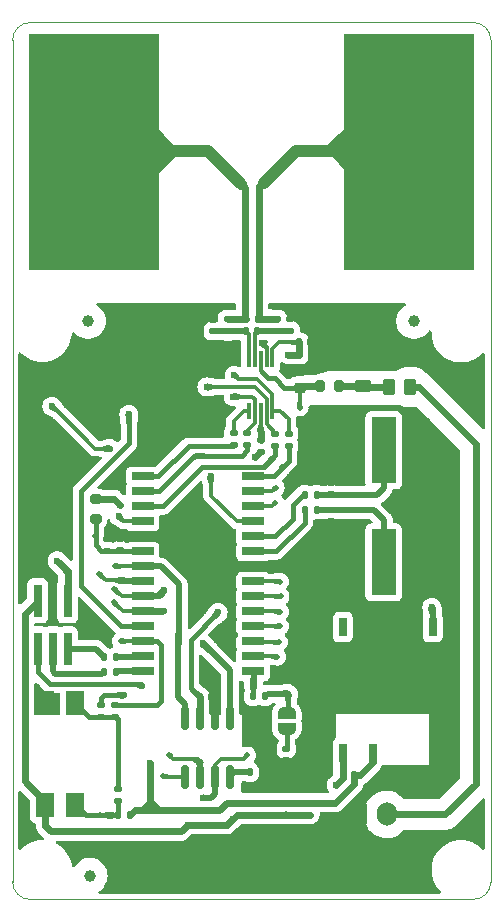
<source format=gbr>
%TF.GenerationSoftware,KiCad,Pcbnew,(7.0.0)*%
%TF.CreationDate,2023-07-13T15:07:19+05:30*%
%TF.ProjectId,EMO current sense INA190,454d4f20-6375-4727-9265-6e742073656e,1*%
%TF.SameCoordinates,Original*%
%TF.FileFunction,Copper,L1,Top*%
%TF.FilePolarity,Positive*%
%FSLAX46Y46*%
G04 Gerber Fmt 4.6, Leading zero omitted, Abs format (unit mm)*
G04 Created by KiCad (PCBNEW (7.0.0)) date 2023-07-13 15:07:19*
%MOMM*%
%LPD*%
G01*
G04 APERTURE LIST*
G04 Aperture macros list*
%AMRoundRect*
0 Rectangle with rounded corners*
0 $1 Rounding radius*
0 $2 $3 $4 $5 $6 $7 $8 $9 X,Y pos of 4 corners*
0 Add a 4 corners polygon primitive as box body*
4,1,4,$2,$3,$4,$5,$6,$7,$8,$9,$2,$3,0*
0 Add four circle primitives for the rounded corners*
1,1,$1+$1,$2,$3*
1,1,$1+$1,$4,$5*
1,1,$1+$1,$6,$7*
1,1,$1+$1,$8,$9*
0 Add four rect primitives between the rounded corners*
20,1,$1+$1,$2,$3,$4,$5,0*
20,1,$1+$1,$4,$5,$6,$7,0*
20,1,$1+$1,$6,$7,$8,$9,0*
20,1,$1+$1,$8,$9,$2,$3,0*%
%AMFreePoly0*
4,1,19,0.500000,-0.750000,0.000000,-0.750000,0.000000,-0.744911,-0.071157,-0.744911,-0.207708,-0.704816,-0.327430,-0.627875,-0.420627,-0.520320,-0.479746,-0.390866,-0.500000,-0.250000,-0.500000,0.250000,-0.479746,0.390866,-0.420627,0.520320,-0.327430,0.627875,-0.207708,0.704816,-0.071157,0.744911,0.000000,0.744911,0.000000,0.750000,0.500000,0.750000,0.500000,-0.750000,0.500000,-0.750000,
$1*%
%AMFreePoly1*
4,1,19,0.000000,0.744911,0.071157,0.744911,0.207708,0.704816,0.327430,0.627875,0.420627,0.520320,0.479746,0.390866,0.500000,0.250000,0.500000,-0.250000,0.479746,-0.390866,0.420627,-0.520320,0.327430,-0.627875,0.207708,-0.704816,0.071157,-0.744911,0.000000,-0.744911,0.000000,-0.750000,-0.500000,-0.750000,-0.500000,0.750000,0.000000,0.750000,0.000000,0.744911,0.000000,0.744911,
$1*%
G04 Aperture macros list end*
%TA.AperFunction,SMDPad,CuDef*%
%ADD10RoundRect,0.135000X0.185000X-0.135000X0.185000X0.135000X-0.185000X0.135000X-0.185000X-0.135000X0*%
%TD*%
%TA.AperFunction,SMDPad,CuDef*%
%ADD11RoundRect,0.135000X-0.185000X0.135000X-0.185000X-0.135000X0.185000X-0.135000X0.185000X0.135000X0*%
%TD*%
%TA.AperFunction,SMDPad,CuDef*%
%ADD12RoundRect,0.140000X-0.170000X0.140000X-0.170000X-0.140000X0.170000X-0.140000X0.170000X0.140000X0*%
%TD*%
%TA.AperFunction,SMDPad,CuDef*%
%ADD13C,0.500000*%
%TD*%
%TA.AperFunction,SMDPad,CuDef*%
%ADD14RoundRect,0.140000X0.140000X0.170000X-0.140000X0.170000X-0.140000X-0.170000X0.140000X-0.170000X0*%
%TD*%
%TA.AperFunction,SMDPad,CuDef*%
%ADD15FreePoly0,90.000000*%
%TD*%
%TA.AperFunction,SMDPad,CuDef*%
%ADD16FreePoly1,90.000000*%
%TD*%
%TA.AperFunction,SMDPad,CuDef*%
%ADD17RoundRect,0.140000X0.170000X-0.140000X0.170000X0.140000X-0.170000X0.140000X-0.170000X-0.140000X0*%
%TD*%
%TA.AperFunction,SMDPad,CuDef*%
%ADD18RoundRect,0.200000X-0.275000X0.200000X-0.275000X-0.200000X0.275000X-0.200000X0.275000X0.200000X0*%
%TD*%
%TA.AperFunction,SMDPad,CuDef*%
%ADD19R,2.100000X5.600000*%
%TD*%
%TA.AperFunction,SMDPad,CuDef*%
%ADD20RoundRect,0.150000X-0.150000X0.825000X-0.150000X-0.825000X0.150000X-0.825000X0.150000X0.825000X0*%
%TD*%
%TA.AperFunction,FiducialPad,Global*%
%ADD21C,1.000000*%
%TD*%
%TA.AperFunction,SMDPad,CuDef*%
%ADD22R,0.660400X1.600200*%
%TD*%
%TA.AperFunction,SMDPad,CuDef*%
%ADD23RoundRect,0.135000X0.135000X0.185000X-0.135000X0.185000X-0.135000X-0.185000X0.135000X-0.185000X0*%
%TD*%
%TA.AperFunction,SMDPad,CuDef*%
%ADD24R,0.740000X2.790000*%
%TD*%
%TA.AperFunction,SMDPad,CuDef*%
%ADD25RoundRect,0.135000X-0.135000X-0.185000X0.135000X-0.185000X0.135000X0.185000X-0.135000X0.185000X0*%
%TD*%
%TA.AperFunction,SMDPad,CuDef*%
%ADD26RoundRect,0.200000X0.200000X0.275000X-0.200000X0.275000X-0.200000X-0.275000X0.200000X-0.275000X0*%
%TD*%
%TA.AperFunction,SMDPad,CuDef*%
%ADD27RoundRect,0.250000X-0.450000X0.262500X-0.450000X-0.262500X0.450000X-0.262500X0.450000X0.262500X0*%
%TD*%
%TA.AperFunction,SMDPad,CuDef*%
%ADD28R,1.550000X2.100000*%
%TD*%
%TA.AperFunction,SMDPad,CuDef*%
%ADD29RoundRect,0.250000X-0.262500X-0.450000X0.262500X-0.450000X0.262500X0.450000X-0.262500X0.450000X0*%
%TD*%
%TA.AperFunction,SMDPad,CuDef*%
%ADD30R,11.000000X20.000000*%
%TD*%
%TA.AperFunction,ComponentPad*%
%ADD31R,2.000000X3.000000*%
%TD*%
%TA.AperFunction,SMDPad,CuDef*%
%ADD32R,0.300000X1.400000*%
%TD*%
%TA.AperFunction,SMDPad,CuDef*%
%ADD33RoundRect,0.225000X0.250000X-0.225000X0.250000X0.225000X-0.250000X0.225000X-0.250000X-0.225000X0*%
%TD*%
%TA.AperFunction,SMDPad,CuDef*%
%ADD34R,1.850000X0.650000*%
%TD*%
%TA.AperFunction,ComponentPad*%
%ADD35RoundRect,0.250000X-0.600000X-0.750000X0.600000X-0.750000X0.600000X0.750000X-0.600000X0.750000X0*%
%TD*%
%TA.AperFunction,ComponentPad*%
%ADD36O,1.700000X2.000000*%
%TD*%
%TA.AperFunction,ViaPad*%
%ADD37C,0.600000*%
%TD*%
%TA.AperFunction,Conductor*%
%ADD38C,0.600000*%
%TD*%
%TA.AperFunction,Conductor*%
%ADD39C,1.000000*%
%TD*%
%TA.AperFunction,Conductor*%
%ADD40C,0.300000*%
%TD*%
%TA.AperFunction,Conductor*%
%ADD41C,0.500000*%
%TD*%
%TA.AperFunction,Conductor*%
%ADD42C,0.400000*%
%TD*%
%TA.AperFunction,Conductor*%
%ADD43C,0.800000*%
%TD*%
%TA.AperFunction,Profile*%
%ADD44C,0.100000*%
%TD*%
G04 APERTURE END LIST*
D10*
%TO.P,R20,1*%
%TO.N,Net-(U7-ANODE)*%
X162190000Y-85310000D03*
%TO.P,R20,2*%
%TO.N,ALERT_MCU*%
X162190000Y-84290000D03*
%TD*%
D11*
%TO.P,R15,1*%
%TO.N,CS_INA*%
X172220000Y-61290000D03*
%TO.P,R15,2*%
%TO.N,Net-(U5-RC4)*%
X172220000Y-62310000D03*
%TD*%
D12*
%TO.P,C5,1*%
%TO.N,GND2*%
X161470000Y-70270000D03*
%TO.P,C5,2*%
%TO.N,Net-(U5-VDD)*%
X161470000Y-71230000D03*
%TD*%
D11*
%TO.P,R1,1*%
%TO.N,Net-(J2-Pin_1)*%
X175890000Y-51610000D03*
%TO.P,R1,2*%
%TO.N,Net-(U2-IN-)*%
X175890000Y-52630000D03*
%TD*%
D12*
%TO.P,C20,1*%
%TO.N,GND2*%
X177010000Y-51630000D03*
%TO.P,C20,2*%
%TO.N,Net-(U2-IN-)*%
X177010000Y-52590000D03*
%TD*%
D13*
%TO.P,TP2,1,1*%
%TO.N,Net-(U2-VBUS)*%
X177800000Y-59100000D03*
%TD*%
D10*
%TO.P,R8,1*%
%TO.N,+3.3V*%
X174530000Y-62870000D03*
%TO.P,R8,2*%
%TO.N,ALERT*%
X174530000Y-61850000D03*
%TD*%
D13*
%TO.P,5V_PIC1,1,1*%
%TO.N,+3.3V*%
X158040000Y-73020000D03*
%TD*%
%TO.P,TP23,1,1*%
%TO.N,CANTX*%
X162060000Y-75580000D03*
%TD*%
%TO.P,TP13,1,1*%
%TO.N,Net-(U5-RA0)*%
X175900000Y-80200000D03*
%TD*%
D14*
%TO.P,C10,1*%
%TO.N,Net-(U2-IN-)*%
X174220000Y-52650000D03*
%TO.P,C10,2*%
%TO.N,Net-(U2-IN+)*%
X173260000Y-52650000D03*
%TD*%
D13*
%TO.P,TP21,1,1*%
%TO.N,Net-(U5-RB1)*%
X160840000Y-73190000D03*
%TD*%
%TO.P,TP14,1,1*%
%TO.N,Net-(U5-RA1)*%
X176050000Y-78980000D03*
%TD*%
D11*
%TO.P,R19,1*%
%TO.N,ALERT*%
X161010000Y-84280000D03*
%TO.P,R19,2*%
%TO.N,Net-(U7-ANODE)*%
X161010000Y-85300000D03*
%TD*%
D13*
%TO.P,TP7,1,1*%
%TO.N,Net-(U5-RC3)*%
X176320000Y-64160000D03*
%TD*%
D15*
%TO.P,JP1,1,A*%
%TO.N,Net-(JP1-A)*%
X176720000Y-86290000D03*
D16*
%TO.P,JP1,2,B*%
%TO.N,Net-(JP1-B)*%
X176720000Y-84990000D03*
%TD*%
D17*
%TO.P,C19,1*%
%TO.N,Net-(U2-IN+)*%
X170500000Y-52630000D03*
%TO.P,C19,2*%
%TO.N,GND2*%
X170500000Y-51670000D03*
%TD*%
D18*
%TO.P,R10,1*%
%TO.N,+3.3V*%
X160530000Y-66865000D03*
%TO.P,R10,2*%
%TO.N,Net-(U5-VDD)*%
X160530000Y-68515000D03*
%TD*%
D19*
%TO.P,Y2,1,1*%
%TO.N,Net-(C3-Pad1)*%
X184929999Y-72219999D03*
%TO.P,Y2,2,2*%
%TO.N,Net-(C12-Pad1)*%
X184929999Y-62719999D03*
%TD*%
D14*
%TO.P,C6,1*%
%TO.N,GND2*%
X170290000Y-83570000D03*
%TO.P,C6,2*%
%TO.N,+3.3V*%
X169330000Y-83570000D03*
%TD*%
D20*
%TO.P,U3,1,D*%
%TO.N,CANTX*%
X171905000Y-85405000D03*
%TO.P,U3,2,GND*%
%TO.N,GND2*%
X170635000Y-85405000D03*
%TO.P,U3,3,VCC*%
%TO.N,+3.3V*%
X169365000Y-85405000D03*
%TO.P,U3,4,R*%
%TO.N,CANRX*%
X168095000Y-85405000D03*
%TO.P,U3,5,Vref*%
%TO.N,Net-(U3-Vref)*%
X168095000Y-90355000D03*
%TO.P,U3,6,CANL*%
%TO.N,CANL*%
X169365000Y-90355000D03*
%TO.P,U3,7,CANH*%
%TO.N,CANH*%
X170635000Y-90355000D03*
%TO.P,U3,8,Rs*%
%TO.N,Net-(U3-Rs)*%
X171905000Y-90355000D03*
%TD*%
D21*
%TO.P,FID3,1*%
%TO.N,N/C*%
X187490000Y-51790000D03*
%TD*%
D22*
%TO.P,U4,1,GND*%
%TO.N,GND1*%
X181449999Y-88308599D03*
%TO.P,U4,2,Vin*%
%TO.N,VCC*%
X183989999Y-88308599D03*
%TO.P,U4,4,0V*%
%TO.N,GND2*%
X189069999Y-88308599D03*
%TO.P,U4,5,+Vo*%
%TO.N,Net-(U4-+Vo)*%
X189069999Y-77691399D03*
%TO.P,U4,8*%
%TO.N,N/C*%
X181449999Y-77691399D03*
%TD*%
D14*
%TO.P,C15,1*%
%TO.N,GND2*%
X178700000Y-53560000D03*
%TO.P,C15,2*%
%TO.N,+3.3V*%
X177740000Y-53560000D03*
%TD*%
D23*
%TO.P,R5,1*%
%TO.N,ICSDAT*%
X162280000Y-81500000D03*
%TO.P,R5,2*%
%TO.N,Net-(J1-Pad04)*%
X161260000Y-81500000D03*
%TD*%
D24*
%TO.P,J1,01,01*%
%TO.N,+3.3V*%
X158154999Y-75464999D03*
%TO.P,J1,02,02*%
%TO.N,Net-(J1-Pad02)*%
X158154999Y-79534999D03*
%TO.P,J1,03,03*%
%TO.N,GND2*%
X156884999Y-75464999D03*
%TO.P,J1,04,04*%
%TO.N,Net-(J1-Pad04)*%
X156884999Y-79534999D03*
%TO.P,J1,05,05*%
%TO.N,GND1*%
X155614999Y-75464999D03*
%TO.P,J1,06,06*%
%TO.N,MCLR*%
X155614999Y-79534999D03*
%TD*%
D25*
%TO.P,R26,2*%
%TO.N,Net-(C3-Pad1)*%
X179260000Y-67750000D03*
%TO.P,R26,1*%
%TO.N,CLKIN*%
X178240000Y-67750000D03*
%TD*%
D13*
%TO.P,TP10,1,1*%
%TO.N,Net-(U5-RC1)*%
X175760000Y-67160000D03*
%TD*%
D25*
%TO.P,R4,1*%
%TO.N,CLKOUT*%
X178250000Y-66500000D03*
%TO.P,R4,2*%
%TO.N,Net-(C12-Pad1)*%
X179270000Y-66500000D03*
%TD*%
D13*
%TO.P,TP6,1,1*%
%TO.N,Net-(U5-RC6)*%
X175520000Y-63370000D03*
%TD*%
D12*
%TO.P,C17,1*%
%TO.N,GND2*%
X162600000Y-70240000D03*
%TO.P,C17,2*%
%TO.N,Net-(U5-VDD)*%
X162600000Y-71200000D03*
%TD*%
D13*
%TO.P,TP1,1,1*%
%TO.N,ALERT_CON*%
X160860000Y-93620000D03*
%TD*%
%TO.P,TP11,1,1*%
%TO.N,Net-(U5-RC2)*%
X175770000Y-65880000D03*
%TD*%
D21*
%TO.P,FID1,1*%
%TO.N,N/C*%
X160040000Y-98740000D03*
%TD*%
D14*
%TO.P,C18,1*%
%TO.N,Net-(J2-Pin_1)*%
X174250000Y-51580000D03*
%TO.P,C18,2*%
%TO.N,Net-(J2-Pin_2)*%
X173290000Y-51580000D03*
%TD*%
D13*
%TO.P,TP15,1,1*%
%TO.N,Net-(U5-RA2)*%
X176140000Y-77620000D03*
%TD*%
%TO.P,TP9,1,1*%
%TO.N,GND2*%
X181030000Y-53930000D03*
%TD*%
%TO.P,TP18,1,1*%
%TO.N,Net-(U5-RA5)*%
X176160000Y-73840000D03*
%TD*%
%TO.P,TP22,1,1*%
%TO.N,CANRX*%
X162170000Y-72540000D03*
%TD*%
D23*
%TO.P,R25,1*%
%TO.N,GND2*%
X174600000Y-89990000D03*
%TO.P,R25,2*%
%TO.N,Net-(U3-Rs)*%
X173580000Y-89990000D03*
%TD*%
D11*
%TO.P,R17,1*%
%TO.N,MISO*%
X175760000Y-61320000D03*
%TO.P,R17,2*%
%TO.N,Net-(U5-RC6)*%
X175760000Y-62340000D03*
%TD*%
D13*
%TO.P,TP3,1,1*%
%TO.N,GND1*%
X176630000Y-93530000D03*
%TD*%
D21*
%TO.P,FID2,1*%
%TO.N,N/C*%
X159890000Y-51770000D03*
%TD*%
D14*
%TO.P,C11,1*%
%TO.N,GND2*%
X178730000Y-54620000D03*
%TO.P,C11,2*%
%TO.N,+3.3V*%
X177770000Y-54620000D03*
%TD*%
D13*
%TO.P,TP25,1,1*%
%TO.N,ALERT_MCU*%
X162670000Y-78890000D03*
%TD*%
D11*
%TO.P,R18,1*%
%TO.N,SCLK*%
X176870000Y-61310000D03*
%TO.P,R18,2*%
%TO.N,Net-(U5-RC3)*%
X176870000Y-62330000D03*
%TD*%
D26*
%TO.P,R24,1*%
%TO.N,Net-(R11-Pad2)*%
X181165000Y-57290000D03*
%TO.P,R24,2*%
%TO.N,Net-(U2-VBUS)*%
X179515000Y-57290000D03*
%TD*%
D10*
%TO.P,R22,1*%
%TO.N,ALERT_CON*%
X162410000Y-92440000D03*
%TO.P,R22,2*%
%TO.N,Net-(U7-ANODE)*%
X162410000Y-91420000D03*
%TD*%
D13*
%TO.P,TP8,1,1*%
%TO.N,Net-(U5-RC5)*%
X169070000Y-63210000D03*
%TD*%
D14*
%TO.P,C1,1*%
%TO.N,VCC*%
X182420000Y-90220000D03*
%TO.P,C1,2*%
%TO.N,GND1*%
X181460000Y-90220000D03*
%TD*%
D13*
%TO.P,TP24,1,1*%
%TO.N,Net-(U5-VDD)*%
X160510000Y-69960000D03*
%TD*%
%TO.P,TP27,1,1*%
%TO.N,Net-(U3-Vref)*%
X166220000Y-90340000D03*
%TD*%
%TO.P,TP20,1,1*%
%TO.N,Net-(U5-RB2)*%
X162090000Y-74440000D03*
%TD*%
D23*
%TO.P,R14,1*%
%TO.N,ICSPLK*%
X162270000Y-80250000D03*
%TO.P,R14,2*%
%TO.N,Net-(J1-Pad02)*%
X161250000Y-80250000D03*
%TD*%
D12*
%TO.P,C3,1*%
%TO.N,Net-(C3-Pad1)*%
X180480000Y-67780000D03*
%TO.P,C3,2*%
%TO.N,GND2*%
X180480000Y-68740000D03*
%TD*%
D27*
%TO.P,R11,1*%
%TO.N,GND2*%
X183134000Y-55477500D03*
%TO.P,R11,2*%
%TO.N,Net-(R11-Pad2)*%
X183134000Y-57302500D03*
%TD*%
D23*
%TO.P,R9,1*%
%TO.N,Net-(JP1-B)*%
X174880000Y-83550000D03*
%TO.P,R9,2*%
%TO.N,MCLR*%
X173860000Y-83550000D03*
%TD*%
D13*
%TO.P,TP16,1,1*%
%TO.N,Net-(U5-RA3)*%
X176170000Y-76390000D03*
%TD*%
D25*
%TO.P,R21,1*%
%TO.N,ALERT_CON*%
X162450000Y-93610000D03*
%TO.P,R21,2*%
%TO.N,VCC*%
X163470000Y-93610000D03*
%TD*%
D17*
%TO.P,C12,1*%
%TO.N,Net-(C12-Pad1)*%
X180440000Y-66460000D03*
%TO.P,C12,2*%
%TO.N,GND2*%
X180440000Y-65500000D03*
%TD*%
D28*
%TO.P,U7,1,ANODE*%
%TO.N,Net-(U7-ANODE)*%
X158809999Y-84139999D03*
%TO.P,U7,2,CATHODE*%
%TO.N,GND2*%
X156269999Y-84139999D03*
%TO.P,U7,3,EMITTER*%
%TO.N,GND1*%
X156269999Y-92739999D03*
%TO.P,U7,4,COLLECTOR*%
%TO.N,ALERT_CON*%
X158809999Y-92739999D03*
%TD*%
D29*
%TO.P,R2,1*%
%TO.N,Net-(R11-Pad2)*%
X185337500Y-57350000D03*
%TO.P,R2,2*%
%TO.N,VBUS*%
X187162500Y-57350000D03*
%TD*%
D13*
%TO.P,TP4,1,1*%
%TO.N,CANH*%
X173370000Y-88560000D03*
%TD*%
D30*
%TO.P,J2,1,Pin_1*%
%TO.N,Net-(J2-Pin_1)*%
X187099999Y-37489999D03*
D31*
X182649999Y-37389999D03*
%TO.P,J2,2,Pin_2*%
%TO.N,Net-(J2-Pin_2)*%
X164849999Y-37339999D03*
D30*
X160399999Y-37499999D03*
%TD*%
D32*
%TO.P,U2,1,CS*%
%TO.N,CS_INA*%
X173499999Y-59399999D03*
%TO.P,U2,2,MOSI*%
%TO.N,MOSI*%
X173999999Y-59399999D03*
%TO.P,U2,3,ALERT*%
%TO.N,ALERT*%
X174499999Y-59399999D03*
%TO.P,U2,4,MISO*%
%TO.N,MISO*%
X174999999Y-59399999D03*
%TO.P,U2,5,SCLK*%
%TO.N,SCLK*%
X175499999Y-59399999D03*
%TO.P,U2,6,VS*%
%TO.N,+3.3V*%
X175499999Y-54999999D03*
%TO.P,U2,7,GND*%
%TO.N,GND2*%
X174999999Y-54999999D03*
%TO.P,U2,8,VBUS*%
%TO.N,Net-(U2-VBUS)*%
X174499999Y-54999999D03*
%TO.P,U2,9,IN-*%
%TO.N,Net-(U2-IN-)*%
X173999999Y-54999999D03*
%TO.P,U2,10,IN+*%
%TO.N,Net-(U2-IN+)*%
X173499999Y-54999999D03*
%TD*%
D13*
%TO.P,TP5,1,1*%
%TO.N,CANL*%
X166770000Y-88540000D03*
%TD*%
D11*
%TO.P,R16,1*%
%TO.N,MOSI*%
X173330000Y-61290000D03*
%TO.P,R16,2*%
%TO.N,Net-(U5-RC5)*%
X173330000Y-62310000D03*
%TD*%
D13*
%TO.P,TP17,1,1*%
%TO.N,Net-(U5-RA4)*%
X176190000Y-75100000D03*
%TD*%
D33*
%TO.P,C7,1*%
%TO.N,Net-(U2-VBUS)*%
X177800000Y-57417000D03*
%TO.P,C7,2*%
%TO.N,GND2*%
X177800000Y-55867000D03*
%TD*%
D11*
%TO.P,R7,1*%
%TO.N,Net-(J2-Pin_2)*%
X171700000Y-51640000D03*
%TO.P,R7,2*%
%TO.N,Net-(U2-IN+)*%
X171700000Y-52660000D03*
%TD*%
D34*
%TO.P,U5,1,VPP/MCLR/RE3*%
%TO.N,MCLR*%
X173859999Y-81449999D03*
%TO.P,U5,2,RA0*%
%TO.N,Net-(U5-RA0)*%
X173859999Y-80179999D03*
%TO.P,U5,3,RA1*%
%TO.N,Net-(U5-RA1)*%
X173859999Y-78909999D03*
%TO.P,U5,4,RA2*%
%TO.N,Net-(U5-RA2)*%
X173859999Y-77639999D03*
%TO.P,U5,5,RA3*%
%TO.N,Net-(U5-RA3)*%
X173859999Y-76369999D03*
%TO.P,U5,6,RA4*%
%TO.N,Net-(U5-RA4)*%
X173859999Y-75099999D03*
%TO.P,U5,7,RA5*%
%TO.N,Net-(U5-RA5)*%
X173859999Y-73829999D03*
%TO.P,U5,8,Vss*%
%TO.N,GND2*%
X173859999Y-72559999D03*
%TO.P,U5,9,RA7*%
%TO.N,CLKIN*%
X173859999Y-71289999D03*
%TO.P,U5,10,RA6*%
%TO.N,CLKOUT*%
X173859999Y-70019999D03*
%TO.P,U5,11,RC0*%
%TO.N,CS_FLASH*%
X173859999Y-68749999D03*
%TO.P,U5,12,RC1*%
%TO.N,Net-(U5-RC1)*%
X173859999Y-67479999D03*
%TO.P,U5,13,RC2*%
%TO.N,Net-(U5-RC2)*%
X173859999Y-66209999D03*
%TO.P,U5,14,RC3*%
%TO.N,Net-(U5-RC3)*%
X173859999Y-64939999D03*
%TO.P,U5,15,RC4*%
%TO.N,Net-(U5-RC4)*%
X164509999Y-64939999D03*
%TO.P,U5,16,RC5*%
%TO.N,Net-(U5-RC5)*%
X164509999Y-66209999D03*
%TO.P,U5,17,RC6*%
%TO.N,Net-(U5-RC6)*%
X164509999Y-67479999D03*
%TO.P,U5,18,RC7*%
%TO.N,HOLD*%
X164509999Y-68749999D03*
%TO.P,U5,19,Vss*%
%TO.N,GND2*%
X164509999Y-70019999D03*
%TO.P,U5,20,VDD*%
%TO.N,Net-(U5-VDD)*%
X164509999Y-71289999D03*
%TO.P,U5,21,RB0*%
%TO.N,CANRX*%
X164509999Y-72559999D03*
%TO.P,U5,22,RB1*%
%TO.N,Net-(U5-RB1)*%
X164509999Y-73829999D03*
%TO.P,U5,23,RB2*%
%TO.N,Net-(U5-RB2)*%
X164509999Y-75099999D03*
%TO.P,U5,24,RB3*%
%TO.N,CANTX*%
X164509999Y-76369999D03*
%TO.P,U5,25,RB4*%
%TO.N,WP*%
X164509999Y-77639999D03*
%TO.P,U5,26,RB5*%
%TO.N,ALERT_MCU*%
X164509999Y-78909999D03*
%TO.P,U5,27,ICSPCLK/RB6*%
%TO.N,ICSPLK*%
X164509999Y-80179999D03*
%TO.P,U5,28,ICSPDAT/RB7*%
%TO.N,ICSDAT*%
X164509999Y-81449999D03*
%TD*%
D12*
%TO.P,C4,1*%
%TO.N,Net-(JP1-A)*%
X176680000Y-88020000D03*
%TO.P,C4,2*%
%TO.N,GND2*%
X176680000Y-88980000D03*
%TD*%
D35*
%TO.P,J3,1,Pin_1*%
%TO.N,GND2*%
X182660000Y-93542500D03*
D36*
%TO.P,J3,2,Pin_2*%
%TO.N,VBUS*%
X185159999Y-93542499D03*
%TD*%
D37*
%TO.N,GND2*%
X158930000Y-96220000D03*
X176670000Y-89770000D03*
X175390000Y-89980000D03*
X188990000Y-64790000D03*
X180590000Y-60080000D03*
X192830000Y-58740000D03*
X157580000Y-70290000D03*
X162120000Y-69560000D03*
X161450000Y-65760000D03*
%TO.N,GND1*%
X172120000Y-93980000D03*
X178690000Y-93560000D03*
X180895000Y-91055000D03*
X168340000Y-94409500D03*
%TO.N,CANH*%
X169605000Y-92150000D03*
%TO.N,CANL*%
X169365000Y-89075000D03*
%TO.N,ALERT*%
X174510000Y-61170000D03*
X162935250Y-83450500D03*
%TO.N,CANRX*%
X167530000Y-78750000D03*
%TO.N,CANTX*%
X166300000Y-76370000D03*
X169605000Y-79054339D03*
%TO.N,MISO*%
X169950000Y-57360500D03*
%TO.N,SCLK*%
X172260000Y-56360000D03*
%TO.N,Net-(JP1-B)*%
X176840000Y-83330000D03*
%TO.N,MOSI*%
X172170000Y-58190000D03*
%TO.N,Net-(U4-+Vo)*%
X189000000Y-76000000D03*
%TO.N,+3.3V*%
X157270000Y-72080000D03*
X170900000Y-76450000D03*
X176830000Y-54640000D03*
X162590000Y-67330000D03*
X174000000Y-63300000D03*
%TO.N,GND2*%
X169720000Y-54090000D03*
X184340000Y-80350000D03*
X172290000Y-78390000D03*
X191110500Y-77940000D03*
X155590000Y-82770000D03*
X180470000Y-64720000D03*
X165340000Y-98710000D03*
X155150000Y-95080000D03*
X186450000Y-67190000D03*
X179580000Y-53540000D03*
X183210000Y-54320000D03*
X154880000Y-57240000D03*
X183200000Y-81580000D03*
X170380000Y-82650000D03*
X181880000Y-82630000D03*
X156360000Y-65940000D03*
X172410000Y-72510000D03*
X178910000Y-55580000D03*
X167160000Y-55290000D03*
X155040000Y-62570000D03*
X190860000Y-72900000D03*
X167140000Y-54060000D03*
X168390000Y-54080000D03*
X170730000Y-60970000D03*
X165380000Y-58700000D03*
X185700000Y-81670000D03*
X188571982Y-60278018D03*
X168430000Y-55290000D03*
X161810000Y-55750000D03*
X165890000Y-69990000D03*
X156930000Y-77380000D03*
X164600000Y-63530000D03*
X166640000Y-52790000D03*
X180530000Y-69540000D03*
X169740000Y-55320000D03*
X184690000Y-82850000D03*
X174650000Y-53610000D03*
X187010000Y-82980000D03*
X175050000Y-96070000D03*
X177110000Y-50760000D03*
X172060000Y-76710000D03*
X163290000Y-96820000D03*
X169010000Y-71130000D03*
X190870000Y-74290000D03*
X186660000Y-80400000D03*
X179590000Y-54650000D03*
X181880000Y-80350000D03*
X190250000Y-67200000D03*
X166560000Y-50560000D03*
X173380000Y-97750000D03*
X170570000Y-50570000D03*
%TO.N,ALERT_CON*%
X161790000Y-93630000D03*
%TO.N,MCLR*%
X164450000Y-82640000D03*
X173910000Y-82430000D03*
%TO.N,CS_FLASH*%
X156820000Y-59000000D03*
X161720000Y-62590000D03*
X170285000Y-64915000D03*
%TO.N,WP*%
X163350000Y-59660000D03*
%TO.N,HOLD*%
X162490000Y-68320000D03*
%TO.N,Net-(U5-RB2)*%
X166360000Y-74520000D03*
%TO.N,Net-(U5-RB1)*%
X162750000Y-73750000D03*
%TO.N,VCC*%
X165150000Y-89220000D03*
X178610000Y-92580000D03*
%TD*%
D38*
%TO.N,GND1*%
X156270000Y-92510000D02*
X156270000Y-92740000D01*
X154520000Y-76560000D02*
X154520000Y-90760000D01*
X154520000Y-90760000D02*
X156270000Y-92510000D01*
X155615000Y-75465000D02*
X154520000Y-76560000D01*
X156750000Y-94990000D02*
X156270000Y-94510000D01*
X168340000Y-94409500D02*
X167759500Y-94990000D01*
X167759500Y-94990000D02*
X156750000Y-94990000D01*
X156270000Y-94510000D02*
X156270000Y-92740000D01*
D39*
%TO.N,Net-(J2-Pin_1)*%
X180625000Y-37225000D02*
X182355000Y-38955000D01*
X182375000Y-35435000D02*
X180645000Y-37165000D01*
%TO.N,Net-(J2-Pin_2)*%
X166865000Y-37265000D02*
X165135000Y-35535000D01*
X167040000Y-37420000D02*
X165480000Y-38980000D01*
X167180000Y-37340000D02*
X170010000Y-37340000D01*
X166970000Y-37340000D02*
X164950000Y-37340000D01*
D40*
%TO.N,CS_FLASH*%
X172480000Y-68750000D02*
X173860000Y-68750000D01*
X170285000Y-64915000D02*
X170285000Y-66555000D01*
X170285000Y-66555000D02*
X172480000Y-68750000D01*
D38*
%TO.N,+3.3V*%
X177750000Y-53570000D02*
X177740000Y-53560000D01*
X177750000Y-54600000D02*
X177750000Y-53570000D01*
X177770000Y-54620000D02*
X177750000Y-54600000D01*
D41*
%TO.N,Net-(C12-Pad1)*%
X184930000Y-65950000D02*
X184930000Y-62750000D01*
X184380000Y-66500000D02*
X184930000Y-65950000D01*
X179270000Y-66500000D02*
X184380000Y-66500000D01*
%TO.N,Net-(C3-Pad1)*%
X184930000Y-68620000D02*
X184930000Y-72220000D01*
X184060000Y-67750000D02*
X184930000Y-68620000D01*
X179260000Y-67750000D02*
X184060000Y-67750000D01*
D40*
%TO.N,Net-(U5-RA2)*%
X173860000Y-77640000D02*
X176120000Y-77640000D01*
D38*
%TO.N,GND2*%
X187970000Y-90500000D02*
X189070000Y-89400000D01*
X184550000Y-90500000D02*
X187970000Y-90500000D01*
X182660000Y-92390000D02*
X184550000Y-90500000D01*
X189070000Y-89400000D02*
X189070000Y-88308600D01*
X182660000Y-93542500D02*
X182660000Y-92390000D01*
D40*
%TO.N,HOLD*%
X162900000Y-68750000D02*
X164510000Y-68750000D01*
X162490000Y-68320000D02*
X162490000Y-68340000D01*
X162490000Y-68340000D02*
X162900000Y-68750000D01*
%TO.N,Net-(U5-RA1)*%
X173940000Y-78990000D02*
X176040000Y-78990000D01*
D42*
%TO.N,ALERT_MCU*%
X166070000Y-79220000D02*
X165760000Y-78910000D01*
X166070000Y-83920000D02*
X166070000Y-79220000D01*
X165760000Y-78910000D02*
X164510000Y-78910000D01*
X162230000Y-84250000D02*
X165740000Y-84250000D01*
X165740000Y-84250000D02*
X166070000Y-83920000D01*
D41*
%TO.N,Net-(U5-RB2)*%
X165780000Y-75100000D02*
X164510000Y-75100000D01*
X166360000Y-74520000D02*
X165780000Y-75100000D01*
D40*
%TO.N,Net-(U3-Vref)*%
X168095000Y-90355000D02*
X166235000Y-90355000D01*
D41*
%TO.N,CANH*%
X170635000Y-91785000D02*
X170635000Y-90355000D01*
X170270000Y-92150000D02*
X170635000Y-91785000D01*
X169605000Y-92150000D02*
X170270000Y-92150000D01*
D42*
%TO.N,Net-(U5-RC4)*%
X165810000Y-64940000D02*
X168400000Y-62350000D01*
X164510000Y-64940000D02*
X165810000Y-64940000D01*
X168400000Y-62350000D02*
X172180000Y-62350000D01*
D38*
%TO.N,VBUS*%
X187906000Y-57350000D02*
X187162500Y-57350000D01*
X185160000Y-93542500D02*
X190127500Y-93542500D01*
X190127500Y-93542500D02*
X192710000Y-90960000D01*
X192710000Y-90960000D02*
X192710000Y-62154000D01*
X192710000Y-62154000D02*
X187906000Y-57350000D01*
D42*
%TO.N,Net-(U2-VBUS)*%
X175680000Y-56630000D02*
X176467000Y-57417000D01*
X174970000Y-56450000D02*
X175150000Y-56630000D01*
D40*
X174500000Y-55980000D02*
X174500000Y-55000000D01*
X174970000Y-56450000D02*
X174500000Y-55980000D01*
D42*
X175150000Y-56630000D02*
X175680000Y-56630000D01*
X176467000Y-57417000D02*
X177800000Y-57417000D01*
D38*
%TO.N,Net-(J2-Pin_1)*%
X174330000Y-51500000D02*
X174250000Y-51580000D01*
X174330000Y-40540000D02*
X174330000Y-51500000D01*
X174800000Y-40070000D02*
X174330000Y-40540000D01*
%TO.N,Net-(J2-Pin_2)*%
X173210000Y-51500000D02*
X173290000Y-51580000D01*
X173210000Y-40540000D02*
X173210000Y-51500000D01*
X172790000Y-40120000D02*
X173210000Y-40540000D01*
D39*
X172790000Y-40120000D02*
X170010000Y-37340000D01*
D43*
%TO.N,Net-(J2-Pin_1)*%
X174800000Y-40070000D02*
X174820000Y-40070000D01*
D39*
X174820000Y-40070000D02*
X177500000Y-37390000D01*
X177500000Y-37390000D02*
X182550000Y-37390000D01*
D42*
%TO.N,ALERT*%
X161240000Y-83450000D02*
X161010000Y-83680000D01*
X162934750Y-83450000D02*
X161240000Y-83450000D01*
X162935250Y-83450500D02*
X162934750Y-83450000D01*
X161010000Y-83680000D02*
X161010000Y-84280000D01*
%TO.N,MCLR*%
X156631371Y-82550000D02*
X155615000Y-81533629D01*
X162438129Y-82550000D02*
X156631371Y-82550000D01*
X162448629Y-82539500D02*
X162438129Y-82550000D01*
X164349500Y-82539500D02*
X162448629Y-82539500D01*
X164450000Y-82640000D02*
X164349500Y-82539500D01*
X155615000Y-81533629D02*
X155615000Y-79535000D01*
D41*
%TO.N,Net-(J1-Pad04)*%
X161110000Y-81640000D02*
X161250000Y-81500000D01*
X157095000Y-81640000D02*
X161110000Y-81640000D01*
X156885000Y-81430000D02*
X157095000Y-81640000D01*
X156885000Y-79535000D02*
X156885000Y-81430000D01*
D42*
%TO.N,Net-(JP1-B)*%
X176840000Y-83330000D02*
X176840000Y-84870000D01*
D40*
%TO.N,SCLK*%
X172610000Y-56710000D02*
X172260000Y-56360000D01*
X174230000Y-56710000D02*
X172610000Y-56710000D01*
X174230000Y-56710000D02*
X175500000Y-57980000D01*
X175500000Y-57980000D02*
X175500000Y-59400000D01*
D41*
%TO.N,CANTX*%
X164510000Y-76370000D02*
X166300000Y-76370000D01*
D38*
%TO.N,GND1*%
X180895000Y-91055000D02*
X181460000Y-90490000D01*
X172080000Y-93980000D02*
X172120000Y-93980000D01*
X181460000Y-90220000D02*
X181460000Y-89390000D01*
X181460000Y-90490000D02*
X181460000Y-90220000D01*
X181450000Y-89380000D02*
X181450000Y-88308600D01*
X172530000Y-93570000D02*
X172120000Y-93980000D01*
X171650500Y-94409500D02*
X172080000Y-93980000D01*
X178690000Y-93560000D02*
X178680000Y-93570000D01*
X181460000Y-89390000D02*
X181450000Y-89380000D01*
X178680000Y-93570000D02*
X172530000Y-93570000D01*
X168340000Y-94409500D02*
X171650500Y-94409500D01*
D42*
%TO.N,CLKIN*%
X174450000Y-71290000D02*
X175790000Y-71290000D01*
X178240000Y-68840000D02*
X178240000Y-67750000D01*
X175790000Y-71290000D02*
X178240000Y-68840000D01*
D41*
%TO.N,Net-(U2-IN-)*%
X175890000Y-52630000D02*
X176970000Y-52630000D01*
D40*
X174000000Y-55000000D02*
X174000000Y-52870000D01*
D41*
X175870000Y-52650000D02*
X174220000Y-52650000D01*
D40*
X174000000Y-52870000D02*
X174220000Y-52650000D01*
D41*
%TO.N,Net-(U2-IN+)*%
X170500000Y-52630000D02*
X171670000Y-52630000D01*
D40*
X173500000Y-52890000D02*
X173260000Y-52650000D01*
D41*
X171710000Y-52650000D02*
X173260000Y-52650000D01*
D40*
X173500000Y-55000000D02*
X173500000Y-52890000D01*
%TO.N,CANH*%
X170635000Y-89365000D02*
X171130000Y-88870000D01*
X171130000Y-88870000D02*
X173060000Y-88870000D01*
X173060000Y-88870000D02*
X173370000Y-88560000D01*
X170635000Y-90355000D02*
X170635000Y-89365000D01*
%TO.N,CANL*%
X167100000Y-88870000D02*
X166770000Y-88540000D01*
D41*
X169365000Y-89075000D02*
X169365000Y-90355000D01*
D40*
X169365000Y-89075000D02*
X169160000Y-88870000D01*
X169160000Y-88870000D02*
X167100000Y-88870000D01*
%TO.N,Net-(U2-VBUS)*%
X177800000Y-59100000D02*
X177800000Y-57417000D01*
D38*
X179515000Y-57290000D02*
X177927000Y-57290000D01*
D42*
%TO.N,CLKOUT*%
X174560000Y-70020000D02*
X175720000Y-70020000D01*
X177200000Y-67350000D02*
X178050000Y-66500000D01*
X175720000Y-70020000D02*
X177200000Y-68540000D01*
X177200000Y-68540000D02*
X177200000Y-67350000D01*
X178050000Y-66500000D02*
X178250000Y-66500000D01*
D40*
%TO.N,ALERT*%
X174510000Y-61170000D02*
X174500000Y-61160000D01*
D38*
X174500000Y-61820000D02*
X174500000Y-61180000D01*
D40*
X174500000Y-61180000D02*
X174510000Y-61170000D01*
X174500000Y-61160000D02*
X174500000Y-59400000D01*
D41*
%TO.N,CANRX*%
X167530000Y-78750000D02*
X167530000Y-83600000D01*
X168100000Y-84170000D02*
X168100000Y-85400000D01*
X166050000Y-72560000D02*
X164510000Y-72560000D01*
X167530000Y-78750000D02*
X167570000Y-78710000D01*
D40*
X164510000Y-72560000D02*
X162190000Y-72560000D01*
D41*
X167570000Y-74080000D02*
X166050000Y-72560000D01*
X167570000Y-78710000D02*
X167570000Y-74080000D01*
X167530000Y-83600000D02*
X168100000Y-84170000D01*
D40*
%TO.N,CANTX*%
X162850000Y-76370000D02*
X162060000Y-75580000D01*
D41*
X169605000Y-79054339D02*
X169605000Y-79055000D01*
X171905000Y-81355000D02*
X171905000Y-85405000D01*
D40*
X164510000Y-76370000D02*
X162850000Y-76370000D01*
D41*
X169605000Y-79055000D02*
X171905000Y-81355000D01*
D40*
%TO.N,MISO*%
X175000000Y-58360000D02*
X175000000Y-59400000D01*
X175000000Y-59400000D02*
X175000000Y-60500761D01*
X175000000Y-60500761D02*
X175760000Y-61260761D01*
X169950000Y-57360500D02*
X174000500Y-57360500D01*
X174000500Y-57360500D02*
X175000000Y-58360000D01*
%TO.N,SCLK*%
X176180000Y-59400000D02*
X176870000Y-60090000D01*
X176870000Y-60090000D02*
X176870000Y-61310000D01*
X175500000Y-59400000D02*
X176180000Y-59400000D01*
D42*
%TO.N,Net-(U5-VDD)*%
X160990000Y-71230000D02*
X161470000Y-71230000D01*
X161490000Y-71250000D02*
X164470000Y-71250000D01*
X160530000Y-70770000D02*
X160990000Y-71230000D01*
X160530000Y-68515000D02*
X160530000Y-70770000D01*
%TO.N,Net-(JP1-A)*%
X176720000Y-86290000D02*
X176720000Y-87980000D01*
D41*
%TO.N,Net-(JP1-B)*%
X175100000Y-83330000D02*
X174880000Y-83550000D01*
X176840000Y-83330000D02*
X175100000Y-83330000D01*
%TO.N,ICSDAT*%
X162330000Y-81450000D02*
X162280000Y-81500000D01*
X164510000Y-81450000D02*
X162330000Y-81450000D01*
%TO.N,ICSPLK*%
X162270000Y-80250000D02*
X164440000Y-80250000D01*
D40*
%TO.N,MOSI*%
X173790000Y-58180000D02*
X174000000Y-58390000D01*
X173330000Y-61120000D02*
X173330000Y-61290000D01*
X172180000Y-58180000D02*
X173790000Y-58180000D01*
X174000000Y-58390000D02*
X174000000Y-59400000D01*
X174000000Y-60450000D02*
X173330000Y-61120000D01*
X172170000Y-58190000D02*
X172180000Y-58180000D01*
X174000000Y-59400000D02*
X174000000Y-60450000D01*
D41*
%TO.N,Net-(U4-+Vo)*%
X189070000Y-76070000D02*
X189000000Y-76000000D01*
X189070000Y-77691400D02*
X189070000Y-76070000D01*
D38*
%TO.N,Net-(J2-Pin_1)*%
X175890000Y-51610000D02*
X175280000Y-51610000D01*
X175250000Y-51580000D02*
X174250000Y-51580000D01*
X175280000Y-51610000D02*
X175250000Y-51580000D01*
D42*
%TO.N,+3.3V*%
X168590000Y-78760000D02*
X168590000Y-82830000D01*
D38*
X174020000Y-63300000D02*
X174450000Y-62870000D01*
D40*
X176080000Y-53560000D02*
X177740000Y-53560000D01*
D38*
X162125000Y-66865000D02*
X160530000Y-66865000D01*
D40*
X175500000Y-54140000D02*
X176080000Y-53560000D01*
X175500000Y-55000000D02*
X175500000Y-54140000D01*
D42*
X168590000Y-82830000D02*
X169330000Y-83570000D01*
D38*
X157270000Y-72080000D02*
X158155000Y-72965000D01*
X169365000Y-83605000D02*
X169365000Y-85405000D01*
D42*
X170900000Y-76450000D02*
X168590000Y-78760000D01*
D38*
X162590000Y-67330000D02*
X162125000Y-66865000D01*
X169330000Y-83570000D02*
X169365000Y-83605000D01*
X176830000Y-54640000D02*
X177710000Y-54640000D01*
X158155000Y-72965000D02*
X158155000Y-75465000D01*
X174000000Y-63300000D02*
X174020000Y-63300000D01*
X177710000Y-54640000D02*
X177730000Y-54660000D01*
%TO.N,GND2*%
X170635000Y-83915000D02*
X170290000Y-83570000D01*
D40*
X175000000Y-55000000D02*
X175000000Y-53960000D01*
D41*
X163030000Y-70020000D02*
X162930000Y-70120000D01*
X164510000Y-70020000D02*
X163030000Y-70020000D01*
D40*
X175000000Y-53960000D02*
X174650000Y-53610000D01*
D38*
X170635000Y-85405000D02*
X170635000Y-83915000D01*
D42*
%TO.N,ALERT_CON*%
X161790000Y-93630000D02*
X159700000Y-93630000D01*
X162450000Y-93610000D02*
X162450000Y-92480000D01*
X159700000Y-93630000D02*
X158810000Y-92740000D01*
X161790000Y-93630000D02*
X162430000Y-93630000D01*
D38*
%TO.N,Net-(R11-Pad2)*%
X183134000Y-57302500D02*
X181177500Y-57302500D01*
X185337500Y-57350000D02*
X183181500Y-57350000D01*
D42*
%TO.N,Net-(U5-RC5)*%
X164510000Y-66210000D02*
X165860000Y-66210000D01*
X165860000Y-66210000D02*
X168900000Y-63170000D01*
X168900000Y-63170000D02*
X172890000Y-63170000D01*
X172890000Y-63170000D02*
X173330000Y-62730000D01*
X173330000Y-62730000D02*
X173330000Y-62310000D01*
%TO.N,Net-(U5-RC6)*%
X169575000Y-64115000D02*
X174775000Y-64115000D01*
X166210000Y-67480000D02*
X169575000Y-64115000D01*
X174775000Y-64115000D02*
X175520000Y-63370000D01*
X175760000Y-63110000D02*
X175760000Y-62340000D01*
X164510000Y-67480000D02*
X166210000Y-67480000D01*
X174720000Y-64150000D02*
X175760000Y-63110000D01*
D40*
%TO.N,ALERT_MCU*%
X162670000Y-78890000D02*
X164490000Y-78890000D01*
%TO.N,Net-(U5-RC1)*%
X173860000Y-67480000D02*
X175440000Y-67480000D01*
X175440000Y-67480000D02*
X175760000Y-67160000D01*
%TO.N,Net-(U5-RC2)*%
X175440000Y-66210000D02*
X175770000Y-65880000D01*
X173860000Y-66210000D02*
X175440000Y-66210000D01*
D42*
%TO.N,Net-(U5-RC3)*%
X173860000Y-64940000D02*
X175600000Y-64940000D01*
X175600000Y-64940000D02*
X176870000Y-63670000D01*
X176870000Y-63670000D02*
X176870000Y-62330000D01*
D40*
%TO.N,Net-(U5-RA0)*%
X173860000Y-80180000D02*
X175880000Y-80180000D01*
%TO.N,Net-(U5-RA3)*%
X173860000Y-76370000D02*
X176150000Y-76370000D01*
%TO.N,Net-(U5-RA4)*%
X173860000Y-75100000D02*
X176190000Y-75100000D01*
%TO.N,Net-(U5-RA5)*%
X173860000Y-73830000D02*
X176150000Y-73830000D01*
D42*
%TO.N,Net-(U7-ANODE)*%
X162390000Y-85510000D02*
X162390000Y-91400000D01*
X159980000Y-85310000D02*
X158810000Y-84140000D01*
X162190000Y-85310000D02*
X159980000Y-85310000D01*
X162190000Y-85310000D02*
X162390000Y-85510000D01*
D41*
%TO.N,Net-(J1-Pad02)*%
X158155000Y-79535000D02*
X160535000Y-79535000D01*
X160535000Y-79535000D02*
X161250000Y-80250000D01*
D42*
%TO.N,MCLR*%
X173860000Y-83550000D02*
X173860000Y-82480000D01*
X173900000Y-82420000D02*
X173900000Y-81490000D01*
X173860000Y-82480000D02*
X173910000Y-82430000D01*
X173910000Y-82430000D02*
X173900000Y-82420000D01*
D38*
%TO.N,Net-(J2-Pin_2)*%
X171700000Y-51640000D02*
X173230000Y-51640000D01*
X173230000Y-51640000D02*
X173290000Y-51580000D01*
D40*
%TO.N,CS_INA*%
X172220000Y-60260000D02*
X173080000Y-59400000D01*
X173080000Y-59400000D02*
X173500000Y-59400000D01*
X172220000Y-61290000D02*
X172220000Y-60260000D01*
D41*
%TO.N,Net-(U3-Rs)*%
X171905000Y-90355000D02*
X172270000Y-89990000D01*
X172270000Y-89990000D02*
X173580000Y-89990000D01*
D40*
%TO.N,CS_FLASH*%
X156820000Y-59000000D02*
X156870000Y-58950000D01*
X161720000Y-62590000D02*
X160470000Y-62590000D01*
X156880000Y-59000000D02*
X156820000Y-59000000D01*
X160470000Y-62590000D02*
X156880000Y-59000000D01*
D42*
%TO.N,WP*%
X163350000Y-62120000D02*
X159280000Y-66190000D01*
X159280000Y-74240000D02*
X162680000Y-77640000D01*
X159280000Y-66190000D02*
X159280000Y-74240000D01*
X162680000Y-77640000D02*
X164510000Y-77640000D01*
X163350000Y-59660000D02*
X163350000Y-62120000D01*
D40*
%TO.N,Net-(U5-RB2)*%
X164510000Y-75100000D02*
X162750000Y-75100000D01*
X162750000Y-75100000D02*
X162090000Y-74440000D01*
%TO.N,Net-(U5-RB1)*%
X162740000Y-73740000D02*
X161390000Y-73740000D01*
D41*
X162830000Y-73830000D02*
X162750000Y-73750000D01*
D40*
X161390000Y-73740000D02*
X160840000Y-73190000D01*
D41*
X164510000Y-73830000D02*
X162830000Y-73830000D01*
D40*
X162750000Y-73750000D02*
X162740000Y-73740000D01*
D38*
%TO.N,VCC*%
X182420000Y-90960000D02*
X180830000Y-92550000D01*
X163890000Y-93190000D02*
X163470000Y-93610000D01*
X165860000Y-93190000D02*
X165940000Y-93190000D01*
X177310000Y-92550000D02*
X171620000Y-92550000D01*
X182920000Y-90220000D02*
X183990000Y-89150000D01*
X164440000Y-93190000D02*
X164380000Y-93190000D01*
X165150000Y-93190000D02*
X164380000Y-93190000D01*
X165150000Y-93190000D02*
X165150000Y-92480000D01*
X180830000Y-92550000D02*
X178640000Y-92550000D01*
X178640000Y-92550000D02*
X178610000Y-92580000D01*
X182420000Y-90220000D02*
X182920000Y-90220000D01*
X178610000Y-92580000D02*
X178580000Y-92550000D01*
X165940000Y-93190000D02*
X170980000Y-93190000D01*
X171620000Y-92550000D02*
X170980000Y-93190000D01*
X165150000Y-92480000D02*
X165860000Y-93190000D01*
X178580000Y-92550000D02*
X177390000Y-92550000D01*
X183990000Y-89150000D02*
X183990000Y-88308600D01*
X165940000Y-93190000D02*
X165150000Y-93190000D01*
X165150000Y-92480000D02*
X165150000Y-89220000D01*
X165150000Y-92480000D02*
X164440000Y-93190000D01*
X182420000Y-90220000D02*
X182420000Y-90960000D01*
X164380000Y-93190000D02*
X163890000Y-93190000D01*
%TD*%
%TA.AperFunction,Conductor*%
%TO.N,GND2*%
G36*
X186345692Y-58921675D02*
G01*
X186485317Y-58985096D01*
X186703588Y-59040096D01*
X186835783Y-59050500D01*
X187489216Y-59050499D01*
X187621412Y-59040096D01*
X187661413Y-59030016D01*
X187724697Y-59030725D01*
X187779391Y-59062576D01*
X191373181Y-62656366D01*
X191400061Y-62696594D01*
X191409500Y-62744047D01*
X191409500Y-90369953D01*
X191400061Y-90417406D01*
X191373181Y-90457634D01*
X189625134Y-92205681D01*
X189584906Y-92232561D01*
X189537453Y-92242000D01*
X186670505Y-92242000D01*
X186615830Y-92229295D01*
X186572359Y-92193785D01*
X186566791Y-92186574D01*
X186541888Y-92154323D01*
X186346881Y-91966314D01*
X186343205Y-91963684D01*
X186343199Y-91963679D01*
X186150519Y-91825829D01*
X186126579Y-91808701D01*
X186066422Y-91777772D01*
X185889706Y-91686916D01*
X185889700Y-91686913D01*
X185885675Y-91684844D01*
X185881392Y-91683382D01*
X185881383Y-91683379D01*
X185633604Y-91598848D01*
X185633596Y-91598845D01*
X185629305Y-91597382D01*
X185558258Y-91584259D01*
X185367393Y-91549004D01*
X185367382Y-91549002D01*
X185362933Y-91548181D01*
X185358404Y-91548015D01*
X185358400Y-91548015D01*
X185096762Y-91538453D01*
X185096755Y-91538453D01*
X185092235Y-91538288D01*
X185087738Y-91538782D01*
X185087732Y-91538783D01*
X184827493Y-91567417D01*
X184827484Y-91567418D01*
X184822982Y-91567914D01*
X184818603Y-91569058D01*
X184818591Y-91569061D01*
X184565287Y-91635284D01*
X184565284Y-91635284D01*
X184560912Y-91636428D01*
X184556761Y-91638191D01*
X184556749Y-91638196D01*
X184315776Y-91740599D01*
X184315768Y-91740602D01*
X184311610Y-91742370D01*
X184307753Y-91744723D01*
X184307743Y-91744729D01*
X184084262Y-91881118D01*
X184084253Y-91881124D01*
X184080390Y-91883482D01*
X184076905Y-91886381D01*
X184076901Y-91886385D01*
X183875666Y-92053853D01*
X183875658Y-92053859D01*
X183872180Y-92056755D01*
X183869162Y-92060123D01*
X183869154Y-92060131D01*
X183694446Y-92255117D01*
X183694437Y-92255128D01*
X183691418Y-92258498D01*
X183688917Y-92262277D01*
X183688914Y-92262282D01*
X183544455Y-92480632D01*
X183544452Y-92480637D01*
X183541956Y-92484410D01*
X183540039Y-92488497D01*
X183540034Y-92488508D01*
X183428904Y-92725570D01*
X183428900Y-92725579D01*
X183426980Y-92729676D01*
X183425673Y-92734017D01*
X183425671Y-92734025D01*
X183350246Y-92984727D01*
X183348940Y-92989069D01*
X183348282Y-92993539D01*
X183348280Y-92993549D01*
X183310158Y-93252586D01*
X183310157Y-93252593D01*
X183309500Y-93257061D01*
X183309500Y-93760131D01*
X183309664Y-93762380D01*
X183309665Y-93762390D01*
X183317309Y-93866822D01*
X183324323Y-93962656D01*
X183325307Y-93967075D01*
X183325308Y-93967079D01*
X183382232Y-94222622D01*
X183382235Y-94222634D01*
X183383220Y-94227053D01*
X183384839Y-94231287D01*
X183384840Y-94231289D01*
X183456941Y-94419806D01*
X183479986Y-94480058D01*
X183612559Y-94716277D01*
X183633424Y-94743298D01*
X183775343Y-94927092D01*
X183775348Y-94927098D01*
X183778112Y-94930677D01*
X183973119Y-95118686D01*
X183976796Y-95121316D01*
X183976800Y-95121320D01*
X183999539Y-95137588D01*
X184193421Y-95276299D01*
X184434325Y-95400156D01*
X184690695Y-95487618D01*
X184957067Y-95536819D01*
X185227765Y-95546712D01*
X185497018Y-95517086D01*
X185759088Y-95448572D01*
X186008390Y-95342630D01*
X186239610Y-95201518D01*
X186447820Y-95028245D01*
X186576837Y-94884252D01*
X186618616Y-94853782D01*
X186669189Y-94843000D01*
X190013709Y-94843000D01*
X190013717Y-94843000D01*
X190013721Y-94843001D01*
X190235866Y-94843001D01*
X190241279Y-94843001D01*
X190292117Y-94834036D01*
X190302796Y-94832631D01*
X190354192Y-94828135D01*
X190404042Y-94814776D01*
X190414553Y-94812446D01*
X190465380Y-94803485D01*
X190513860Y-94785838D01*
X190524143Y-94782595D01*
X190573996Y-94769239D01*
X190620740Y-94747440D01*
X190630735Y-94743300D01*
X190679215Y-94725656D01*
X190723898Y-94699856D01*
X190733482Y-94694868D01*
X190780234Y-94673068D01*
X190822497Y-94643473D01*
X190831600Y-94637675D01*
X190876286Y-94611877D01*
X190915806Y-94578714D01*
X190924373Y-94572140D01*
X190966639Y-94542547D01*
X191127547Y-94381639D01*
X191127549Y-94381635D01*
X193287818Y-92221366D01*
X193337182Y-92191116D01*
X193394898Y-92186574D01*
X193448385Y-92208729D01*
X193485985Y-92252752D01*
X193499500Y-92309047D01*
X193499500Y-96414581D01*
X193485629Y-96471569D01*
X193447119Y-96515807D01*
X193392586Y-96537398D01*
X193334230Y-96531512D01*
X193285108Y-96499465D01*
X193258912Y-96471569D01*
X193195094Y-96403610D01*
X193093538Y-96319595D01*
X192955665Y-96205536D01*
X192955660Y-96205532D01*
X192952663Y-96203053D01*
X192949375Y-96200966D01*
X192949369Y-96200962D01*
X192690293Y-96036548D01*
X192690288Y-96036545D01*
X192687007Y-96034463D01*
X192402315Y-95900497D01*
X192398612Y-95899293D01*
X192398610Y-95899293D01*
X192106788Y-95804474D01*
X192106786Y-95804473D01*
X192103079Y-95803269D01*
X192099254Y-95802539D01*
X192099249Y-95802538D01*
X191797841Y-95745041D01*
X191797827Y-95745039D01*
X191794015Y-95744312D01*
X191790121Y-95744067D01*
X191560545Y-95729623D01*
X191560531Y-95729622D01*
X191558583Y-95729500D01*
X191401417Y-95729500D01*
X191399469Y-95729622D01*
X191399454Y-95729623D01*
X191169878Y-95744067D01*
X191169876Y-95744067D01*
X191165985Y-95744312D01*
X191162174Y-95745038D01*
X191162158Y-95745041D01*
X190860750Y-95802538D01*
X190860741Y-95802540D01*
X190856921Y-95803269D01*
X190853217Y-95804472D01*
X190853211Y-95804474D01*
X190561389Y-95899293D01*
X190561382Y-95899295D01*
X190557685Y-95900497D01*
X190554170Y-95902150D01*
X190554165Y-95902153D01*
X190276511Y-96032807D01*
X190276504Y-96032810D01*
X190272993Y-96034463D01*
X190269717Y-96036541D01*
X190269706Y-96036548D01*
X190010630Y-96200962D01*
X190010616Y-96200971D01*
X190007337Y-96203053D01*
X190004346Y-96205526D01*
X190004334Y-96205536D01*
X189767902Y-96401131D01*
X189767897Y-96401135D01*
X189764906Y-96403610D01*
X189762248Y-96406440D01*
X189762241Y-96406447D01*
X189552190Y-96630128D01*
X189552183Y-96630135D01*
X189549522Y-96632970D01*
X189547236Y-96636115D01*
X189547228Y-96636126D01*
X189366872Y-96884366D01*
X189366867Y-96884372D01*
X189364584Y-96887516D01*
X189362717Y-96890911D01*
X189362710Y-96890923D01*
X189214884Y-97159816D01*
X189214877Y-97159829D01*
X189213006Y-97163234D01*
X189211572Y-97166853D01*
X189211568Y-97166864D01*
X189098615Y-97452152D01*
X189097181Y-97455775D01*
X189096214Y-97459539D01*
X189096212Y-97459547D01*
X189019905Y-97756743D01*
X189019903Y-97756751D01*
X189018934Y-97760527D01*
X189018445Y-97764394D01*
X189018444Y-97764402D01*
X188979988Y-98068815D01*
X188979987Y-98068823D01*
X188979500Y-98072682D01*
X188979500Y-98387318D01*
X188979987Y-98391177D01*
X188979988Y-98391184D01*
X189018444Y-98695597D01*
X189018934Y-98699473D01*
X189019904Y-98703251D01*
X189019905Y-98703256D01*
X189092969Y-98987821D01*
X189097181Y-99004225D01*
X189098614Y-99007846D01*
X189098615Y-99007847D01*
X189187987Y-99233577D01*
X189213006Y-99296766D01*
X189214880Y-99300176D01*
X189214884Y-99300183D01*
X189362710Y-99569076D01*
X189364584Y-99572484D01*
X189549522Y-99827030D01*
X189552190Y-99829871D01*
X189750093Y-100040616D01*
X189778558Y-100090158D01*
X189781787Y-100147203D01*
X189759095Y-100199640D01*
X189715301Y-100236336D01*
X189659701Y-100249500D01*
X160893014Y-100249500D01*
X160830423Y-100232544D01*
X160784950Y-100186312D01*
X160769031Y-100123450D01*
X160787020Y-100061148D01*
X160833997Y-100016445D01*
X160863509Y-100000474D01*
X161059744Y-99847738D01*
X161228164Y-99664785D01*
X161364173Y-99456607D01*
X161464063Y-99228881D01*
X161525108Y-98987821D01*
X161545643Y-98740000D01*
X161525108Y-98492179D01*
X161464063Y-98251119D01*
X161364173Y-98023393D01*
X161228164Y-97815215D01*
X161224688Y-97811439D01*
X161063215Y-97636032D01*
X161063211Y-97636029D01*
X161059744Y-97632262D01*
X160863509Y-97479526D01*
X160858997Y-97477084D01*
X160649316Y-97363610D01*
X160649310Y-97363607D01*
X160644810Y-97361172D01*
X160639969Y-97359510D01*
X160639962Y-97359507D01*
X160414465Y-97282094D01*
X160414461Y-97282093D01*
X160409614Y-97280429D01*
X160400768Y-97278952D01*
X160169398Y-97240344D01*
X160169387Y-97240343D01*
X160164335Y-97239500D01*
X159915665Y-97239500D01*
X159910613Y-97240343D01*
X159910601Y-97240344D01*
X159675443Y-97279585D01*
X159675441Y-97279585D01*
X159670386Y-97280429D01*
X159665541Y-97282092D01*
X159665534Y-97282094D01*
X159440037Y-97359507D01*
X159440026Y-97359511D01*
X159435190Y-97361172D01*
X159430693Y-97363605D01*
X159430683Y-97363610D01*
X159221002Y-97477084D01*
X159220995Y-97477088D01*
X159216491Y-97479526D01*
X159212448Y-97482672D01*
X159212440Y-97482678D01*
X159024304Y-97629111D01*
X159020256Y-97632262D01*
X159016793Y-97636023D01*
X159016784Y-97636032D01*
X158855311Y-97811439D01*
X158855305Y-97811446D01*
X158851836Y-97815215D01*
X158849031Y-97819507D01*
X158849032Y-97819507D01*
X158739854Y-97986617D01*
X158695998Y-98027338D01*
X158638177Y-98042777D01*
X158579860Y-98029336D01*
X158534630Y-97990146D01*
X158513023Y-97934336D01*
X158498517Y-97819512D01*
X158491066Y-97760527D01*
X158412819Y-97455775D01*
X158296994Y-97163234D01*
X158145416Y-96887516D01*
X157960478Y-96632970D01*
X157745094Y-96403610D01*
X157643538Y-96319595D01*
X157505665Y-96205536D01*
X157505660Y-96205532D01*
X157502663Y-96203053D01*
X157499375Y-96200966D01*
X157499369Y-96200962D01*
X157240293Y-96036548D01*
X157240288Y-96036545D01*
X157237007Y-96034463D01*
X157233488Y-96032807D01*
X157233481Y-96032803D01*
X157220507Y-96026698D01*
X157170311Y-95983552D01*
X157149462Y-95920730D01*
X157163901Y-95856132D01*
X157209515Y-95808167D01*
X157273305Y-95790500D01*
X167842733Y-95790500D01*
X167849694Y-95790500D01*
X167887023Y-95781979D01*
X167900697Y-95779655D01*
X167938755Y-95775368D01*
X167974903Y-95762718D01*
X167988226Y-95758881D01*
X168025561Y-95750360D01*
X168060046Y-95733752D01*
X168072898Y-95728429D01*
X168109022Y-95715789D01*
X168141439Y-95695418D01*
X168153586Y-95688705D01*
X168188087Y-95672091D01*
X168218019Y-95648220D01*
X168229353Y-95640179D01*
X168261762Y-95619816D01*
X168389316Y-95492262D01*
X168389316Y-95492261D01*
X168635261Y-95246316D01*
X168675487Y-95219439D01*
X168722940Y-95210000D01*
X171733733Y-95210000D01*
X171740694Y-95210000D01*
X171778023Y-95201479D01*
X171791697Y-95199155D01*
X171829755Y-95194868D01*
X171865903Y-95182218D01*
X171879226Y-95178381D01*
X171916561Y-95169860D01*
X171951046Y-95153252D01*
X171963898Y-95147929D01*
X172000022Y-95135289D01*
X172032439Y-95114918D01*
X172044586Y-95108205D01*
X172079087Y-95091591D01*
X172109019Y-95067720D01*
X172120353Y-95059679D01*
X172152762Y-95039316D01*
X172280316Y-94911762D01*
X172280316Y-94911761D01*
X172497811Y-94694265D01*
X172531690Y-94670227D01*
X172548587Y-94662091D01*
X172578519Y-94638220D01*
X172589853Y-94630179D01*
X172622262Y-94609816D01*
X172749816Y-94482262D01*
X172749815Y-94482262D01*
X172825259Y-94406818D01*
X172865489Y-94379939D01*
X172912941Y-94370500D01*
X178763233Y-94370500D01*
X178770194Y-94370500D01*
X178807523Y-94361979D01*
X178821197Y-94359655D01*
X178859255Y-94355368D01*
X178895403Y-94342718D01*
X178908726Y-94338881D01*
X178946061Y-94330360D01*
X178980546Y-94313752D01*
X178993398Y-94308429D01*
X179005961Y-94304033D01*
X179029522Y-94295789D01*
X179061939Y-94275418D01*
X179074086Y-94268705D01*
X179108587Y-94252091D01*
X179138519Y-94228220D01*
X179149853Y-94220179D01*
X179182262Y-94199816D01*
X179309816Y-94072262D01*
X179309816Y-94072261D01*
X179319816Y-94062262D01*
X179340180Y-94029850D01*
X179348220Y-94018519D01*
X179372091Y-93988587D01*
X179388705Y-93954086D01*
X179395418Y-93941939D01*
X179415789Y-93909522D01*
X179428429Y-93873397D01*
X179433752Y-93860547D01*
X179434249Y-93859513D01*
X179450360Y-93826061D01*
X179458881Y-93788726D01*
X179462718Y-93775403D01*
X179475368Y-93739255D01*
X179479655Y-93701197D01*
X179481979Y-93687523D01*
X179490500Y-93650194D01*
X179490500Y-93611914D01*
X179491280Y-93598031D01*
X179494785Y-93566923D01*
X179495565Y-93560000D01*
X179491279Y-93521968D01*
X179490500Y-93508086D01*
X179490500Y-93474500D01*
X179507113Y-93412500D01*
X179552500Y-93367113D01*
X179614500Y-93350500D01*
X180913233Y-93350500D01*
X180920194Y-93350500D01*
X180957523Y-93341979D01*
X180971197Y-93339655D01*
X181009255Y-93335368D01*
X181045403Y-93322718D01*
X181058726Y-93318881D01*
X181096061Y-93310360D01*
X181130546Y-93293752D01*
X181143398Y-93288429D01*
X181179522Y-93275789D01*
X181211939Y-93255418D01*
X181224086Y-93248705D01*
X181258587Y-93232091D01*
X181288519Y-93208220D01*
X181299853Y-93200179D01*
X181332262Y-93179816D01*
X181459816Y-93052262D01*
X183017827Y-91494251D01*
X183017827Y-91494250D01*
X183049816Y-91462262D01*
X183070192Y-91429831D01*
X183078213Y-91418527D01*
X183102092Y-91388586D01*
X183118704Y-91354088D01*
X183125423Y-91341933D01*
X183145789Y-91309522D01*
X183155220Y-91282569D01*
X183158431Y-91273394D01*
X183163749Y-91260553D01*
X183180360Y-91226061D01*
X183188881Y-91188726D01*
X183192718Y-91175403D01*
X183205368Y-91139255D01*
X183209655Y-91101197D01*
X183211979Y-91087523D01*
X183220500Y-91050194D01*
X183220500Y-91043230D01*
X183221280Y-91036310D01*
X183222731Y-91036473D01*
X183235971Y-90985145D01*
X183278523Y-90940133D01*
X183301941Y-90925418D01*
X183314086Y-90918705D01*
X183348587Y-90902091D01*
X183378519Y-90878220D01*
X183389853Y-90870179D01*
X183391454Y-90869173D01*
X183422262Y-90849816D01*
X183549816Y-90722262D01*
X183549816Y-90722261D01*
X184587827Y-89684251D01*
X184587827Y-89684250D01*
X184619816Y-89652262D01*
X184640192Y-89619831D01*
X184648213Y-89608527D01*
X184672092Y-89578586D01*
X184688704Y-89544088D01*
X184695423Y-89531933D01*
X184715789Y-89499522D01*
X184718089Y-89492949D01*
X184728431Y-89463394D01*
X184733746Y-89450558D01*
X184736352Y-89445148D01*
X184782032Y-89393999D01*
X184847912Y-89374951D01*
X188760000Y-89370000D01*
X188750000Y-85050000D01*
X188733728Y-85049958D01*
X188733726Y-85049958D01*
X180866375Y-85030041D01*
X180866373Y-85030041D01*
X180850000Y-85030000D01*
X180850037Y-85046373D01*
X180850037Y-85046376D01*
X180854572Y-87019489D01*
X180841520Y-87075150D01*
X180804885Y-87119039D01*
X180769352Y-87145639D01*
X180769346Y-87145644D01*
X180762254Y-87150954D01*
X180756944Y-87158046D01*
X180756941Y-87158050D01*
X180681319Y-87259068D01*
X180681316Y-87259072D01*
X180676004Y-87266169D01*
X180672904Y-87274478D01*
X180672904Y-87274480D01*
X180628420Y-87393747D01*
X180628419Y-87393750D01*
X180625709Y-87401017D01*
X180624879Y-87408727D01*
X180624879Y-87408732D01*
X180619655Y-87457319D01*
X180619654Y-87457331D01*
X180619300Y-87460627D01*
X180619300Y-87463948D01*
X180619300Y-87463949D01*
X180619300Y-89153260D01*
X180619300Y-89153278D01*
X180619301Y-89156572D01*
X180619653Y-89159850D01*
X180619654Y-89159861D01*
X180624879Y-89208468D01*
X180624880Y-89208473D01*
X180625709Y-89216183D01*
X180628419Y-89223449D01*
X180628420Y-89223453D01*
X180641682Y-89259009D01*
X180649500Y-89302342D01*
X180649500Y-89470194D01*
X180651048Y-89476978D01*
X180651049Y-89476983D01*
X180656391Y-89500387D01*
X180659500Y-89527979D01*
X180659500Y-90107060D01*
X180650061Y-90154513D01*
X180623181Y-90194742D01*
X180392744Y-90425176D01*
X180392734Y-90425187D01*
X180265184Y-90552738D01*
X180261479Y-90558632D01*
X180261479Y-90558634D01*
X180244816Y-90585152D01*
X180236773Y-90596487D01*
X180217253Y-90620965D01*
X180217251Y-90620967D01*
X180212909Y-90626413D01*
X180209889Y-90632682D01*
X180209883Y-90632693D01*
X180196299Y-90660900D01*
X180189577Y-90673064D01*
X180169211Y-90705478D01*
X180166915Y-90712037D01*
X180166911Y-90712047D01*
X180156565Y-90741613D01*
X180151247Y-90754451D01*
X180137660Y-90782666D01*
X180137657Y-90782671D01*
X180134640Y-90788939D01*
X180133092Y-90795717D01*
X180133089Y-90795728D01*
X180126118Y-90826268D01*
X180122272Y-90839619D01*
X180109632Y-90875745D01*
X180108852Y-90882663D01*
X180108852Y-90882665D01*
X180105345Y-90913781D01*
X180103017Y-90927479D01*
X180096050Y-90958008D01*
X180096048Y-90958020D01*
X180094500Y-90964806D01*
X180094500Y-90971772D01*
X180094500Y-91003086D01*
X180093720Y-91016968D01*
X180089435Y-91055000D01*
X180090215Y-91061923D01*
X180093720Y-91093031D01*
X180094500Y-91106914D01*
X180094500Y-91145194D01*
X180096049Y-91151983D01*
X180096050Y-91151988D01*
X180103017Y-91182518D01*
X180105345Y-91196218D01*
X180108852Y-91227336D01*
X180109632Y-91234255D01*
X180111929Y-91240821D01*
X180111930Y-91240823D01*
X180122272Y-91270379D01*
X180126119Y-91283735D01*
X180133088Y-91314267D01*
X180133091Y-91314276D01*
X180134640Y-91321061D01*
X180137658Y-91327329D01*
X180137661Y-91327336D01*
X180151250Y-91355554D01*
X180156568Y-91368393D01*
X180169211Y-91404522D01*
X180172912Y-91410412D01*
X180172913Y-91410414D01*
X180189572Y-91436927D01*
X180196296Y-91449093D01*
X180209885Y-91477310D01*
X180209889Y-91477317D01*
X180212909Y-91483587D01*
X180221414Y-91494252D01*
X180236769Y-91513506D01*
X180244815Y-91524846D01*
X180265183Y-91557261D01*
X180263215Y-91558497D01*
X180285218Y-91611618D01*
X180273717Y-91679303D01*
X180227968Y-91730494D01*
X180161997Y-91749500D01*
X178730194Y-91749500D01*
X178670194Y-91749500D01*
X178624954Y-91749500D01*
X177354954Y-91749500D01*
X172999959Y-91749500D01*
X172937904Y-91732855D01*
X172892509Y-91687390D01*
X172875959Y-91625310D01*
X172877105Y-90878228D01*
X172877126Y-90864309D01*
X172893802Y-90802390D01*
X172939181Y-90757081D01*
X173001126Y-90740500D01*
X173118861Y-90740500D01*
X173176524Y-90756275D01*
X173176731Y-90755799D01*
X173180079Y-90757247D01*
X173181982Y-90757768D01*
X173190607Y-90762869D01*
X173344796Y-90807665D01*
X173380819Y-90810500D01*
X173779180Y-90810499D01*
X173815204Y-90807665D01*
X173969393Y-90762869D01*
X174107598Y-90681135D01*
X174221135Y-90567598D01*
X174302869Y-90429393D01*
X174347665Y-90275204D01*
X174350500Y-90239181D01*
X174350499Y-89740820D01*
X174347665Y-89704796D01*
X174302869Y-89550607D01*
X174221135Y-89412402D01*
X174107598Y-89298865D01*
X174092280Y-89289806D01*
X173984358Y-89225981D01*
X173943826Y-89187309D01*
X173924451Y-89134745D01*
X173930187Y-89079018D01*
X173952920Y-89042618D01*
X173951212Y-89041256D01*
X173955546Y-89035820D01*
X173960477Y-89030890D01*
X174050456Y-88887690D01*
X174106313Y-88728059D01*
X174125249Y-88560000D01*
X174106313Y-88391941D01*
X174050456Y-88232310D01*
X173960477Y-88089110D01*
X173840890Y-87969523D01*
X173697690Y-87879544D01*
X173691124Y-87877246D01*
X173691121Y-87877245D01*
X173544633Y-87825987D01*
X173544630Y-87825986D01*
X173538059Y-87823687D01*
X173531142Y-87822907D01*
X173531135Y-87822906D01*
X173376923Y-87805531D01*
X173370000Y-87804751D01*
X173363077Y-87805531D01*
X173208864Y-87822906D01*
X173208855Y-87822907D01*
X173201941Y-87823687D01*
X173195371Y-87825985D01*
X173195366Y-87825987D01*
X173046839Y-87877959D01*
X172988504Y-87883693D01*
X172934052Y-87861991D01*
X172895652Y-87817704D01*
X172881885Y-87760727D01*
X172882084Y-87631097D01*
X172885890Y-85150009D01*
X172869220Y-85150546D01*
X172869217Y-85150546D01*
X172833498Y-85151699D01*
X172769823Y-85136458D01*
X172722785Y-85090914D01*
X172705500Y-85027763D01*
X172705500Y-84516751D01*
X172705500Y-84514306D01*
X172702598Y-84477431D01*
X172660423Y-84332268D01*
X172655500Y-84297674D01*
X172655500Y-82383526D01*
X172669624Y-82326051D01*
X172708780Y-82281670D01*
X172764046Y-82260493D01*
X172812338Y-82266120D01*
X172812699Y-82264596D01*
X172820246Y-82266379D01*
X172827517Y-82269091D01*
X172887127Y-82275500D01*
X172981763Y-82275499D01*
X173042856Y-82291594D01*
X173088091Y-82335702D01*
X173105497Y-82395596D01*
X173105452Y-82396686D01*
X173105835Y-82400834D01*
X173105940Y-82404975D01*
X173105442Y-82404987D01*
X173105262Y-82422648D01*
X173104435Y-82430000D01*
X173105214Y-82436917D01*
X173105214Y-82443878D01*
X173105063Y-82443878D01*
X173105290Y-82450446D01*
X173104920Y-82453827D01*
X173105016Y-82457921D01*
X173105016Y-82457931D01*
X173109561Y-82650983D01*
X173109833Y-82662539D01*
X173110355Y-82676511D01*
X173110386Y-82677116D01*
X173110403Y-82677370D01*
X173111272Y-82690706D01*
X173111281Y-82690838D01*
X173111303Y-82691166D01*
X173111332Y-82691536D01*
X173111339Y-82691628D01*
X173123658Y-82847143D01*
X173123665Y-82847224D01*
X173124307Y-82854630D01*
X173124329Y-82854876D01*
X173124353Y-82855123D01*
X173125123Y-82862681D01*
X173125126Y-82862709D01*
X173138874Y-82988202D01*
X173139224Y-82991915D01*
X173144577Y-83059497D01*
X173136133Y-83110317D01*
X173137131Y-83110607D01*
X173094103Y-83258707D01*
X173094101Y-83258716D01*
X173092335Y-83264796D01*
X173091838Y-83271104D01*
X173091837Y-83271113D01*
X173089691Y-83298384D01*
X173089690Y-83298400D01*
X173089500Y-83300819D01*
X173089500Y-83303263D01*
X173089500Y-83303264D01*
X173089500Y-83796756D01*
X173089500Y-83796781D01*
X173089501Y-83799180D01*
X173092335Y-83835204D01*
X173094101Y-83841282D01*
X173094102Y-83841288D01*
X173116777Y-83919334D01*
X173137131Y-83989393D01*
X173141101Y-83996106D01*
X173141102Y-83996108D01*
X173173188Y-84050363D01*
X173218865Y-84127598D01*
X173332402Y-84241135D01*
X173470607Y-84322869D01*
X173624796Y-84367665D01*
X173660819Y-84370500D01*
X174059180Y-84370499D01*
X174095204Y-84367665D01*
X174249393Y-84322869D01*
X174306879Y-84288871D01*
X174370000Y-84271603D01*
X174433120Y-84288871D01*
X174490607Y-84322869D01*
X174644796Y-84367665D01*
X174680819Y-84370500D01*
X175079180Y-84370499D01*
X175115204Y-84367665D01*
X175269393Y-84322869D01*
X175407598Y-84241135D01*
X175521135Y-84127598D01*
X175521906Y-84126292D01*
X175562629Y-84093143D01*
X175617178Y-84080500D01*
X175654308Y-84080500D01*
X175710603Y-84094015D01*
X175754626Y-84131615D01*
X175776781Y-84185102D01*
X175772239Y-84242818D01*
X175741989Y-84292181D01*
X175709234Y-84324935D01*
X175709227Y-84324942D01*
X175706097Y-84328073D01*
X175703443Y-84331617D01*
X175703438Y-84331624D01*
X175664190Y-84384053D01*
X175664174Y-84384075D01*
X175662861Y-84385830D01*
X175661673Y-84387677D01*
X175661665Y-84387690D01*
X175587523Y-84503057D01*
X175587516Y-84503069D01*
X175585129Y-84506784D01*
X175583290Y-84510809D01*
X175583286Y-84510818D01*
X175527184Y-84633664D01*
X175527178Y-84633677D01*
X175525342Y-84637700D01*
X175524094Y-84641950D01*
X175524093Y-84641953D01*
X175486083Y-84771402D01*
X175486080Y-84771412D01*
X175484835Y-84775655D01*
X175484205Y-84780032D01*
X175484204Y-84780040D01*
X175464982Y-84913730D01*
X175464981Y-84913742D01*
X175464353Y-84918111D01*
X175464353Y-85490000D01*
X175464881Y-85494017D01*
X175464882Y-85494019D01*
X175481583Y-85620871D01*
X175479211Y-85621183D01*
X175479213Y-85658817D01*
X175481583Y-85659129D01*
X175464353Y-85790000D01*
X175464353Y-86361889D01*
X175464981Y-86366258D01*
X175464982Y-86366269D01*
X175483795Y-86497113D01*
X175484835Y-86504345D01*
X175525342Y-86642300D01*
X175527180Y-86646326D01*
X175527184Y-86646335D01*
X175578325Y-86758318D01*
X175585129Y-86773216D01*
X175587519Y-86776936D01*
X175587523Y-86776942D01*
X175639453Y-86857746D01*
X175662861Y-86894170D01*
X175706097Y-86951927D01*
X175757113Y-87002943D01*
X175865774Y-87097097D01*
X175869502Y-87099493D01*
X175869513Y-87099501D01*
X175962539Y-87159285D01*
X176004332Y-87204173D01*
X176019500Y-87263600D01*
X176019500Y-87418164D01*
X176012814Y-87458333D01*
X175999057Y-87483824D01*
X175999883Y-87484313D01*
X175917506Y-87623605D01*
X175915330Y-87631094D01*
X175915329Y-87631097D01*
X175874125Y-87772918D01*
X175874123Y-87772927D01*
X175872357Y-87779007D01*
X175871860Y-87785315D01*
X175871859Y-87785324D01*
X175869691Y-87812875D01*
X175869690Y-87812890D01*
X175869500Y-87815310D01*
X175869500Y-88224690D01*
X175869690Y-88227110D01*
X175869691Y-88227124D01*
X175871859Y-88254675D01*
X175871860Y-88254682D01*
X175872357Y-88260993D01*
X175874123Y-88267074D01*
X175874125Y-88267081D01*
X175904591Y-88371941D01*
X175917506Y-88416395D01*
X175999883Y-88555687D01*
X176114313Y-88670117D01*
X176253605Y-88752494D01*
X176409007Y-88797643D01*
X176445310Y-88800500D01*
X176912245Y-88800500D01*
X176914690Y-88800500D01*
X176950993Y-88797643D01*
X177106395Y-88752494D01*
X177245687Y-88670117D01*
X177360117Y-88555687D01*
X177442494Y-88416395D01*
X177487643Y-88260993D01*
X177490500Y-88224690D01*
X177490500Y-87815310D01*
X177487643Y-87779007D01*
X177442494Y-87623605D01*
X177437769Y-87615615D01*
X177437421Y-87614345D01*
X177435424Y-87609729D01*
X177436080Y-87609444D01*
X177420500Y-87552493D01*
X177420500Y-87263600D01*
X177435668Y-87204173D01*
X177477461Y-87159285D01*
X177570486Y-87099501D01*
X177570490Y-87099497D01*
X177574226Y-87097097D01*
X177682887Y-87002943D01*
X177733903Y-86951927D01*
X177777139Y-86894170D01*
X177854871Y-86773216D01*
X177914658Y-86642300D01*
X177955165Y-86504345D01*
X177975647Y-86361889D01*
X177975647Y-85790000D01*
X177958417Y-85659129D01*
X177960795Y-85658815D01*
X177960797Y-85621184D01*
X177958417Y-85620871D01*
X177958416Y-85620871D01*
X177975647Y-85490000D01*
X177975647Y-84918111D01*
X177955165Y-84775655D01*
X177914658Y-84637700D01*
X177854871Y-84506784D01*
X177777139Y-84385830D01*
X177765662Y-84370499D01*
X177736561Y-84331624D01*
X177733903Y-84328073D01*
X177682887Y-84277057D01*
X177594687Y-84200633D01*
X177561933Y-84155804D01*
X177552025Y-84101172D01*
X177553759Y-84063829D01*
X177555123Y-84050376D01*
X177571726Y-83944596D01*
X177573060Y-83937474D01*
X177598545Y-83820381D01*
X177598564Y-83820289D01*
X177598664Y-83819831D01*
X177601619Y-83805222D01*
X177601745Y-83804548D01*
X177602253Y-83801596D01*
X177604164Y-83790476D01*
X177604239Y-83790041D01*
X177628886Y-83633014D01*
X177632416Y-83605673D01*
X177632545Y-83604402D01*
X177634585Y-83576804D01*
X177644389Y-83365647D01*
X177644022Y-83361496D01*
X177643936Y-83357325D01*
X177644318Y-83357317D01*
X177644535Y-83339132D01*
X177645565Y-83330000D01*
X177625368Y-83150745D01*
X177565789Y-82980478D01*
X177469816Y-82827738D01*
X177342262Y-82700184D01*
X177281699Y-82662130D01*
X177195412Y-82607912D01*
X177189522Y-82604211D01*
X177182959Y-82601914D01*
X177182956Y-82601913D01*
X177025824Y-82546930D01*
X177025819Y-82546928D01*
X177019255Y-82544632D01*
X177012335Y-82543852D01*
X177012334Y-82543852D01*
X176846920Y-82525214D01*
X176846914Y-82525214D01*
X176840000Y-82524435D01*
X176833085Y-82525214D01*
X176826115Y-82525214D01*
X176826115Y-82525055D01*
X176819633Y-82525279D01*
X176816305Y-82524914D01*
X176812202Y-82525009D01*
X176812191Y-82525009D01*
X176605609Y-82529818D01*
X176605502Y-82529821D01*
X176605125Y-82529830D01*
X176604741Y-82529844D01*
X176604648Y-82529847D01*
X176591790Y-82530323D01*
X176591778Y-82530323D01*
X176591305Y-82530341D01*
X176590713Y-82530371D01*
X176590318Y-82530396D01*
X176590292Y-82530398D01*
X176577204Y-82531242D01*
X176577150Y-82531245D01*
X176576822Y-82531267D01*
X176576508Y-82531291D01*
X176576404Y-82531299D01*
X176419266Y-82543608D01*
X176419132Y-82543618D01*
X176418953Y-82543633D01*
X176418796Y-82543646D01*
X176418668Y-82543657D01*
X176411392Y-82544283D01*
X176411234Y-82544297D01*
X176411181Y-82544302D01*
X176411066Y-82544312D01*
X176411020Y-82544317D01*
X176410965Y-82544322D01*
X176410936Y-82544325D01*
X176410924Y-82544326D01*
X176410822Y-82544336D01*
X176404018Y-82545023D01*
X176403473Y-82545080D01*
X176276513Y-82558836D01*
X176272840Y-82559178D01*
X176141154Y-82569493D01*
X176134357Y-82569838D01*
X175942669Y-82574301D01*
X175942667Y-82574301D01*
X175939665Y-82574371D01*
X175936694Y-82574729D01*
X175936683Y-82574730D01*
X175904527Y-82578608D01*
X175889682Y-82579500D01*
X175163707Y-82579500D01*
X175145736Y-82578191D01*
X175129126Y-82575758D01*
X175129124Y-82575757D01*
X175121977Y-82574711D01*
X175114784Y-82575340D01*
X175114778Y-82575340D01*
X175072631Y-82579028D01*
X175061824Y-82579500D01*
X175056291Y-82579500D01*
X175052730Y-82579916D01*
X175052715Y-82579917D01*
X175025501Y-82583098D01*
X175021916Y-82583464D01*
X174954393Y-82589371D01*
X174954385Y-82589372D01*
X174947203Y-82590001D01*
X174940352Y-82592270D01*
X174936935Y-82592976D01*
X174936619Y-82593027D01*
X174936295Y-82593119D01*
X174932913Y-82593920D01*
X174925745Y-82594759D01*
X174918966Y-82597226D01*
X174918954Y-82597229D01*
X174878873Y-82611816D01*
X174818129Y-82617930D01*
X174761830Y-82594315D01*
X174723623Y-82546696D01*
X174712771Y-82486619D01*
X174713388Y-82477825D01*
X174712933Y-82470995D01*
X174713437Y-82448880D01*
X174715565Y-82430000D01*
X174714322Y-82418976D01*
X174714057Y-82400279D01*
X174713794Y-82400275D01*
X174713844Y-82397210D01*
X174714006Y-82396616D01*
X174713979Y-82394709D01*
X174714214Y-82391913D01*
X174715265Y-82392001D01*
X174730013Y-82337980D01*
X174772613Y-82293767D01*
X174830918Y-82275499D01*
X174832872Y-82275499D01*
X174892483Y-82269091D01*
X175027331Y-82218796D01*
X175142546Y-82132546D01*
X175228796Y-82017331D01*
X175279091Y-81882483D01*
X175285500Y-81822873D01*
X175285499Y-81077128D01*
X175279802Y-81024136D01*
X175288120Y-80964438D01*
X175323606Y-80915711D01*
X175377877Y-80889476D01*
X175438106Y-80891931D01*
X175449922Y-80895409D01*
X175450860Y-80895664D01*
X175471169Y-80900736D01*
X175600406Y-80930183D01*
X175639485Y-80937484D01*
X175641302Y-80937750D01*
X175680754Y-80941952D01*
X175853797Y-80953538D01*
X175861729Y-80952987D01*
X175884204Y-80953468D01*
X175900000Y-80955249D01*
X175915186Y-80953538D01*
X175942014Y-80950514D01*
X176068059Y-80936313D01*
X176227690Y-80880456D01*
X176370890Y-80790477D01*
X176490477Y-80670890D01*
X176580456Y-80527690D01*
X176636313Y-80368059D01*
X176655249Y-80200000D01*
X176636313Y-80031941D01*
X176580456Y-79872310D01*
X176492765Y-79732751D01*
X176474106Y-79676043D01*
X176484108Y-79617187D01*
X176519081Y-79571613D01*
X176520890Y-79570477D01*
X176640477Y-79450890D01*
X176730456Y-79307690D01*
X176786313Y-79148059D01*
X176805249Y-78980000D01*
X176802072Y-78951808D01*
X176787093Y-78818864D01*
X176786313Y-78811941D01*
X176730456Y-78652310D01*
X176657422Y-78536078D01*
X180619300Y-78536078D01*
X180619301Y-78539372D01*
X180619653Y-78542650D01*
X180619654Y-78542661D01*
X180624879Y-78591268D01*
X180624880Y-78591273D01*
X180625709Y-78598983D01*
X180628419Y-78606249D01*
X180628420Y-78606253D01*
X180646596Y-78654985D01*
X180676004Y-78733831D01*
X180681318Y-78740930D01*
X180681319Y-78740931D01*
X180742316Y-78822413D01*
X180762254Y-78849046D01*
X180877469Y-78935296D01*
X181012317Y-78985591D01*
X181071927Y-78992000D01*
X181828072Y-78991999D01*
X181887683Y-78985591D01*
X182022531Y-78935296D01*
X182137746Y-78849046D01*
X182223996Y-78733831D01*
X182274291Y-78598983D01*
X182280700Y-78539373D01*
X182280699Y-76843428D01*
X182274291Y-76783817D01*
X182223996Y-76648969D01*
X182137746Y-76533754D01*
X182078467Y-76489378D01*
X182029631Y-76452819D01*
X182029630Y-76452818D01*
X182022531Y-76447504D01*
X181887683Y-76397209D01*
X181879970Y-76396379D01*
X181879967Y-76396379D01*
X181831380Y-76391155D01*
X181831369Y-76391154D01*
X181828073Y-76390800D01*
X181824750Y-76390800D01*
X181075239Y-76390800D01*
X181075220Y-76390800D01*
X181071928Y-76390801D01*
X181068650Y-76391153D01*
X181068638Y-76391154D01*
X181020031Y-76396379D01*
X181020025Y-76396380D01*
X181012317Y-76397209D01*
X181005052Y-76399918D01*
X181005046Y-76399920D01*
X180885780Y-76444404D01*
X180885778Y-76444404D01*
X180877469Y-76447504D01*
X180870372Y-76452816D01*
X180870368Y-76452819D01*
X180769350Y-76528441D01*
X180769346Y-76528444D01*
X180762254Y-76533754D01*
X180756944Y-76540846D01*
X180756941Y-76540850D01*
X180681319Y-76641868D01*
X180681316Y-76641872D01*
X180676004Y-76648969D01*
X180672904Y-76657278D01*
X180672904Y-76657280D01*
X180628420Y-76776547D01*
X180628419Y-76776550D01*
X180625709Y-76783817D01*
X180624879Y-76791527D01*
X180624879Y-76791532D01*
X180619655Y-76840119D01*
X180619654Y-76840131D01*
X180619300Y-76843427D01*
X180619300Y-76846748D01*
X180619300Y-76846749D01*
X180619300Y-78536060D01*
X180619300Y-78536078D01*
X176657422Y-78536078D01*
X176640477Y-78509110D01*
X176555611Y-78424243D01*
X176526250Y-78377517D01*
X176520072Y-78322678D01*
X176538300Y-78270589D01*
X176577318Y-78231571D01*
X176610890Y-78210477D01*
X176730477Y-78090890D01*
X176820456Y-77947690D01*
X176876313Y-77788059D01*
X176895249Y-77620000D01*
X176876313Y-77451941D01*
X176820456Y-77292310D01*
X176730477Y-77149110D01*
X176689047Y-77107680D01*
X176656954Y-77052094D01*
X176656954Y-76987906D01*
X176689048Y-76932319D01*
X176716817Y-76904550D01*
X176760477Y-76860890D01*
X176850456Y-76717690D01*
X176906313Y-76558059D01*
X176925249Y-76390000D01*
X176922680Y-76367204D01*
X176907093Y-76228864D01*
X176906313Y-76221941D01*
X176850456Y-76062310D01*
X176811304Y-76000000D01*
X188194435Y-76000000D01*
X188195215Y-76006923D01*
X188195921Y-76013192D01*
X188196242Y-76032443D01*
X188196378Y-76032445D01*
X188196330Y-76036650D01*
X188196000Y-76040828D01*
X188196236Y-76045006D01*
X188196236Y-76045012D01*
X188207652Y-76247087D01*
X188207741Y-76248646D01*
X188207833Y-76249676D01*
X188207834Y-76249683D01*
X188210346Y-76277665D01*
X188210735Y-76281990D01*
X188210925Y-76283531D01*
X188216152Y-76316770D01*
X188216338Y-76317743D01*
X188216345Y-76317781D01*
X188245580Y-76470408D01*
X188245595Y-76470484D01*
X188245687Y-76470963D01*
X188245787Y-76471444D01*
X188245804Y-76471525D01*
X188249154Y-76487515D01*
X188249267Y-76488054D01*
X188249450Y-76488858D01*
X188253835Y-76506629D01*
X188253970Y-76507138D01*
X188253995Y-76507234D01*
X188283333Y-76617514D01*
X188287355Y-76655402D01*
X188279683Y-76692724D01*
X188248421Y-76776544D01*
X188248421Y-76776546D01*
X188245709Y-76783817D01*
X188244879Y-76791527D01*
X188244879Y-76791532D01*
X188239655Y-76840119D01*
X188239654Y-76840131D01*
X188239300Y-76843427D01*
X188239300Y-76846748D01*
X188239300Y-76846749D01*
X188239300Y-78536060D01*
X188239300Y-78536078D01*
X188239301Y-78539372D01*
X188239653Y-78542650D01*
X188239654Y-78542661D01*
X188244879Y-78591268D01*
X188244880Y-78591273D01*
X188245709Y-78598983D01*
X188248419Y-78606249D01*
X188248420Y-78606253D01*
X188266596Y-78654985D01*
X188296004Y-78733831D01*
X188301318Y-78740930D01*
X188301319Y-78740931D01*
X188362316Y-78822413D01*
X188382254Y-78849046D01*
X188497469Y-78935296D01*
X188632317Y-78985591D01*
X188691927Y-78992000D01*
X189448072Y-78991999D01*
X189507683Y-78985591D01*
X189642531Y-78935296D01*
X189757746Y-78849046D01*
X189843996Y-78733831D01*
X189894291Y-78598983D01*
X189900700Y-78539373D01*
X189900699Y-76843428D01*
X189894291Y-76783817D01*
X189843996Y-76648969D01*
X189838675Y-76641862D01*
X189836088Y-76637123D01*
X189820982Y-76581631D01*
X189820561Y-76568369D01*
X189820500Y-76564485D01*
X189820500Y-76133707D01*
X189821809Y-76115736D01*
X189822297Y-76112396D01*
X189825289Y-76091977D01*
X189820972Y-76042631D01*
X189820500Y-76031824D01*
X189820500Y-76029901D01*
X189820500Y-76026291D01*
X189816903Y-75995520D01*
X189816536Y-75991929D01*
X189812670Y-75947738D01*
X189809999Y-75917203D01*
X189807726Y-75910345D01*
X189807027Y-75906957D01*
X189806971Y-75906615D01*
X189806878Y-75906284D01*
X189806078Y-75902912D01*
X189805241Y-75895745D01*
X189793743Y-75864155D01*
X189787044Y-75835624D01*
X189785368Y-75820745D01*
X189725789Y-75650478D01*
X189629816Y-75497738D01*
X189502262Y-75370184D01*
X189349522Y-75274211D01*
X189342959Y-75271914D01*
X189342956Y-75271913D01*
X189185824Y-75216930D01*
X189185819Y-75216928D01*
X189179255Y-75214632D01*
X189172335Y-75213852D01*
X189172334Y-75213852D01*
X189006923Y-75195215D01*
X189000000Y-75194435D01*
X188993077Y-75195215D01*
X188827665Y-75213852D01*
X188827662Y-75213852D01*
X188820745Y-75214632D01*
X188814182Y-75216928D01*
X188814175Y-75216930D01*
X188657043Y-75271913D01*
X188657036Y-75271915D01*
X188650478Y-75274211D01*
X188644590Y-75277910D01*
X188644587Y-75277912D01*
X188503638Y-75366476D01*
X188503633Y-75366479D01*
X188497738Y-75370184D01*
X188492813Y-75375108D01*
X188492809Y-75375112D01*
X188375112Y-75492809D01*
X188375108Y-75492813D01*
X188370184Y-75497738D01*
X188366479Y-75503633D01*
X188366476Y-75503638D01*
X188277912Y-75644587D01*
X188277910Y-75644590D01*
X188274211Y-75650478D01*
X188271915Y-75657036D01*
X188271913Y-75657043D01*
X188216930Y-75814175D01*
X188216928Y-75814182D01*
X188214632Y-75820745D01*
X188213852Y-75827662D01*
X188213852Y-75827665D01*
X188205281Y-75903738D01*
X188194435Y-76000000D01*
X176811304Y-76000000D01*
X176760477Y-75919110D01*
X176684048Y-75842681D01*
X176651954Y-75787094D01*
X176651954Y-75722906D01*
X176684048Y-75667319D01*
X176707156Y-75644211D01*
X176780477Y-75570890D01*
X176870456Y-75427690D01*
X176926313Y-75268059D01*
X176945249Y-75100000D01*
X176926313Y-74931941D01*
X176870456Y-74772310D01*
X176780477Y-74629110D01*
X176694048Y-74542680D01*
X176661954Y-74487094D01*
X176661954Y-74422906D01*
X176694048Y-74367319D01*
X176715499Y-74345868D01*
X176750477Y-74310890D01*
X176840456Y-74167690D01*
X176896313Y-74008059D01*
X176910514Y-73882014D01*
X176914469Y-73846923D01*
X176915249Y-73840000D01*
X176896313Y-73671941D01*
X176840456Y-73512310D01*
X176750477Y-73369110D01*
X176630890Y-73249523D01*
X176487690Y-73159544D01*
X176481124Y-73157246D01*
X176481121Y-73157245D01*
X176334633Y-73105987D01*
X176334630Y-73105986D01*
X176328059Y-73103687D01*
X176321142Y-73102907D01*
X176321135Y-73102906D01*
X176166920Y-73085530D01*
X176166914Y-73085530D01*
X176160000Y-73084751D01*
X176153084Y-73085530D01*
X176153073Y-73085530D01*
X176150934Y-73085771D01*
X176130737Y-73086050D01*
X176130735Y-73086176D01*
X176126708Y-73086106D01*
X176126620Y-73086108D01*
X176126579Y-73086104D01*
X176126560Y-73086103D01*
X176122398Y-73085751D01*
X176118234Y-73085960D01*
X176118221Y-73085960D01*
X175949917Y-73094417D01*
X175949884Y-73094419D01*
X175949031Y-73094462D01*
X175948195Y-73094528D01*
X175948134Y-73094533D01*
X175919882Y-73096799D01*
X175919837Y-73096803D01*
X175918980Y-73096872D01*
X175917620Y-73097022D01*
X175916815Y-73097134D01*
X175916773Y-73097140D01*
X175889166Y-73101006D01*
X175889110Y-73101014D01*
X175888301Y-73101128D01*
X175887433Y-73101275D01*
X175887411Y-73101279D01*
X175758587Y-73123184D01*
X175758564Y-73123188D01*
X175758047Y-73123276D01*
X175757558Y-73123367D01*
X175757525Y-73123373D01*
X175742893Y-73126100D01*
X175742876Y-73126103D01*
X175742341Y-73126203D01*
X175741685Y-73126336D01*
X175741277Y-73126425D01*
X175741165Y-73126449D01*
X175726540Y-73129656D01*
X175726474Y-73129670D01*
X175726059Y-73129762D01*
X175725651Y-73129858D01*
X175725551Y-73129881D01*
X175632840Y-73151753D01*
X175625157Y-73153311D01*
X175550261Y-73166047D01*
X175535696Y-73167646D01*
X175400677Y-73174431D01*
X175400675Y-73174431D01*
X175397733Y-73174579D01*
X175394831Y-73175003D01*
X175394815Y-73175005D01*
X175373009Y-73178195D01*
X175355064Y-73179500D01*
X175224170Y-73179500D01*
X175176717Y-73170061D01*
X175142658Y-73147303D01*
X175142546Y-73147454D01*
X175114158Y-73126203D01*
X175034431Y-73066519D01*
X175034430Y-73066518D01*
X175027331Y-73061204D01*
X174956965Y-73034959D01*
X174899752Y-73013620D01*
X174899750Y-73013619D01*
X174892483Y-73010909D01*
X174884770Y-73010079D01*
X174884767Y-73010079D01*
X174836180Y-73004855D01*
X174836169Y-73004854D01*
X174832873Y-73004500D01*
X174829550Y-73004500D01*
X172890439Y-73004500D01*
X172890420Y-73004500D01*
X172887128Y-73004501D01*
X172883850Y-73004853D01*
X172883838Y-73004854D01*
X172835231Y-73010079D01*
X172835225Y-73010080D01*
X172827517Y-73010909D01*
X172820252Y-73013618D01*
X172820246Y-73013620D01*
X172700980Y-73058104D01*
X172700978Y-73058104D01*
X172692669Y-73061204D01*
X172685572Y-73066516D01*
X172685568Y-73066519D01*
X172584550Y-73142141D01*
X172584546Y-73142144D01*
X172577454Y-73147454D01*
X172572144Y-73154546D01*
X172572141Y-73154550D01*
X172496519Y-73255568D01*
X172496516Y-73255572D01*
X172491204Y-73262669D01*
X172488104Y-73270978D01*
X172488104Y-73270980D01*
X172443620Y-73390247D01*
X172443619Y-73390250D01*
X172440909Y-73397517D01*
X172440079Y-73405227D01*
X172440079Y-73405232D01*
X172434855Y-73453819D01*
X172434854Y-73453831D01*
X172434500Y-73457127D01*
X172434500Y-73460448D01*
X172434500Y-73460449D01*
X172434500Y-74199560D01*
X172434500Y-74199578D01*
X172434501Y-74202872D01*
X172434853Y-74206150D01*
X172434854Y-74206161D01*
X172440079Y-74254768D01*
X172440080Y-74254773D01*
X172440909Y-74262483D01*
X172443619Y-74269749D01*
X172443620Y-74269753D01*
X172483878Y-74377690D01*
X172491204Y-74397331D01*
X172496516Y-74404427D01*
X172497143Y-74405575D01*
X172512310Y-74465000D01*
X172497143Y-74524425D01*
X172496516Y-74525572D01*
X172491204Y-74532669D01*
X172488107Y-74540971D01*
X172488105Y-74540976D01*
X172443620Y-74660247D01*
X172443619Y-74660250D01*
X172440909Y-74667517D01*
X172440079Y-74675227D01*
X172440079Y-74675232D01*
X172434855Y-74723819D01*
X172434854Y-74723831D01*
X172434500Y-74727127D01*
X172434500Y-74730448D01*
X172434500Y-74730449D01*
X172434500Y-75469560D01*
X172434500Y-75469578D01*
X172434501Y-75472872D01*
X172434853Y-75476150D01*
X172434854Y-75476161D01*
X172440079Y-75524768D01*
X172440080Y-75524773D01*
X172440909Y-75532483D01*
X172443619Y-75539749D01*
X172443620Y-75539753D01*
X172482664Y-75644435D01*
X172491204Y-75667331D01*
X172496516Y-75674427D01*
X172497143Y-75675575D01*
X172512310Y-75735000D01*
X172497143Y-75794425D01*
X172496516Y-75795572D01*
X172491204Y-75802669D01*
X172488107Y-75810971D01*
X172488105Y-75810976D01*
X172443620Y-75930247D01*
X172443619Y-75930250D01*
X172440909Y-75937517D01*
X172440079Y-75945227D01*
X172440079Y-75945232D01*
X172434855Y-75993819D01*
X172434854Y-75993831D01*
X172434500Y-75997127D01*
X172434500Y-76000448D01*
X172434500Y-76000449D01*
X172434500Y-76739560D01*
X172434500Y-76739578D01*
X172434501Y-76742872D01*
X172434853Y-76746150D01*
X172434854Y-76746161D01*
X172440079Y-76794768D01*
X172440080Y-76794773D01*
X172440909Y-76802483D01*
X172443619Y-76809749D01*
X172443620Y-76809753D01*
X172488104Y-76929021D01*
X172488105Y-76929024D01*
X172491204Y-76937331D01*
X172496518Y-76944430D01*
X172497142Y-76945572D01*
X172512310Y-77004997D01*
X172497144Y-77064422D01*
X172496514Y-77065575D01*
X172491204Y-77072669D01*
X172488107Y-77080971D01*
X172488106Y-77080974D01*
X172443620Y-77200247D01*
X172443619Y-77200250D01*
X172440909Y-77207517D01*
X172440079Y-77215227D01*
X172440079Y-77215232D01*
X172434855Y-77263819D01*
X172434854Y-77263831D01*
X172434500Y-77267127D01*
X172434500Y-77270448D01*
X172434500Y-77270449D01*
X172434500Y-78009560D01*
X172434500Y-78009578D01*
X172434501Y-78012872D01*
X172434853Y-78016150D01*
X172434854Y-78016161D01*
X172440079Y-78064768D01*
X172440080Y-78064773D01*
X172440909Y-78072483D01*
X172443618Y-78079746D01*
X172443620Y-78079753D01*
X172487934Y-78198565D01*
X172491204Y-78207331D01*
X172496516Y-78214427D01*
X172497143Y-78215575D01*
X172512310Y-78275000D01*
X172497143Y-78334425D01*
X172496516Y-78335572D01*
X172491204Y-78342669D01*
X172488107Y-78350971D01*
X172488105Y-78350976D01*
X172443620Y-78470247D01*
X172443619Y-78470250D01*
X172440909Y-78477517D01*
X172440079Y-78485227D01*
X172440079Y-78485232D01*
X172434855Y-78533819D01*
X172434854Y-78533831D01*
X172434500Y-78537127D01*
X172434500Y-78540448D01*
X172434500Y-78540449D01*
X172434500Y-79279560D01*
X172434500Y-79279578D01*
X172434501Y-79282872D01*
X172434853Y-79286150D01*
X172434854Y-79286161D01*
X172440079Y-79334768D01*
X172440080Y-79334773D01*
X172440909Y-79342483D01*
X172443619Y-79349749D01*
X172443620Y-79349753D01*
X172479032Y-79444697D01*
X172491204Y-79477331D01*
X172496516Y-79484427D01*
X172497143Y-79485575D01*
X172512310Y-79545000D01*
X172497143Y-79604425D01*
X172496516Y-79605572D01*
X172491204Y-79612669D01*
X172488107Y-79620971D01*
X172488105Y-79620976D01*
X172443620Y-79740247D01*
X172443619Y-79740250D01*
X172440909Y-79747517D01*
X172440079Y-79755227D01*
X172440079Y-79755232D01*
X172434855Y-79803819D01*
X172434854Y-79803831D01*
X172434500Y-79807127D01*
X172434500Y-79810448D01*
X172434500Y-79810449D01*
X172434500Y-80523770D01*
X172420985Y-80580065D01*
X172383385Y-80624088D01*
X172329898Y-80646243D01*
X172272182Y-80641701D01*
X172222819Y-80611451D01*
X170807295Y-79195927D01*
X170797422Y-79184792D01*
X170775627Y-79157008D01*
X170641320Y-79016236D01*
X170636718Y-79011137D01*
X170551099Y-78910817D01*
X170548723Y-78907946D01*
X170468907Y-78808525D01*
X170468858Y-78808464D01*
X170468734Y-78808310D01*
X170463591Y-78802007D01*
X170463367Y-78801737D01*
X170458828Y-78796344D01*
X170356089Y-78675963D01*
X170346854Y-78665440D01*
X170346419Y-78664958D01*
X170336889Y-78654688D01*
X170191111Y-78501895D01*
X170187917Y-78499331D01*
X170187913Y-78499328D01*
X170163586Y-78479805D01*
X170153517Y-78470778D01*
X170112187Y-78429448D01*
X170112187Y-78429447D01*
X170107262Y-78424523D01*
X170107232Y-78424504D01*
X170069128Y-78370798D01*
X170065280Y-78302252D01*
X170098488Y-78242167D01*
X170719376Y-77621279D01*
X170732626Y-77609786D01*
X170753761Y-77593928D01*
X170885804Y-77473600D01*
X170896277Y-77465056D01*
X170982843Y-77401979D01*
X170988762Y-77397926D01*
X171090093Y-77332819D01*
X171102499Y-77324587D01*
X171103064Y-77324200D01*
X171115100Y-77315695D01*
X171243566Y-77222085D01*
X171265499Y-77205165D01*
X171266489Y-77204357D01*
X171287338Y-77186373D01*
X171443579Y-77043999D01*
X171468461Y-77014295D01*
X171475836Y-77006241D01*
X171499499Y-76982578D01*
X171529816Y-76952262D01*
X171625789Y-76799522D01*
X171685368Y-76629255D01*
X171705565Y-76450000D01*
X171685368Y-76270745D01*
X171625789Y-76100478D01*
X171529816Y-75947738D01*
X171402262Y-75820184D01*
X171249522Y-75724211D01*
X171242959Y-75721914D01*
X171242956Y-75721913D01*
X171085824Y-75666930D01*
X171085819Y-75666928D01*
X171079255Y-75664632D01*
X171072335Y-75663852D01*
X171072334Y-75663852D01*
X170906923Y-75645215D01*
X170900000Y-75644435D01*
X170893077Y-75645215D01*
X170727665Y-75663852D01*
X170727662Y-75663852D01*
X170720745Y-75664632D01*
X170714182Y-75666928D01*
X170714175Y-75666930D01*
X170557043Y-75721913D01*
X170557036Y-75721915D01*
X170550478Y-75724211D01*
X170544590Y-75727910D01*
X170544587Y-75727912D01*
X170403633Y-75816479D01*
X170403627Y-75816483D01*
X170397738Y-75820184D01*
X170392821Y-75825100D01*
X170392817Y-75825104D01*
X170343759Y-75874162D01*
X170335706Y-75881535D01*
X170306009Y-75906411D01*
X170303204Y-75909488D01*
X170303202Y-75909491D01*
X170164184Y-76062044D01*
X170164164Y-76062066D01*
X170163615Y-76062669D01*
X170163093Y-76063274D01*
X170163067Y-76063304D01*
X170145888Y-76083237D01*
X170145859Y-76083271D01*
X170145345Y-76083868D01*
X170144558Y-76084834D01*
X170144079Y-76085454D01*
X170144050Y-76085492D01*
X170128391Y-76105807D01*
X170128343Y-76105870D01*
X170127916Y-76106425D01*
X170127507Y-76106986D01*
X170127457Y-76107053D01*
X170034529Y-76234586D01*
X170034281Y-76234927D01*
X170034105Y-76235176D01*
X170034034Y-76235275D01*
X170025945Y-76246727D01*
X170025871Y-76246833D01*
X170025692Y-76247087D01*
X170025334Y-76247610D01*
X170025204Y-76247804D01*
X170025152Y-76247883D01*
X170017426Y-76259530D01*
X170017185Y-76259894D01*
X170016990Y-76260197D01*
X170016925Y-76260297D01*
X169952089Y-76361208D01*
X169947983Y-76367204D01*
X169884954Y-76453702D01*
X169876392Y-76464196D01*
X169758064Y-76594048D01*
X169758042Y-76594074D01*
X169756066Y-76596243D01*
X169754306Y-76598588D01*
X169754294Y-76598603D01*
X169740202Y-76617384D01*
X169728702Y-76630639D01*
X168532181Y-77827161D01*
X168482818Y-77857411D01*
X168425102Y-77861953D01*
X168371615Y-77839798D01*
X168334015Y-77795775D01*
X168320500Y-77739480D01*
X168320500Y-74143707D01*
X168321809Y-74125736D01*
X168322297Y-74122396D01*
X168325289Y-74101977D01*
X168320972Y-74052631D01*
X168320500Y-74041824D01*
X168320500Y-74039901D01*
X168320500Y-74036291D01*
X168316903Y-74005520D01*
X168316536Y-74001929D01*
X168312452Y-73955246D01*
X168309999Y-73927203D01*
X168307726Y-73920345D01*
X168307027Y-73916957D01*
X168306972Y-73916619D01*
X168306878Y-73916286D01*
X168306079Y-73912915D01*
X168305241Y-73905745D01*
X168299768Y-73890709D01*
X168279592Y-73835274D01*
X168278408Y-73831868D01*
X168276980Y-73827558D01*
X168254814Y-73760666D01*
X168251019Y-73754513D01*
X168249564Y-73751393D01*
X168249430Y-73751069D01*
X168249259Y-73750763D01*
X168247710Y-73747680D01*
X168245237Y-73740883D01*
X168204001Y-73678188D01*
X168202086Y-73675181D01*
X168166504Y-73617492D01*
X168166501Y-73617489D01*
X168162712Y-73611345D01*
X168157605Y-73606238D01*
X168155463Y-73603529D01*
X168155257Y-73603244D01*
X168155027Y-73602993D01*
X168152796Y-73600335D01*
X168148830Y-73594304D01*
X168094273Y-73542832D01*
X168091686Y-73540319D01*
X166625729Y-72074361D01*
X166613947Y-72060727D01*
X166603925Y-72047265D01*
X166603921Y-72047261D01*
X166599610Y-72041470D01*
X166561667Y-72009631D01*
X166553691Y-72002323D01*
X166552329Y-72000961D01*
X166549777Y-71998409D01*
X166546953Y-71996176D01*
X166546944Y-71996168D01*
X166525445Y-71979170D01*
X166522674Y-71976913D01*
X166465214Y-71928698D01*
X166458760Y-71925456D01*
X166455859Y-71923548D01*
X166455588Y-71923352D01*
X166455292Y-71923187D01*
X166452339Y-71921366D01*
X166446677Y-71916889D01*
X166440134Y-71913838D01*
X166440131Y-71913836D01*
X166378692Y-71885186D01*
X166375446Y-71883615D01*
X166360568Y-71876143D01*
X166308433Y-71849960D01*
X166301409Y-71848295D01*
X166298151Y-71847109D01*
X166297832Y-71846977D01*
X166297504Y-71846884D01*
X166294218Y-71845795D01*
X166287673Y-71842743D01*
X166280604Y-71841283D01*
X166280600Y-71841282D01*
X166214212Y-71827574D01*
X166210691Y-71826794D01*
X166144741Y-71811163D01*
X166144734Y-71811162D01*
X166137721Y-71809500D01*
X166130510Y-71809500D01*
X166127061Y-71809097D01*
X166126727Y-71809043D01*
X166126374Y-71809028D01*
X166122929Y-71808726D01*
X166115856Y-71807266D01*
X166108638Y-71807476D01*
X166061452Y-71808849D01*
X165994098Y-71791261D01*
X165946835Y-71740153D01*
X165934557Y-71671637D01*
X165935500Y-71662873D01*
X165935499Y-70917128D01*
X165929091Y-70857517D01*
X165878796Y-70722669D01*
X165792546Y-70607454D01*
X165754564Y-70579021D01*
X165684431Y-70526519D01*
X165684430Y-70526518D01*
X165677331Y-70521204D01*
X165542483Y-70470909D01*
X165534770Y-70470079D01*
X165534767Y-70470079D01*
X165486180Y-70464855D01*
X165486169Y-70464854D01*
X165482873Y-70464500D01*
X165479550Y-70464500D01*
X163540439Y-70464500D01*
X163540420Y-70464500D01*
X163537128Y-70464501D01*
X163533850Y-70464853D01*
X163533838Y-70464854D01*
X163485231Y-70470079D01*
X163485225Y-70470080D01*
X163477517Y-70470909D01*
X163470252Y-70473618D01*
X163470246Y-70473620D01*
X163350981Y-70518103D01*
X163350976Y-70518105D01*
X163342669Y-70521204D01*
X163335567Y-70526520D01*
X163327787Y-70530769D01*
X163327486Y-70530219D01*
X163302756Y-70543155D01*
X163263599Y-70549500D01*
X163198961Y-70549500D01*
X163135840Y-70532232D01*
X163026395Y-70467506D01*
X163018902Y-70465329D01*
X162877081Y-70424125D01*
X162877074Y-70424123D01*
X162870993Y-70422357D01*
X162864682Y-70421860D01*
X162864675Y-70421859D01*
X162837124Y-70419691D01*
X162837110Y-70419690D01*
X162834690Y-70419500D01*
X162365310Y-70419500D01*
X162362890Y-70419690D01*
X162362875Y-70419691D01*
X162335324Y-70421859D01*
X162335315Y-70421860D01*
X162329007Y-70422357D01*
X162322927Y-70424123D01*
X162322918Y-70424125D01*
X162181097Y-70465329D01*
X162181094Y-70465330D01*
X162173605Y-70467506D01*
X162166894Y-70471474D01*
X162166889Y-70471477D01*
X162072757Y-70527147D01*
X162009636Y-70544415D01*
X161946515Y-70527147D01*
X161931224Y-70518104D01*
X161896395Y-70497506D01*
X161888902Y-70495329D01*
X161747081Y-70454125D01*
X161747074Y-70454123D01*
X161740993Y-70452357D01*
X161734682Y-70451860D01*
X161734675Y-70451859D01*
X161707124Y-70449691D01*
X161707110Y-70449690D01*
X161704690Y-70449500D01*
X161354500Y-70449500D01*
X161292500Y-70432887D01*
X161247113Y-70387500D01*
X161230500Y-70325500D01*
X161230500Y-70194320D01*
X161237459Y-70153365D01*
X161244011Y-70134638D01*
X161244011Y-70134637D01*
X161246313Y-70128059D01*
X161265249Y-69960000D01*
X161246313Y-69791941D01*
X161244011Y-69785361D01*
X161237459Y-69766635D01*
X161230500Y-69725680D01*
X161230500Y-69331519D01*
X161239939Y-69284066D01*
X161266819Y-69243838D01*
X161305600Y-69205057D01*
X161360472Y-69150185D01*
X161448478Y-69004606D01*
X161499086Y-68842196D01*
X161505500Y-68771616D01*
X161505500Y-68659982D01*
X161524506Y-68594010D01*
X161575698Y-68548262D01*
X161643384Y-68536762D01*
X161706813Y-68563035D01*
X161746542Y-68619027D01*
X161760872Y-68659982D01*
X161764211Y-68669522D01*
X161767912Y-68675412D01*
X161855677Y-68815090D01*
X161860184Y-68822262D01*
X161987738Y-68949816D01*
X161993638Y-68953523D01*
X162134581Y-69042084D01*
X162134583Y-69042085D01*
X162140478Y-69045789D01*
X162147050Y-69048088D01*
X162153327Y-69051111D01*
X162153279Y-69051209D01*
X162161070Y-69054651D01*
X162163533Y-69055982D01*
X162166049Y-69057500D01*
X162331564Y-69137100D01*
X162341079Y-69142198D01*
X162400802Y-69177626D01*
X162422421Y-69193880D01*
X162445831Y-69215863D01*
X162448629Y-69218575D01*
X162468966Y-69238912D01*
X162472037Y-69241294D01*
X162472438Y-69241605D01*
X162481324Y-69249193D01*
X162491164Y-69258434D01*
X162503983Y-69270472D01*
X162514607Y-69280448D01*
X162533201Y-69290669D01*
X162549463Y-69301352D01*
X162560070Y-69309580D01*
X162560074Y-69309582D01*
X162566237Y-69314363D01*
X162573394Y-69317460D01*
X162608138Y-69332495D01*
X162618626Y-69337633D01*
X162658632Y-69359627D01*
X162677957Y-69364588D01*
X162679183Y-69364903D01*
X162697598Y-69371207D01*
X162717074Y-69379636D01*
X162724774Y-69380855D01*
X162724776Y-69380856D01*
X162737630Y-69382891D01*
X162762174Y-69386778D01*
X162773605Y-69389146D01*
X162817823Y-69400500D01*
X162839046Y-69400500D01*
X162858443Y-69402026D01*
X162879405Y-69405347D01*
X162924862Y-69401050D01*
X162936532Y-69400500D01*
X163110310Y-69400500D01*
X163119059Y-69400809D01*
X163155024Y-69403353D01*
X163154955Y-69404318D01*
X163195940Y-69412532D01*
X163226922Y-69433255D01*
X163227454Y-69432546D01*
X163342669Y-69518796D01*
X163477517Y-69569091D01*
X163537127Y-69575500D01*
X165482872Y-69575499D01*
X165542483Y-69569091D01*
X165677331Y-69518796D01*
X165792546Y-69432546D01*
X165878796Y-69317331D01*
X165929091Y-69182483D01*
X165935500Y-69122873D01*
X165935499Y-68377128D01*
X165929116Y-68317752D01*
X165940870Y-68250318D01*
X165986613Y-68199394D01*
X166052406Y-68180500D01*
X166185079Y-68180500D01*
X166192566Y-68180725D01*
X166252606Y-68184358D01*
X166311782Y-68173513D01*
X166319181Y-68172387D01*
X166378872Y-68165140D01*
X166388332Y-68161551D01*
X166409959Y-68155522D01*
X166419932Y-68153695D01*
X166474808Y-68128996D01*
X166481673Y-68126152D01*
X166537930Y-68104818D01*
X166546264Y-68099064D01*
X166565821Y-68088034D01*
X166575057Y-68083878D01*
X166622413Y-68046775D01*
X166628420Y-68042355D01*
X166677929Y-68008183D01*
X166717822Y-67963151D01*
X166722924Y-67957731D01*
X169335312Y-65345343D01*
X169391791Y-65313015D01*
X169456867Y-65313743D01*
X169512611Y-65347327D01*
X169543669Y-65404517D01*
X169545562Y-65412534D01*
X169545593Y-65412661D01*
X169545722Y-65413205D01*
X169545872Y-65413785D01*
X169545889Y-65413852D01*
X169551059Y-65433791D01*
X169551239Y-65434484D01*
X169551512Y-65435450D01*
X169551677Y-65435992D01*
X169551697Y-65436058D01*
X169556589Y-65452068D01*
X169557758Y-65455893D01*
X169557954Y-65456488D01*
X169557965Y-65456523D01*
X169593558Y-65564757D01*
X169596444Y-65574991D01*
X169615638Y-65656258D01*
X169618661Y-65676183D01*
X169629617Y-65834185D01*
X169629956Y-65839075D01*
X169630426Y-65841937D01*
X169630429Y-65841955D01*
X169632855Y-65856695D01*
X169634500Y-65876826D01*
X169634500Y-66473927D01*
X169633950Y-66485596D01*
X169633941Y-66485682D01*
X169632240Y-66493296D01*
X169632485Y-66501092D01*
X169632485Y-66501093D01*
X169634439Y-66563262D01*
X169634500Y-66567157D01*
X169634500Y-66595925D01*
X169634987Y-66599785D01*
X169634989Y-66599808D01*
X169635054Y-66600320D01*
X169635968Y-66611941D01*
X169637157Y-66649775D01*
X169637158Y-66649782D01*
X169637403Y-66657569D01*
X169639577Y-66665055D01*
X169639578Y-66665056D01*
X169643323Y-66677947D01*
X169647268Y-66696997D01*
X169648950Y-66710317D01*
X169648951Y-66710324D01*
X169649929Y-66718058D01*
X169652800Y-66725309D01*
X169652802Y-66725317D01*
X169666737Y-66760515D01*
X169670520Y-66771562D01*
X169683256Y-66815398D01*
X169687225Y-66822109D01*
X169687228Y-66822116D01*
X169694062Y-66833672D01*
X169702620Y-66851141D01*
X169710432Y-66870871D01*
X169715016Y-66877180D01*
X169737267Y-66907808D01*
X169743677Y-66917567D01*
X169756647Y-66939497D01*
X169766919Y-66956865D01*
X169772438Y-66962384D01*
X169781926Y-66971872D01*
X169794563Y-66986668D01*
X169802449Y-66997523D01*
X169802451Y-66997525D01*
X169807037Y-67003837D01*
X169813047Y-67008808D01*
X169813049Y-67008811D01*
X169842212Y-67032936D01*
X169850853Y-67040799D01*
X171962696Y-69152641D01*
X171970559Y-69161282D01*
X171970617Y-69161352D01*
X171974798Y-69167940D01*
X172004492Y-69195824D01*
X172025848Y-69215879D01*
X172028630Y-69218575D01*
X172048966Y-69238911D01*
X172052439Y-69241605D01*
X172061325Y-69249194D01*
X172083983Y-69270472D01*
X172094607Y-69280448D01*
X172101437Y-69284203D01*
X172101443Y-69284207D01*
X172113207Y-69290674D01*
X172129469Y-69301357D01*
X172140068Y-69309578D01*
X172146237Y-69314363D01*
X172153395Y-69317460D01*
X172153396Y-69317461D01*
X172188138Y-69332495D01*
X172198626Y-69337633D01*
X172238632Y-69359627D01*
X172257957Y-69364588D01*
X172259183Y-69364903D01*
X172277598Y-69371207D01*
X172297074Y-69379636D01*
X172304774Y-69380855D01*
X172304776Y-69380856D01*
X172317630Y-69382891D01*
X172342174Y-69386778D01*
X172353597Y-69389144D01*
X172367285Y-69392659D01*
X172426270Y-69427277D01*
X172457929Y-69487904D01*
X172452629Y-69556093D01*
X172440909Y-69587517D01*
X172440079Y-69595227D01*
X172440079Y-69595232D01*
X172434855Y-69643819D01*
X172434854Y-69643831D01*
X172434500Y-69647127D01*
X172434500Y-69650448D01*
X172434500Y-69650449D01*
X172434500Y-70389560D01*
X172434500Y-70389578D01*
X172434501Y-70392872D01*
X172434853Y-70396150D01*
X172434854Y-70396161D01*
X172440079Y-70444768D01*
X172440080Y-70444773D01*
X172440909Y-70452483D01*
X172443619Y-70459749D01*
X172443620Y-70459753D01*
X172488104Y-70579021D01*
X172488105Y-70579024D01*
X172491204Y-70587331D01*
X172496518Y-70594430D01*
X172497142Y-70595572D01*
X172512310Y-70654997D01*
X172497144Y-70714422D01*
X172496514Y-70715575D01*
X172491204Y-70722669D01*
X172488107Y-70730971D01*
X172488106Y-70730974D01*
X172443620Y-70850247D01*
X172443619Y-70850250D01*
X172440909Y-70857517D01*
X172440079Y-70865227D01*
X172440079Y-70865232D01*
X172434855Y-70913819D01*
X172434854Y-70913831D01*
X172434500Y-70917127D01*
X172434500Y-70920448D01*
X172434500Y-70920449D01*
X172434500Y-71659560D01*
X172434500Y-71659578D01*
X172434501Y-71662872D01*
X172434853Y-71666150D01*
X172434854Y-71666161D01*
X172440079Y-71714768D01*
X172440080Y-71714773D01*
X172440909Y-71722483D01*
X172443619Y-71729749D01*
X172443620Y-71729753D01*
X172468622Y-71796785D01*
X172491204Y-71857331D01*
X172496518Y-71864430D01*
X172496519Y-71864431D01*
X172561342Y-71951024D01*
X172577454Y-71972546D01*
X172692669Y-72058796D01*
X172827517Y-72109091D01*
X172887127Y-72115500D01*
X174832872Y-72115499D01*
X174892483Y-72109091D01*
X175027331Y-72058796D01*
X175085523Y-72015233D01*
X175120676Y-71996846D01*
X175159835Y-71990500D01*
X175765079Y-71990500D01*
X175772566Y-71990725D01*
X175832606Y-71994358D01*
X175891782Y-71983513D01*
X175899181Y-71982387D01*
X175958872Y-71975140D01*
X175968332Y-71971551D01*
X175989959Y-71965522D01*
X175999932Y-71963695D01*
X176054808Y-71938996D01*
X176061673Y-71936152D01*
X176117930Y-71914818D01*
X176126264Y-71909064D01*
X176145821Y-71898034D01*
X176155057Y-71893878D01*
X176202413Y-71856775D01*
X176208420Y-71852355D01*
X176257929Y-71818183D01*
X176297822Y-71773151D01*
X176302924Y-71767731D01*
X178717731Y-69352924D01*
X178723151Y-69347822D01*
X178768183Y-69307929D01*
X178802355Y-69258420D01*
X178806775Y-69252413D01*
X178843878Y-69205057D01*
X178848033Y-69195822D01*
X178859063Y-69176265D01*
X178864818Y-69167930D01*
X178886146Y-69111688D01*
X178889002Y-69104791D01*
X178913694Y-69049932D01*
X178915518Y-69039974D01*
X178921548Y-69018340D01*
X178925140Y-69008872D01*
X178932389Y-68949165D01*
X178933516Y-68941762D01*
X178944357Y-68882606D01*
X178940726Y-68822577D01*
X178940500Y-68815090D01*
X178940500Y-68694500D01*
X178957113Y-68632500D01*
X179002500Y-68587113D01*
X179064500Y-68570500D01*
X179301010Y-68570499D01*
X179459180Y-68570499D01*
X179495204Y-68567665D01*
X179649393Y-68522869D01*
X179658017Y-68517768D01*
X179659920Y-68517247D01*
X179663269Y-68515799D01*
X179663475Y-68516275D01*
X179721139Y-68500500D01*
X180002672Y-68500500D01*
X180049840Y-68510267D01*
X180053605Y-68512494D01*
X180209007Y-68557643D01*
X180245310Y-68560500D01*
X180712245Y-68560500D01*
X180714690Y-68560500D01*
X180750993Y-68557643D01*
X180906395Y-68512494D01*
X180910159Y-68510267D01*
X180957328Y-68500500D01*
X183697770Y-68500500D01*
X183745223Y-68509939D01*
X183785451Y-68536819D01*
X183956451Y-68707819D01*
X183986701Y-68757181D01*
X183991244Y-68814897D01*
X183969089Y-68868384D01*
X183925067Y-68905984D01*
X183868773Y-68919500D01*
X183835441Y-68919500D01*
X183835422Y-68919500D01*
X183832128Y-68919501D01*
X183828850Y-68919853D01*
X183828838Y-68919854D01*
X183780231Y-68925079D01*
X183780225Y-68925080D01*
X183772517Y-68925909D01*
X183765252Y-68928618D01*
X183765246Y-68928620D01*
X183645980Y-68973104D01*
X183645978Y-68973104D01*
X183637669Y-68976204D01*
X183630572Y-68981516D01*
X183630568Y-68981519D01*
X183529550Y-69057141D01*
X183529546Y-69057144D01*
X183522454Y-69062454D01*
X183517144Y-69069546D01*
X183517141Y-69069550D01*
X183441519Y-69170568D01*
X183441516Y-69170572D01*
X183436204Y-69177669D01*
X183433104Y-69185978D01*
X183433104Y-69185980D01*
X183388620Y-69305247D01*
X183388619Y-69305250D01*
X183385909Y-69312517D01*
X183385079Y-69320227D01*
X183385079Y-69320232D01*
X183379855Y-69368819D01*
X183379854Y-69368831D01*
X183379500Y-69372127D01*
X183379500Y-69375448D01*
X183379500Y-69375449D01*
X183379500Y-75064560D01*
X183379500Y-75064578D01*
X183379501Y-75067872D01*
X183379853Y-75071150D01*
X183379854Y-75071161D01*
X183385079Y-75119768D01*
X183385080Y-75119773D01*
X183385909Y-75127483D01*
X183388619Y-75134749D01*
X183388620Y-75134753D01*
X183420037Y-75218984D01*
X183436204Y-75262331D01*
X183522454Y-75377546D01*
X183637669Y-75463796D01*
X183772517Y-75514091D01*
X183832127Y-75520500D01*
X186027872Y-75520499D01*
X186087483Y-75514091D01*
X186222331Y-75463796D01*
X186337546Y-75377546D01*
X186423796Y-75262331D01*
X186474091Y-75127483D01*
X186480500Y-75067873D01*
X186480499Y-69372128D01*
X186474091Y-69312517D01*
X186423796Y-69177669D01*
X186337546Y-69062454D01*
X186315284Y-69045789D01*
X186229431Y-68981519D01*
X186229430Y-68981518D01*
X186222331Y-68976204D01*
X186149844Y-68949168D01*
X186094752Y-68928620D01*
X186094750Y-68928619D01*
X186087483Y-68925909D01*
X186079770Y-68925079D01*
X186079767Y-68925079D01*
X186031180Y-68919855D01*
X186031169Y-68919854D01*
X186027873Y-68919500D01*
X186024551Y-68919500D01*
X185804500Y-68919500D01*
X185742500Y-68902887D01*
X185697113Y-68857500D01*
X185680500Y-68795500D01*
X185680500Y-68683707D01*
X185681809Y-68665736D01*
X185682297Y-68662396D01*
X185685289Y-68641977D01*
X185680972Y-68592631D01*
X185680500Y-68581824D01*
X185680500Y-68579901D01*
X185680500Y-68576291D01*
X185676903Y-68545520D01*
X185676536Y-68541929D01*
X185673804Y-68510698D01*
X185669999Y-68467203D01*
X185667726Y-68460345D01*
X185667027Y-68456957D01*
X185666972Y-68456619D01*
X185666878Y-68456286D01*
X185666079Y-68452915D01*
X185665241Y-68445745D01*
X185639591Y-68375273D01*
X185638408Y-68371868D01*
X185614814Y-68300666D01*
X185611019Y-68294513D01*
X185609564Y-68291393D01*
X185609430Y-68291069D01*
X185609259Y-68290763D01*
X185607710Y-68287680D01*
X185605237Y-68280883D01*
X185564001Y-68218188D01*
X185562086Y-68215181D01*
X185526504Y-68157492D01*
X185526501Y-68157489D01*
X185522712Y-68151345D01*
X185517605Y-68146238D01*
X185515463Y-68143529D01*
X185515257Y-68143244D01*
X185515027Y-68142993D01*
X185512796Y-68140335D01*
X185508830Y-68134304D01*
X185454273Y-68082832D01*
X185451686Y-68080319D01*
X184722686Y-67351318D01*
X184693540Y-67305200D01*
X184687009Y-67251036D01*
X184704357Y-67199311D01*
X184742223Y-67160039D01*
X184781867Y-67133964D01*
X184784731Y-67132140D01*
X184848656Y-67092712D01*
X184853763Y-67087603D01*
X184856476Y-67085459D01*
X184856758Y-67085254D01*
X184857029Y-67085007D01*
X184859658Y-67082800D01*
X184865696Y-67078830D01*
X184917187Y-67024251D01*
X184919632Y-67021734D01*
X185415641Y-66525724D01*
X185429260Y-66513954D01*
X185448530Y-66499610D01*
X185480372Y-66461661D01*
X185487686Y-66453681D01*
X185488267Y-66453099D01*
X185491590Y-66449777D01*
X185510832Y-66425438D01*
X185513054Y-66422711D01*
X185561302Y-66365214D01*
X185564544Y-66358755D01*
X185566437Y-66355878D01*
X185566643Y-66355592D01*
X185566832Y-66355254D01*
X185568623Y-66352350D01*
X185573110Y-66346677D01*
X185604832Y-66278647D01*
X185606335Y-66275543D01*
X185640040Y-66208433D01*
X185641706Y-66201398D01*
X185642881Y-66198172D01*
X185643020Y-66197836D01*
X185643118Y-66197491D01*
X185644200Y-66194224D01*
X185647256Y-66187673D01*
X185661348Y-66119421D01*
X185684776Y-66068538D01*
X185728210Y-66033154D01*
X185782785Y-66020499D01*
X186024561Y-66020499D01*
X186027872Y-66020499D01*
X186087483Y-66014091D01*
X186222331Y-65963796D01*
X186337546Y-65877546D01*
X186423796Y-65762331D01*
X186474091Y-65627483D01*
X186480500Y-65567873D01*
X186480499Y-59872128D01*
X186474091Y-59812517D01*
X186423796Y-59677669D01*
X186337546Y-59562454D01*
X186222331Y-59476204D01*
X186087483Y-59425909D01*
X186079770Y-59425079D01*
X186079767Y-59425079D01*
X186031180Y-59419855D01*
X186031169Y-59419854D01*
X186027873Y-59419500D01*
X186024550Y-59419500D01*
X183835439Y-59419500D01*
X183835420Y-59419500D01*
X183832128Y-59419501D01*
X183828850Y-59419853D01*
X183828838Y-59419854D01*
X183780231Y-59425079D01*
X183780225Y-59425080D01*
X183772517Y-59425909D01*
X183765252Y-59428618D01*
X183765246Y-59428620D01*
X183645980Y-59473104D01*
X183645978Y-59473104D01*
X183637669Y-59476204D01*
X183630572Y-59481516D01*
X183630568Y-59481519D01*
X183529550Y-59557141D01*
X183529546Y-59557144D01*
X183522454Y-59562454D01*
X183517144Y-59569546D01*
X183517141Y-59569550D01*
X183441519Y-59670568D01*
X183441516Y-59670572D01*
X183436204Y-59677669D01*
X183433104Y-59685978D01*
X183433104Y-59685980D01*
X183388620Y-59805247D01*
X183388619Y-59805250D01*
X183385909Y-59812517D01*
X183385079Y-59820227D01*
X183385079Y-59820232D01*
X183379855Y-59868819D01*
X183379854Y-59868831D01*
X183379500Y-59872127D01*
X183379500Y-59875448D01*
X183379500Y-59875449D01*
X183379500Y-65564560D01*
X183379500Y-65564578D01*
X183379501Y-65567872D01*
X183379853Y-65571149D01*
X183379854Y-65571162D01*
X183384271Y-65612247D01*
X183372517Y-65679682D01*
X183326774Y-65730606D01*
X183260981Y-65749500D01*
X180937507Y-65749500D01*
X180880555Y-65733919D01*
X180880271Y-65734576D01*
X180875654Y-65732578D01*
X180874385Y-65732231D01*
X180873111Y-65731478D01*
X180873112Y-65731478D01*
X180866395Y-65727506D01*
X180847688Y-65722071D01*
X180717081Y-65684125D01*
X180717074Y-65684123D01*
X180710993Y-65682357D01*
X180704682Y-65681860D01*
X180704675Y-65681859D01*
X180677124Y-65679691D01*
X180677110Y-65679690D01*
X180674690Y-65679500D01*
X180205310Y-65679500D01*
X180202890Y-65679690D01*
X180202875Y-65679691D01*
X180175324Y-65681859D01*
X180175315Y-65681860D01*
X180169007Y-65682357D01*
X180162927Y-65684123D01*
X180162918Y-65684125D01*
X180021097Y-65725329D01*
X180021094Y-65725330D01*
X180013605Y-65727506D01*
X180006890Y-65731476D01*
X180006888Y-65731478D01*
X180005615Y-65732231D01*
X180004345Y-65732578D01*
X179999729Y-65734576D01*
X179999444Y-65733919D01*
X179942493Y-65749500D01*
X179731139Y-65749500D01*
X179673475Y-65733724D01*
X179673269Y-65734201D01*
X179669920Y-65732752D01*
X179668017Y-65732231D01*
X179659393Y-65727131D01*
X179651900Y-65724954D01*
X179511292Y-65684103D01*
X179511285Y-65684101D01*
X179505204Y-65682335D01*
X179498893Y-65681838D01*
X179498886Y-65681837D01*
X179471615Y-65679691D01*
X179471600Y-65679690D01*
X179469181Y-65679500D01*
X179466735Y-65679500D01*
X179073243Y-65679500D01*
X179073217Y-65679500D01*
X179070820Y-65679501D01*
X179068406Y-65679690D01*
X179068403Y-65679691D01*
X179041111Y-65681838D01*
X179041109Y-65681838D01*
X179034796Y-65682335D01*
X179028718Y-65684100D01*
X179028711Y-65684102D01*
X178888099Y-65724954D01*
X178888096Y-65724955D01*
X178880607Y-65727131D01*
X178873896Y-65731099D01*
X178873893Y-65731101D01*
X178823120Y-65761128D01*
X178760000Y-65778395D01*
X178696880Y-65761128D01*
X178646106Y-65731101D01*
X178646105Y-65731100D01*
X178639393Y-65727131D01*
X178631900Y-65724954D01*
X178491292Y-65684103D01*
X178491285Y-65684101D01*
X178485204Y-65682335D01*
X178478893Y-65681838D01*
X178478886Y-65681837D01*
X178451615Y-65679691D01*
X178451600Y-65679690D01*
X178449181Y-65679500D01*
X178446735Y-65679500D01*
X178053243Y-65679500D01*
X178053217Y-65679500D01*
X178050820Y-65679501D01*
X178048406Y-65679690D01*
X178048403Y-65679691D01*
X178021111Y-65681838D01*
X178021109Y-65681838D01*
X178014796Y-65682335D01*
X178008718Y-65684100D01*
X178008711Y-65684102D01*
X177868099Y-65724954D01*
X177868096Y-65724955D01*
X177860607Y-65727131D01*
X177853896Y-65731099D01*
X177853891Y-65731102D01*
X177729119Y-65804892D01*
X177729115Y-65804894D01*
X177722402Y-65808865D01*
X177716887Y-65814379D01*
X177716883Y-65814383D01*
X177614385Y-65916881D01*
X177614381Y-65916885D01*
X177608865Y-65922402D01*
X177604894Y-65929115D01*
X177604891Y-65929120D01*
X177580803Y-65969849D01*
X177566890Y-65988949D01*
X177542179Y-66016843D01*
X177537043Y-66022299D01*
X176722290Y-66837051D01*
X176716838Y-66842184D01*
X176677431Y-66877096D01*
X176677425Y-66877102D01*
X176671817Y-66882071D01*
X176667557Y-66888241D01*
X176662583Y-66893857D01*
X176661410Y-66892818D01*
X176616488Y-66930009D01*
X176549791Y-66939497D01*
X176487978Y-66912712D01*
X176449291Y-66857560D01*
X176443044Y-66839708D01*
X176440456Y-66832310D01*
X176350477Y-66689110D01*
X176274048Y-66612681D01*
X176241954Y-66557094D01*
X176241954Y-66492906D01*
X176274048Y-66437319D01*
X176288699Y-66422668D01*
X176360477Y-66350890D01*
X176450456Y-66207690D01*
X176506313Y-66048059D01*
X176525249Y-65880000D01*
X176506313Y-65711941D01*
X176450456Y-65552310D01*
X176360477Y-65409110D01*
X176328692Y-65377325D01*
X176296598Y-65321738D01*
X176296598Y-65257550D01*
X176328689Y-65201967D01*
X176752194Y-64778461D01*
X176773901Y-64761151D01*
X176790890Y-64750477D01*
X176910477Y-64630890D01*
X176921151Y-64613901D01*
X176938462Y-64592193D01*
X177347731Y-64182924D01*
X177353151Y-64177822D01*
X177398183Y-64137929D01*
X177432355Y-64088420D01*
X177436775Y-64082413D01*
X177473878Y-64035057D01*
X177478033Y-64025822D01*
X177489063Y-64006265D01*
X177494818Y-63997930D01*
X177516146Y-63941688D01*
X177519002Y-63934791D01*
X177543694Y-63879932D01*
X177545518Y-63869974D01*
X177551548Y-63848340D01*
X177555140Y-63838872D01*
X177562389Y-63779165D01*
X177563516Y-63771762D01*
X177574357Y-63712606D01*
X177570726Y-63652577D01*
X177570500Y-63645090D01*
X177570500Y-62875685D01*
X177587768Y-62812564D01*
X177642869Y-62719393D01*
X177687665Y-62565204D01*
X177690500Y-62529181D01*
X177690499Y-62130820D01*
X177687665Y-62094796D01*
X177642869Y-61940607D01*
X177608870Y-61883118D01*
X177591603Y-61819998D01*
X177608870Y-61756880D01*
X177642869Y-61699393D01*
X177687665Y-61545204D01*
X177690500Y-61509181D01*
X177690499Y-61110820D01*
X177687665Y-61074796D01*
X177642869Y-60920607D01*
X177561135Y-60782402D01*
X177555615Y-60776882D01*
X177550837Y-60770722D01*
X177551536Y-60770179D01*
X177529939Y-60737858D01*
X177520500Y-60690405D01*
X177520500Y-60171072D01*
X177521050Y-60159403D01*
X177521058Y-60159317D01*
X177522760Y-60151703D01*
X177520560Y-60081736D01*
X177520500Y-60077842D01*
X177520500Y-60052976D01*
X177520500Y-60049075D01*
X177519948Y-60044709D01*
X177519030Y-60033055D01*
X177518814Y-60026190D01*
X177517597Y-59987430D01*
X177515651Y-59980733D01*
X177519737Y-59924800D01*
X177548463Y-59876100D01*
X177595825Y-59845216D01*
X177651973Y-59838570D01*
X177800000Y-59855249D01*
X177968059Y-59836313D01*
X178127690Y-59780456D01*
X178270890Y-59690477D01*
X178390477Y-59570890D01*
X178480456Y-59427690D01*
X178536313Y-59268059D01*
X178555249Y-59100000D01*
X178553987Y-59088810D01*
X178553602Y-59065041D01*
X178554035Y-59059624D01*
X178553437Y-59048873D01*
X178562721Y-58994448D01*
X178594709Y-58949447D01*
X178643061Y-58922792D01*
X178688839Y-58920281D01*
X178688839Y-58920000D01*
X186294260Y-58910575D01*
X186345692Y-58921675D01*
G37*
%TD.AperFunction*%
%TA.AperFunction,Conductor*%
G36*
X154162818Y-91554009D02*
G01*
X154212181Y-91584259D01*
X154958181Y-92330259D01*
X154985061Y-92370487D01*
X154994500Y-92417940D01*
X154994500Y-93834560D01*
X154994500Y-93834578D01*
X154994501Y-93837872D01*
X154994853Y-93841150D01*
X154994854Y-93841161D01*
X155000079Y-93889768D01*
X155000080Y-93889773D01*
X155000909Y-93897483D01*
X155003619Y-93904749D01*
X155003620Y-93904753D01*
X155032550Y-93982317D01*
X155051204Y-94032331D01*
X155137454Y-94147546D01*
X155252669Y-94233796D01*
X155354346Y-94271719D01*
X155387517Y-94284091D01*
X155386752Y-94286140D01*
X155423307Y-94304033D01*
X155457357Y-94347068D01*
X155469500Y-94400584D01*
X155469500Y-94419806D01*
X155469500Y-94600194D01*
X155471049Y-94606983D01*
X155471050Y-94606988D01*
X155478017Y-94637518D01*
X155480345Y-94651218D01*
X155483518Y-94679369D01*
X155484632Y-94689255D01*
X155486929Y-94695821D01*
X155486930Y-94695823D01*
X155488343Y-94699861D01*
X155492703Y-94712323D01*
X155497272Y-94725379D01*
X155501119Y-94738735D01*
X155508088Y-94769267D01*
X155508091Y-94769276D01*
X155509640Y-94776061D01*
X155512658Y-94782329D01*
X155512661Y-94782336D01*
X155526250Y-94810554D01*
X155531568Y-94823393D01*
X155544211Y-94859522D01*
X155547912Y-94865412D01*
X155547913Y-94865414D01*
X155564572Y-94891927D01*
X155571296Y-94904093D01*
X155584888Y-94932315D01*
X155587909Y-94938587D01*
X155611771Y-94968509D01*
X155619818Y-94979850D01*
X155640184Y-95012262D01*
X155645111Y-95017189D01*
X155645112Y-95017190D01*
X156145741Y-95517819D01*
X156175991Y-95567182D01*
X156180533Y-95624898D01*
X156158378Y-95678385D01*
X156114355Y-95715985D01*
X156058060Y-95729500D01*
X155951417Y-95729500D01*
X155949469Y-95729622D01*
X155949454Y-95729623D01*
X155719878Y-95744067D01*
X155719876Y-95744067D01*
X155715985Y-95744312D01*
X155712174Y-95745038D01*
X155712158Y-95745041D01*
X155410750Y-95802538D01*
X155410741Y-95802540D01*
X155406921Y-95803269D01*
X155403217Y-95804472D01*
X155403211Y-95804474D01*
X155111389Y-95899293D01*
X155111382Y-95899295D01*
X155107685Y-95900497D01*
X155104170Y-95902150D01*
X155104165Y-95902153D01*
X154826511Y-96032807D01*
X154826504Y-96032810D01*
X154822993Y-96034463D01*
X154819717Y-96036541D01*
X154819706Y-96036548D01*
X154560630Y-96200962D01*
X154560616Y-96200971D01*
X154557337Y-96203053D01*
X154554346Y-96205526D01*
X154554334Y-96205536D01*
X154317902Y-96401131D01*
X154317897Y-96401135D01*
X154314906Y-96403610D01*
X154312248Y-96406440D01*
X154312241Y-96406447D01*
X154214892Y-96510114D01*
X154165770Y-96542161D01*
X154107414Y-96548047D01*
X154052881Y-96526456D01*
X154014371Y-96482218D01*
X154000500Y-96425230D01*
X154000500Y-91671940D01*
X154014015Y-91615645D01*
X154051615Y-91571622D01*
X154105102Y-91549467D01*
X154162818Y-91554009D01*
G37*
%TD.AperFunction*%
%TA.AperFunction,Conductor*%
G36*
X155482818Y-82411217D02*
G01*
X155532181Y-82441467D01*
X156118430Y-83027716D01*
X156123564Y-83033170D01*
X156158464Y-83072565D01*
X156158468Y-83072568D01*
X156163442Y-83078183D01*
X156169618Y-83082446D01*
X156212945Y-83112353D01*
X156218976Y-83116791D01*
X156253929Y-83144175D01*
X156266315Y-83153878D01*
X156275551Y-83158034D01*
X156295098Y-83169059D01*
X156303441Y-83174818D01*
X156359585Y-83196110D01*
X156359669Y-83196142D01*
X156366591Y-83199009D01*
X156421440Y-83223695D01*
X156431412Y-83225522D01*
X156453027Y-83231547D01*
X156462499Y-83235140D01*
X156520202Y-83242146D01*
X156522186Y-83242387D01*
X156529593Y-83243514D01*
X156588765Y-83254358D01*
X156648804Y-83250725D01*
X156656292Y-83250500D01*
X157410500Y-83250500D01*
X157472500Y-83267113D01*
X157517887Y-83312500D01*
X157534500Y-83374500D01*
X157534500Y-85036404D01*
X157517804Y-85098548D01*
X157472211Y-85143957D01*
X157410000Y-85160403D01*
X157098086Y-85159145D01*
X155443999Y-85152475D01*
X155382212Y-85135697D01*
X155337030Y-85090333D01*
X155320500Y-85028477D01*
X155320500Y-82529148D01*
X155334015Y-82472853D01*
X155371615Y-82428830D01*
X155425102Y-82406675D01*
X155482818Y-82411217D01*
G37*
%TD.AperFunction*%
%TA.AperFunction,Conductor*%
G36*
X169495133Y-80030062D02*
G01*
X169560910Y-80086364D01*
X169565914Y-80090888D01*
X169687426Y-80206923D01*
X169706847Y-80225468D01*
X169709210Y-80227323D01*
X169709211Y-80227324D01*
X169734749Y-80247374D01*
X169745857Y-80257225D01*
X170443881Y-80955249D01*
X171118181Y-81629548D01*
X171145061Y-81669776D01*
X171154500Y-81717229D01*
X171154500Y-84297674D01*
X171149576Y-84332269D01*
X171109170Y-84471342D01*
X171109168Y-84471351D01*
X171107402Y-84477431D01*
X171106905Y-84483739D01*
X171106904Y-84483748D01*
X171104691Y-84511871D01*
X171104690Y-84511886D01*
X171104500Y-84514306D01*
X171104500Y-84516751D01*
X171104500Y-85029575D01*
X171087804Y-85091719D01*
X171042211Y-85137128D01*
X170980000Y-85153574D01*
X170778458Y-85152761D01*
X170288999Y-85150787D01*
X170227212Y-85134009D01*
X170182030Y-85088645D01*
X170165500Y-85026789D01*
X170165500Y-83521766D01*
X170165500Y-83514805D01*
X170156980Y-83477481D01*
X170154655Y-83463800D01*
X170150368Y-83425745D01*
X170137724Y-83389610D01*
X170133875Y-83376249D01*
X170132404Y-83369804D01*
X170125359Y-83338939D01*
X170114423Y-83316230D01*
X170107067Y-83297027D01*
X170062494Y-83143605D01*
X169980117Y-83004313D01*
X169865687Y-82889883D01*
X169726395Y-82807506D01*
X169651078Y-82785624D01*
X169608211Y-82763376D01*
X169337038Y-82546437D01*
X169302738Y-82503324D01*
X169290500Y-82449609D01*
X169290500Y-80124265D01*
X169310083Y-80057384D01*
X169362647Y-80011627D01*
X169431589Y-80001448D01*
X169495133Y-80030062D01*
G37*
%TD.AperFunction*%
%TA.AperFunction,Conductor*%
G36*
X172347500Y-50266613D02*
G01*
X172392887Y-50312000D01*
X172409500Y-50374000D01*
X172409500Y-50715500D01*
X172392887Y-50777500D01*
X172347500Y-50822887D01*
X172285500Y-50839500D01*
X171655046Y-50839500D01*
X171651588Y-50839889D01*
X171651581Y-50839890D01*
X171527665Y-50853852D01*
X171527662Y-50853852D01*
X171520745Y-50854632D01*
X171514179Y-50856929D01*
X171514167Y-50856932D01*
X171498128Y-50862544D01*
X171457200Y-50869500D01*
X171453250Y-50869500D01*
X171453226Y-50869500D01*
X171450820Y-50869501D01*
X171448407Y-50869690D01*
X171448402Y-50869691D01*
X171421111Y-50871838D01*
X171421109Y-50871838D01*
X171414796Y-50872335D01*
X171408718Y-50874100D01*
X171408711Y-50874102D01*
X171268099Y-50914954D01*
X171268096Y-50914955D01*
X171260607Y-50917131D01*
X171253896Y-50921099D01*
X171253891Y-50921102D01*
X171129119Y-50994892D01*
X171129115Y-50994894D01*
X171122402Y-50998865D01*
X171116887Y-51004379D01*
X171116883Y-51004383D01*
X171014383Y-51106883D01*
X171014379Y-51106887D01*
X171008865Y-51112402D01*
X171004894Y-51119115D01*
X171004892Y-51119119D01*
X170931102Y-51243891D01*
X170931099Y-51243896D01*
X170927131Y-51250607D01*
X170924955Y-51258096D01*
X170924954Y-51258099D01*
X170884103Y-51398707D01*
X170884101Y-51398716D01*
X170882335Y-51404796D01*
X170881838Y-51411104D01*
X170881837Y-51411113D01*
X170879691Y-51438384D01*
X170879690Y-51438400D01*
X170879500Y-51440819D01*
X170879500Y-51443263D01*
X170879500Y-51443264D01*
X170879500Y-51726754D01*
X170861228Y-51791544D01*
X170811795Y-51837238D01*
X170745772Y-51850372D01*
X170737127Y-51849691D01*
X170737107Y-51849690D01*
X170734690Y-51849500D01*
X170265310Y-51849500D01*
X170262890Y-51849690D01*
X170262875Y-51849691D01*
X170235324Y-51851859D01*
X170235315Y-51851860D01*
X170229007Y-51852357D01*
X170222927Y-51854123D01*
X170222918Y-51854125D01*
X170081097Y-51895329D01*
X170081094Y-51895330D01*
X170073605Y-51897506D01*
X170066891Y-51901476D01*
X170066890Y-51901477D01*
X169941030Y-51975910D01*
X169941026Y-51975912D01*
X169934313Y-51979883D01*
X169928798Y-51985397D01*
X169928794Y-51985401D01*
X169825401Y-52088794D01*
X169825397Y-52088798D01*
X169819883Y-52094313D01*
X169815912Y-52101026D01*
X169815910Y-52101030D01*
X169765133Y-52186890D01*
X169737506Y-52233605D01*
X169735330Y-52241094D01*
X169735329Y-52241097D01*
X169694125Y-52382918D01*
X169694123Y-52382927D01*
X169692357Y-52389007D01*
X169691860Y-52395315D01*
X169691859Y-52395324D01*
X169689691Y-52422875D01*
X169689690Y-52422890D01*
X169689500Y-52425310D01*
X169689500Y-52834690D01*
X169689690Y-52837110D01*
X169689691Y-52837124D01*
X169691859Y-52864675D01*
X169691860Y-52864682D01*
X169692357Y-52870993D01*
X169694123Y-52877074D01*
X169694125Y-52877081D01*
X169726582Y-52988794D01*
X169737506Y-53026395D01*
X169819883Y-53165687D01*
X169934313Y-53280117D01*
X170073605Y-53362494D01*
X170229007Y-53407643D01*
X170265310Y-53410500D01*
X170732245Y-53410500D01*
X170734690Y-53410500D01*
X170770993Y-53407643D01*
X170847470Y-53385424D01*
X170882066Y-53380500D01*
X171234806Y-53380500D01*
X171269401Y-53385424D01*
X171367816Y-53414016D01*
X171414796Y-53427665D01*
X171450819Y-53430500D01*
X171949180Y-53430499D01*
X171985204Y-53427665D01*
X172061758Y-53405423D01*
X172096353Y-53400500D01*
X172725500Y-53400500D01*
X172787500Y-53417113D01*
X172832887Y-53462500D01*
X172849500Y-53524500D01*
X172849500Y-55560638D01*
X172832303Y-55623639D01*
X172785481Y-55669166D01*
X172722022Y-55684589D01*
X172659528Y-55665632D01*
X172649759Y-55659494D01*
X172609522Y-55634211D01*
X172602959Y-55631914D01*
X172602956Y-55631913D01*
X172445824Y-55576930D01*
X172445819Y-55576928D01*
X172439255Y-55574632D01*
X172432335Y-55573852D01*
X172432334Y-55573852D01*
X172266923Y-55555215D01*
X172260000Y-55554435D01*
X172253077Y-55555215D01*
X172087665Y-55573852D01*
X172087662Y-55573852D01*
X172080745Y-55574632D01*
X172074182Y-55576928D01*
X172074175Y-55576930D01*
X171917043Y-55631913D01*
X171917036Y-55631915D01*
X171910478Y-55634211D01*
X171904590Y-55637910D01*
X171904587Y-55637912D01*
X171763638Y-55726476D01*
X171763633Y-55726479D01*
X171757738Y-55730184D01*
X171752813Y-55735108D01*
X171752809Y-55735112D01*
X171635112Y-55852809D01*
X171635108Y-55852813D01*
X171630184Y-55857738D01*
X171626479Y-55863633D01*
X171626476Y-55863638D01*
X171537912Y-56004587D01*
X171537910Y-56004590D01*
X171534211Y-56010478D01*
X171531915Y-56017036D01*
X171531913Y-56017043D01*
X171476930Y-56174175D01*
X171476928Y-56174182D01*
X171474632Y-56180745D01*
X171473852Y-56187662D01*
X171473852Y-56187665D01*
X171460511Y-56306072D01*
X171454435Y-56360000D01*
X171455215Y-56366923D01*
X171466434Y-56466500D01*
X171474632Y-56539255D01*
X171476930Y-56545824D01*
X171478482Y-56552622D01*
X171477427Y-56552862D01*
X171482398Y-56603334D01*
X171460746Y-56657755D01*
X171416530Y-56696167D01*
X171359616Y-56710000D01*
X170911826Y-56710000D01*
X170891695Y-56708355D01*
X170876955Y-56705929D01*
X170876937Y-56705926D01*
X170874075Y-56705456D01*
X170871164Y-56705254D01*
X170871163Y-56705254D01*
X170711183Y-56694161D01*
X170691259Y-56691138D01*
X170609987Y-56671943D01*
X170599751Y-56669057D01*
X170491530Y-56633467D01*
X170491486Y-56633453D01*
X170490899Y-56633260D01*
X170490316Y-56633082D01*
X170490259Y-56633064D01*
X170470665Y-56627084D01*
X170470586Y-56627061D01*
X170470059Y-56626900D01*
X170469090Y-56626627D01*
X170468495Y-56626473D01*
X170468469Y-56626466D01*
X170448873Y-56621394D01*
X170448795Y-56621374D01*
X170448205Y-56621222D01*
X170447619Y-56621083D01*
X170447556Y-56621068D01*
X170293337Y-56584644D01*
X170293318Y-56584640D01*
X170292099Y-56584352D01*
X170290863Y-56584112D01*
X170290836Y-56584107D01*
X170256331Y-56577430D01*
X170251639Y-56576522D01*
X170249778Y-56576240D01*
X170248549Y-56576104D01*
X170248530Y-56576102D01*
X170210255Y-56571882D01*
X170210231Y-56571879D01*
X170209008Y-56571745D01*
X170207778Y-56571659D01*
X170207759Y-56571658D01*
X170001648Y-56557367D01*
X170001641Y-56557366D01*
X169997430Y-56557075D01*
X169993219Y-56557358D01*
X169993202Y-56557358D01*
X169990738Y-56557524D01*
X169968549Y-56557024D01*
X169956920Y-56555714D01*
X169956915Y-56555714D01*
X169950000Y-56554935D01*
X169943086Y-56555714D01*
X169943079Y-56555714D01*
X169777665Y-56574352D01*
X169777662Y-56574352D01*
X169770745Y-56575132D01*
X169764182Y-56577428D01*
X169764175Y-56577430D01*
X169607043Y-56632413D01*
X169607036Y-56632415D01*
X169600478Y-56634711D01*
X169594590Y-56638410D01*
X169594587Y-56638412D01*
X169453638Y-56726976D01*
X169453633Y-56726979D01*
X169447738Y-56730684D01*
X169442813Y-56735608D01*
X169442809Y-56735612D01*
X169325112Y-56853309D01*
X169325108Y-56853313D01*
X169320184Y-56858238D01*
X169316479Y-56864133D01*
X169316476Y-56864138D01*
X169227912Y-57005087D01*
X169227910Y-57005090D01*
X169224211Y-57010978D01*
X169221915Y-57017536D01*
X169221913Y-57017543D01*
X169166930Y-57174675D01*
X169166928Y-57174682D01*
X169164632Y-57181245D01*
X169144435Y-57360500D01*
X169164632Y-57539755D01*
X169166928Y-57546319D01*
X169166930Y-57546324D01*
X169221913Y-57703456D01*
X169224211Y-57710022D01*
X169320184Y-57862762D01*
X169447738Y-57990316D01*
X169600478Y-58086289D01*
X169770745Y-58145868D01*
X169950000Y-58166065D01*
X169968545Y-58163974D01*
X169990761Y-58163475D01*
X169997432Y-58163924D01*
X170208998Y-58149255D01*
X170249799Y-58144756D01*
X170251679Y-58144471D01*
X170292108Y-58136645D01*
X170448205Y-58099777D01*
X170469484Y-58094260D01*
X170470450Y-58093987D01*
X170490890Y-58087742D01*
X170599783Y-58051932D01*
X170609974Y-58049058D01*
X170691263Y-58029859D01*
X170711178Y-58026837D01*
X170874075Y-58015544D01*
X170891694Y-58012645D01*
X170911826Y-58011000D01*
X171245848Y-58011000D01*
X171311820Y-58030006D01*
X171357568Y-58081199D01*
X171369067Y-58148882D01*
X171364435Y-58190000D01*
X171365215Y-58196923D01*
X171379888Y-58327155D01*
X171384632Y-58369255D01*
X171386928Y-58375819D01*
X171386930Y-58375824D01*
X171441913Y-58532956D01*
X171444211Y-58539522D01*
X171447912Y-58545412D01*
X171525812Y-58669390D01*
X171540184Y-58692262D01*
X171667738Y-58819816D01*
X171820478Y-58915789D01*
X171990745Y-58975368D01*
X172170000Y-58995565D01*
X172190575Y-58993246D01*
X172212245Y-58992713D01*
X172219848Y-58993192D01*
X172224075Y-58992879D01*
X172224080Y-58992879D01*
X172254192Y-58990649D01*
X172261783Y-58990087D01*
X172320608Y-59000129D01*
X172367930Y-59036486D01*
X172392788Y-59090738D01*
X172389427Y-59150318D01*
X172358623Y-59201429D01*
X171817354Y-59742698D01*
X171808719Y-59750556D01*
X171808639Y-59750621D01*
X171802060Y-59754798D01*
X171796727Y-59760476D01*
X171796722Y-59760481D01*
X171754132Y-59805834D01*
X171751428Y-59808625D01*
X171731089Y-59828965D01*
X171728712Y-59832028D01*
X171728688Y-59832056D01*
X171728363Y-59832476D01*
X171720807Y-59841321D01*
X171694892Y-59868919D01*
X171694887Y-59868924D01*
X171689552Y-59874607D01*
X171685797Y-59881436D01*
X171685789Y-59881448D01*
X171679321Y-59893213D01*
X171668647Y-59909464D01*
X171655638Y-59926236D01*
X171652541Y-59933391D01*
X171652540Y-59933394D01*
X171637506Y-59968133D01*
X171632370Y-59978616D01*
X171614130Y-60011796D01*
X171614127Y-60011802D01*
X171610373Y-60018632D01*
X171608434Y-60026180D01*
X171608431Y-60026190D01*
X171605089Y-60039204D01*
X171598792Y-60057596D01*
X171593464Y-60069910D01*
X171593462Y-60069916D01*
X171590365Y-60077074D01*
X171589145Y-60084772D01*
X171589144Y-60084778D01*
X171583223Y-60122162D01*
X171580855Y-60133593D01*
X171569500Y-60177823D01*
X171569500Y-60185625D01*
X171569500Y-60199046D01*
X171567973Y-60218445D01*
X171565873Y-60231697D01*
X171565872Y-60231704D01*
X171564653Y-60239405D01*
X171565387Y-60247170D01*
X171565387Y-60247172D01*
X171568950Y-60284860D01*
X171569500Y-60296530D01*
X171569500Y-60670405D01*
X171560061Y-60717858D01*
X171538463Y-60750179D01*
X171539163Y-60750722D01*
X171534382Y-60756884D01*
X171528865Y-60762402D01*
X171524894Y-60769115D01*
X171524892Y-60769119D01*
X171451102Y-60893891D01*
X171451099Y-60893896D01*
X171447131Y-60900607D01*
X171444955Y-60908096D01*
X171444954Y-60908099D01*
X171404103Y-61048707D01*
X171404101Y-61048716D01*
X171402335Y-61054796D01*
X171401838Y-61061104D01*
X171401837Y-61061113D01*
X171399691Y-61088384D01*
X171399690Y-61088400D01*
X171399500Y-61090819D01*
X171399500Y-61093263D01*
X171399500Y-61093264D01*
X171399500Y-61486756D01*
X171399500Y-61486781D01*
X171399501Y-61489180D01*
X171399690Y-61491592D01*
X171399691Y-61491598D01*
X171401593Y-61515776D01*
X171388458Y-61581798D01*
X171342763Y-61631228D01*
X171277975Y-61649500D01*
X168424910Y-61649500D01*
X168417423Y-61649274D01*
X168364881Y-61646095D01*
X168364873Y-61646095D01*
X168357394Y-61645643D01*
X168350019Y-61646994D01*
X168350009Y-61646995D01*
X168298242Y-61656481D01*
X168290843Y-61657608D01*
X168238567Y-61663956D01*
X168238561Y-61663957D01*
X168231128Y-61664860D01*
X168224123Y-61667516D01*
X168224112Y-61667519D01*
X168221639Y-61668457D01*
X168200041Y-61674478D01*
X168197451Y-61674952D01*
X168197444Y-61674954D01*
X168190068Y-61676306D01*
X168183227Y-61679384D01*
X168183223Y-61679386D01*
X168135228Y-61700986D01*
X168128313Y-61703850D01*
X168079081Y-61722522D01*
X168079073Y-61722525D01*
X168072070Y-61725182D01*
X168065909Y-61729434D01*
X168065898Y-61729440D01*
X168063725Y-61730941D01*
X168044188Y-61741960D01*
X168041778Y-61743044D01*
X168041768Y-61743049D01*
X168034943Y-61746122D01*
X168029048Y-61750739D01*
X168029040Y-61750745D01*
X167987597Y-61783213D01*
X167981568Y-61787649D01*
X167938248Y-61817551D01*
X167938236Y-61817560D01*
X167932071Y-61821817D01*
X167927102Y-61827425D01*
X167927096Y-61827431D01*
X167892184Y-61866838D01*
X167887051Y-61872290D01*
X165668188Y-64091153D01*
X165614380Y-64122756D01*
X165551994Y-64124149D01*
X165549744Y-64123617D01*
X165542483Y-64120909D01*
X165534779Y-64120080D01*
X165534772Y-64120079D01*
X165486180Y-64114855D01*
X165486169Y-64114854D01*
X165482873Y-64114500D01*
X165479550Y-64114500D01*
X163540439Y-64114500D01*
X163540420Y-64114500D01*
X163537128Y-64114501D01*
X163533850Y-64114853D01*
X163533838Y-64114854D01*
X163485231Y-64120079D01*
X163485225Y-64120080D01*
X163477517Y-64120909D01*
X163470252Y-64123618D01*
X163470246Y-64123620D01*
X163350980Y-64168104D01*
X163350978Y-64168104D01*
X163342669Y-64171204D01*
X163335572Y-64176516D01*
X163335568Y-64176519D01*
X163234550Y-64252141D01*
X163234546Y-64252144D01*
X163227454Y-64257454D01*
X163222144Y-64264546D01*
X163222141Y-64264550D01*
X163146519Y-64365568D01*
X163146516Y-64365572D01*
X163141204Y-64372669D01*
X163138104Y-64380978D01*
X163138104Y-64380980D01*
X163093620Y-64500247D01*
X163093619Y-64500250D01*
X163090909Y-64507517D01*
X163090079Y-64515227D01*
X163090079Y-64515232D01*
X163084855Y-64563819D01*
X163084854Y-64563831D01*
X163084500Y-64567127D01*
X163084500Y-64570448D01*
X163084500Y-64570449D01*
X163084500Y-65309560D01*
X163084500Y-65309578D01*
X163084501Y-65312872D01*
X163084853Y-65316150D01*
X163084854Y-65316161D01*
X163090079Y-65364768D01*
X163090080Y-65364773D01*
X163090909Y-65372483D01*
X163093619Y-65379749D01*
X163093620Y-65379753D01*
X163138105Y-65499023D01*
X163141204Y-65507331D01*
X163146516Y-65514427D01*
X163147143Y-65515575D01*
X163162310Y-65575000D01*
X163147143Y-65634425D01*
X163146516Y-65635572D01*
X163141204Y-65642669D01*
X163138107Y-65650971D01*
X163138105Y-65650976D01*
X163093620Y-65770247D01*
X163093619Y-65770250D01*
X163090909Y-65777517D01*
X163090079Y-65785227D01*
X163090079Y-65785232D01*
X163084855Y-65833819D01*
X163084854Y-65833831D01*
X163084500Y-65837127D01*
X163084500Y-65840448D01*
X163084500Y-65840449D01*
X163084500Y-66393060D01*
X163070985Y-66449355D01*
X163033385Y-66493378D01*
X162979898Y-66515533D01*
X162922182Y-66510991D01*
X162872819Y-66480741D01*
X162632190Y-66240112D01*
X162627262Y-66235184D01*
X162594851Y-66214818D01*
X162583509Y-66206771D01*
X162571872Y-66197491D01*
X162553587Y-66182909D01*
X162547318Y-66179890D01*
X162547315Y-66179888D01*
X162519093Y-66166296D01*
X162506927Y-66159572D01*
X162480414Y-66142913D01*
X162480412Y-66142912D01*
X162474522Y-66139211D01*
X162438393Y-66126568D01*
X162425554Y-66121250D01*
X162397336Y-66107661D01*
X162397329Y-66107658D01*
X162391061Y-66104640D01*
X162384276Y-66103091D01*
X162384267Y-66103088D01*
X162353735Y-66096119D01*
X162340382Y-66092273D01*
X162304255Y-66079632D01*
X162297338Y-66078852D01*
X162297336Y-66078852D01*
X162266218Y-66075345D01*
X162252518Y-66073017D01*
X162221988Y-66066050D01*
X162221983Y-66066049D01*
X162215194Y-66064500D01*
X162208228Y-66064500D01*
X161200268Y-66064500D01*
X161136118Y-66046617D01*
X161101021Y-66025400D01*
X161101020Y-66025399D01*
X161094606Y-66021522D01*
X161062055Y-66011379D01*
X160938457Y-65972864D01*
X160938448Y-65972862D01*
X160932196Y-65970914D01*
X160925662Y-65970320D01*
X160925661Y-65970320D01*
X160864425Y-65964755D01*
X160864419Y-65964754D01*
X160861616Y-65964500D01*
X160858797Y-65964500D01*
X160795519Y-65964500D01*
X160739224Y-65950985D01*
X160695201Y-65913385D01*
X160673046Y-65859898D01*
X160677588Y-65802182D01*
X160707838Y-65752819D01*
X161287933Y-65172724D01*
X163827731Y-62632924D01*
X163833151Y-62627822D01*
X163878183Y-62587929D01*
X163912355Y-62538420D01*
X163916775Y-62532413D01*
X163953878Y-62485057D01*
X163958033Y-62475822D01*
X163969063Y-62456265D01*
X163974818Y-62447930D01*
X163996146Y-62391688D01*
X163999002Y-62384791D01*
X164023694Y-62329932D01*
X164025518Y-62319974D01*
X164031548Y-62298340D01*
X164035140Y-62288872D01*
X164042389Y-62229165D01*
X164043516Y-62221762D01*
X164054357Y-62162606D01*
X164050726Y-62102577D01*
X164050500Y-62095090D01*
X164050500Y-60615963D01*
X164051742Y-60598456D01*
X164051931Y-60597131D01*
X164055474Y-60572288D01*
X164063759Y-60393829D01*
X164065123Y-60380376D01*
X164081726Y-60274596D01*
X164083060Y-60267474D01*
X164108550Y-60150358D01*
X164108577Y-60150231D01*
X164108664Y-60149831D01*
X164111619Y-60135222D01*
X164111745Y-60134548D01*
X164114239Y-60120041D01*
X164138886Y-59963014D01*
X164142416Y-59935673D01*
X164142545Y-59934402D01*
X164144585Y-59906804D01*
X164154389Y-59695647D01*
X164154022Y-59691496D01*
X164153936Y-59687325D01*
X164154318Y-59687317D01*
X164154535Y-59669132D01*
X164155565Y-59660000D01*
X164135368Y-59480745D01*
X164075789Y-59310478D01*
X163979816Y-59157738D01*
X163852262Y-59030184D01*
X163815242Y-59006923D01*
X163745666Y-58963205D01*
X163699522Y-58934211D01*
X163692959Y-58931914D01*
X163692956Y-58931913D01*
X163535824Y-58876930D01*
X163535819Y-58876928D01*
X163529255Y-58874632D01*
X163522335Y-58873852D01*
X163522334Y-58873852D01*
X163356923Y-58855215D01*
X163350000Y-58854435D01*
X163343077Y-58855215D01*
X163177665Y-58873852D01*
X163177662Y-58873852D01*
X163170745Y-58874632D01*
X163164182Y-58876928D01*
X163164175Y-58876930D01*
X163007043Y-58931913D01*
X163007036Y-58931915D01*
X163000478Y-58934211D01*
X162994590Y-58937910D01*
X162994587Y-58937912D01*
X162853638Y-59026476D01*
X162853633Y-59026479D01*
X162847738Y-59030184D01*
X162842813Y-59035108D01*
X162842809Y-59035112D01*
X162725112Y-59152809D01*
X162725108Y-59152813D01*
X162720184Y-59157738D01*
X162716479Y-59163633D01*
X162716476Y-59163638D01*
X162627912Y-59304587D01*
X162627910Y-59304590D01*
X162624211Y-59310478D01*
X162621915Y-59317036D01*
X162621913Y-59317043D01*
X162566930Y-59474175D01*
X162566928Y-59474182D01*
X162564632Y-59480745D01*
X162563852Y-59487662D01*
X162563852Y-59487665D01*
X162561652Y-59507190D01*
X162544435Y-59660000D01*
X162545464Y-59669134D01*
X162545684Y-59687317D01*
X162546063Y-59687325D01*
X162545976Y-59691498D01*
X162545610Y-59695645D01*
X162545803Y-59699801D01*
X162545803Y-59699802D01*
X162555179Y-59901756D01*
X162555414Y-59906804D01*
X162555469Y-59907555D01*
X162555473Y-59907613D01*
X162557392Y-59933576D01*
X162557397Y-59933641D01*
X162557454Y-59934402D01*
X162557583Y-59935673D01*
X162557683Y-59936449D01*
X162557691Y-59936517D01*
X162558743Y-59944661D01*
X162561113Y-59963014D01*
X162561243Y-59963845D01*
X162561251Y-59963898D01*
X162585686Y-60119573D01*
X162585693Y-60119613D01*
X162585760Y-60120041D01*
X162585818Y-60120383D01*
X162585837Y-60120494D01*
X162588168Y-60134050D01*
X162588169Y-60134055D01*
X162588253Y-60134541D01*
X162588376Y-60135199D01*
X162588440Y-60135515D01*
X162588456Y-60135598D01*
X162590136Y-60143905D01*
X162591332Y-60149817D01*
X162591419Y-60150218D01*
X162591422Y-60150231D01*
X162616939Y-60267480D01*
X162618275Y-60274621D01*
X162634873Y-60380363D01*
X162636240Y-60393839D01*
X162644389Y-60569341D01*
X162644526Y-60572288D01*
X162644940Y-60575195D01*
X162644942Y-60575210D01*
X162648258Y-60598456D01*
X162649500Y-60615963D01*
X162649500Y-61778481D01*
X162640061Y-61825934D01*
X162613183Y-61866159D01*
X162458389Y-62020952D01*
X162402803Y-62053045D01*
X162338616Y-62053045D01*
X162283029Y-62020951D01*
X162227190Y-61965112D01*
X162227190Y-61965111D01*
X162222262Y-61960184D01*
X162191105Y-61940607D01*
X162075412Y-61867912D01*
X162069522Y-61864211D01*
X162062959Y-61861914D01*
X162062956Y-61861913D01*
X161905824Y-61806930D01*
X161905819Y-61806928D01*
X161899255Y-61804632D01*
X161892335Y-61803852D01*
X161892334Y-61803852D01*
X161726920Y-61785214D01*
X161726914Y-61785214D01*
X161720000Y-61784435D01*
X161713085Y-61785214D01*
X161713076Y-61785214D01*
X161701447Y-61786524D01*
X161679261Y-61787024D01*
X161676796Y-61786858D01*
X161676778Y-61786858D01*
X161672568Y-61786575D01*
X161668356Y-61786866D01*
X161668349Y-61786867D01*
X161462271Y-61801156D01*
X161462268Y-61801156D01*
X161460988Y-61801245D01*
X161459723Y-61801384D01*
X161459708Y-61801386D01*
X161421324Y-61805624D01*
X161421308Y-61805626D01*
X161420059Y-61805764D01*
X161418202Y-61806046D01*
X161417019Y-61806274D01*
X161416979Y-61806282D01*
X161379125Y-61813614D01*
X161379091Y-61813621D01*
X161377905Y-61813851D01*
X161376718Y-61814131D01*
X161376687Y-61814138D01*
X161222420Y-61850572D01*
X161222341Y-61850591D01*
X161221793Y-61850721D01*
X161221235Y-61850865D01*
X161221165Y-61850883D01*
X161201198Y-61856060D01*
X161201177Y-61856065D01*
X161200520Y-61856236D01*
X161199561Y-61856507D01*
X161198939Y-61856696D01*
X161198929Y-61856700D01*
X161179765Y-61862555D01*
X161179677Y-61862582D01*
X161179104Y-61862758D01*
X161178533Y-61862945D01*
X161178444Y-61862974D01*
X161070241Y-61898558D01*
X161060006Y-61901444D01*
X160978738Y-61920638D01*
X160958814Y-61923661D01*
X160816162Y-61933552D01*
X160795925Y-61934955D01*
X160795855Y-61933942D01*
X160745899Y-61928450D01*
X160698962Y-61899016D01*
X157980677Y-59180731D01*
X157968900Y-59167104D01*
X157958256Y-59152809D01*
X157954010Y-59147106D01*
X157837423Y-59018148D01*
X157828236Y-59006688D01*
X157818483Y-58992925D01*
X157769614Y-58923963D01*
X157765299Y-58917447D01*
X157703316Y-58817043D01*
X157694617Y-58803443D01*
X157694207Y-58802824D01*
X157685210Y-58789693D01*
X157601291Y-58671271D01*
X157594598Y-58661826D01*
X157594585Y-58661808D01*
X157594064Y-58661073D01*
X157575961Y-58637075D01*
X157575094Y-58635994D01*
X157555735Y-58613265D01*
X157415334Y-58457964D01*
X157385418Y-58432716D01*
X157377713Y-58425635D01*
X157327190Y-58375112D01*
X157322262Y-58370184D01*
X157169522Y-58274211D01*
X157162959Y-58271914D01*
X157162956Y-58271913D01*
X157005824Y-58216930D01*
X157005819Y-58216928D01*
X156999255Y-58214632D01*
X156992335Y-58213852D01*
X156992334Y-58213852D01*
X156826923Y-58195215D01*
X156820000Y-58194435D01*
X156813077Y-58195215D01*
X156647665Y-58213852D01*
X156647662Y-58213852D01*
X156640745Y-58214632D01*
X156634182Y-58216928D01*
X156634175Y-58216930D01*
X156477043Y-58271913D01*
X156477036Y-58271915D01*
X156470478Y-58274211D01*
X156464590Y-58277910D01*
X156464587Y-58277912D01*
X156323638Y-58366476D01*
X156323633Y-58366479D01*
X156317738Y-58370184D01*
X156312813Y-58375108D01*
X156312809Y-58375112D01*
X156195112Y-58492809D01*
X156195108Y-58492813D01*
X156190184Y-58497738D01*
X156186479Y-58503633D01*
X156186476Y-58503638D01*
X156097912Y-58644587D01*
X156097910Y-58644590D01*
X156094211Y-58650478D01*
X156091915Y-58657036D01*
X156091913Y-58657043D01*
X156036930Y-58814175D01*
X156036928Y-58814182D01*
X156034632Y-58820745D01*
X156033852Y-58827662D01*
X156033852Y-58827665D01*
X156017469Y-58973069D01*
X156014435Y-59000000D01*
X156015215Y-59006923D01*
X156032207Y-59157738D01*
X156034632Y-59179255D01*
X156036928Y-59185819D01*
X156036930Y-59185824D01*
X156082846Y-59317043D01*
X156094211Y-59349522D01*
X156190184Y-59502262D01*
X156317738Y-59629816D01*
X156470478Y-59725789D01*
X156488262Y-59732011D01*
X156505736Y-59739683D01*
X156522489Y-59748635D01*
X156683904Y-59815509D01*
X156688313Y-59817438D01*
X156771993Y-59856050D01*
X156785207Y-59863147D01*
X156819586Y-59884389D01*
X156833774Y-59894606D01*
X156890257Y-59941667D01*
X156897211Y-59947920D01*
X156928862Y-59978616D01*
X157014163Y-60061345D01*
X157016523Y-60063226D01*
X157016529Y-60063231D01*
X157044341Y-60085396D01*
X157054741Y-60094687D01*
X159952694Y-62992640D01*
X159960554Y-63001277D01*
X159960619Y-63001356D01*
X159964798Y-63007940D01*
X159970481Y-63013277D01*
X159970483Y-63013279D01*
X160015832Y-63055864D01*
X160018628Y-63058574D01*
X160038966Y-63078912D01*
X160042037Y-63081294D01*
X160042438Y-63081605D01*
X160051324Y-63089193D01*
X160084607Y-63120448D01*
X160103201Y-63130669D01*
X160119463Y-63141352D01*
X160130070Y-63149580D01*
X160130074Y-63149582D01*
X160136237Y-63154363D01*
X160143394Y-63157460D01*
X160178138Y-63172495D01*
X160188626Y-63177633D01*
X160228632Y-63199627D01*
X160247957Y-63204588D01*
X160249183Y-63204903D01*
X160267598Y-63211207D01*
X160287074Y-63219636D01*
X160294774Y-63220855D01*
X160294776Y-63220856D01*
X160307630Y-63222891D01*
X160332174Y-63226778D01*
X160343605Y-63229146D01*
X160387823Y-63240500D01*
X160409046Y-63240500D01*
X160428443Y-63242026D01*
X160449405Y-63245347D01*
X160494862Y-63241050D01*
X160506532Y-63240500D01*
X160758174Y-63240500D01*
X160778303Y-63242144D01*
X160795925Y-63245044D01*
X160934221Y-63254632D01*
X160987968Y-63271135D01*
X161028902Y-63309678D01*
X161048607Y-63362335D01*
X161043033Y-63418282D01*
X161013325Y-63466016D01*
X158802290Y-65677051D01*
X158796838Y-65682184D01*
X158757431Y-65717096D01*
X158757425Y-65717102D01*
X158751817Y-65722071D01*
X158747560Y-65728236D01*
X158747551Y-65728248D01*
X158717649Y-65771568D01*
X158713213Y-65777597D01*
X158680749Y-65819035D01*
X158680743Y-65819043D01*
X158676122Y-65824943D01*
X158673044Y-65831780D01*
X158673043Y-65831783D01*
X158671962Y-65834185D01*
X158660940Y-65853727D01*
X158659441Y-65855898D01*
X158659437Y-65855904D01*
X158655182Y-65862070D01*
X158652526Y-65869070D01*
X158652522Y-65869080D01*
X158633853Y-65918305D01*
X158630989Y-65925219D01*
X158609382Y-65973229D01*
X158609379Y-65973235D01*
X158606305Y-65980068D01*
X158604953Y-65987439D01*
X158604951Y-65987449D01*
X158604474Y-65990053D01*
X158598456Y-66011643D01*
X158597519Y-66014114D01*
X158597517Y-66014119D01*
X158594860Y-66021128D01*
X158593956Y-66028565D01*
X158593956Y-66028569D01*
X158587610Y-66080827D01*
X158586483Y-66088226D01*
X158576994Y-66140010D01*
X158576993Y-66140018D01*
X158575642Y-66147394D01*
X158576094Y-66154873D01*
X158576094Y-66154881D01*
X158579274Y-66207433D01*
X158579500Y-66214921D01*
X158579500Y-71958060D01*
X158565985Y-72014355D01*
X158528385Y-72058378D01*
X158474898Y-72080533D01*
X158417182Y-72075991D01*
X158367819Y-72045741D01*
X157777190Y-71455112D01*
X157772262Y-71450184D01*
X157739851Y-71429818D01*
X157728509Y-71421771D01*
X157698587Y-71397909D01*
X157692318Y-71394890D01*
X157692315Y-71394888D01*
X157664093Y-71381296D01*
X157651927Y-71374572D01*
X157625414Y-71357913D01*
X157625412Y-71357912D01*
X157619522Y-71354211D01*
X157583393Y-71341568D01*
X157570554Y-71336250D01*
X157542336Y-71322661D01*
X157542329Y-71322658D01*
X157536061Y-71319640D01*
X157529276Y-71318091D01*
X157529267Y-71318088D01*
X157498735Y-71311119D01*
X157485382Y-71307273D01*
X157466699Y-71300735D01*
X157455823Y-71296930D01*
X157455821Y-71296929D01*
X157449255Y-71294632D01*
X157442338Y-71293852D01*
X157442336Y-71293852D01*
X157411218Y-71290345D01*
X157397518Y-71288017D01*
X157366988Y-71281050D01*
X157366983Y-71281049D01*
X157360194Y-71279500D01*
X157353228Y-71279500D01*
X157321914Y-71279500D01*
X157308031Y-71278720D01*
X157276923Y-71275215D01*
X157270000Y-71274435D01*
X157263077Y-71275215D01*
X157231969Y-71278720D01*
X157218086Y-71279500D01*
X157179806Y-71279500D01*
X157173020Y-71281048D01*
X157173008Y-71281050D01*
X157142479Y-71288017D01*
X157128781Y-71290345D01*
X157097665Y-71293852D01*
X157097663Y-71293852D01*
X157090745Y-71294632D01*
X157054619Y-71307272D01*
X157041268Y-71311118D01*
X157010728Y-71318089D01*
X157010717Y-71318092D01*
X157003939Y-71319640D01*
X156997671Y-71322657D01*
X156997666Y-71322660D01*
X156969451Y-71336247D01*
X156956613Y-71341565D01*
X156927047Y-71351911D01*
X156927037Y-71351915D01*
X156920478Y-71354211D01*
X156914589Y-71357910D01*
X156914587Y-71357912D01*
X156888064Y-71374577D01*
X156875900Y-71381299D01*
X156847692Y-71394884D01*
X156847684Y-71394888D01*
X156841413Y-71397909D01*
X156835967Y-71402251D01*
X156835967Y-71402252D01*
X156811490Y-71421771D01*
X156800155Y-71429814D01*
X156774989Y-71445627D01*
X156767738Y-71450184D01*
X156762816Y-71455105D01*
X156762807Y-71455113D01*
X156740665Y-71477254D01*
X156730304Y-71486514D01*
X156705820Y-71506040D01*
X156705812Y-71506047D01*
X156700380Y-71510380D01*
X156696047Y-71515812D01*
X156696040Y-71515820D01*
X156676514Y-71540304D01*
X156667254Y-71550665D01*
X156645113Y-71572807D01*
X156645105Y-71572816D01*
X156640184Y-71577738D01*
X156636477Y-71583636D01*
X156636478Y-71583636D01*
X156619814Y-71610155D01*
X156611771Y-71621490D01*
X156592252Y-71645967D01*
X156587909Y-71651413D01*
X156584888Y-71657684D01*
X156584884Y-71657692D01*
X156571299Y-71685900D01*
X156564577Y-71698064D01*
X156554082Y-71714768D01*
X156544211Y-71730478D01*
X156541915Y-71737037D01*
X156541911Y-71737047D01*
X156531565Y-71766613D01*
X156526247Y-71779451D01*
X156512660Y-71807666D01*
X156512657Y-71807671D01*
X156509640Y-71813939D01*
X156508092Y-71820717D01*
X156508089Y-71820728D01*
X156501118Y-71851268D01*
X156497272Y-71864619D01*
X156484632Y-71900745D01*
X156483852Y-71907663D01*
X156483852Y-71907665D01*
X156480345Y-71938781D01*
X156478017Y-71952479D01*
X156471050Y-71983008D01*
X156471048Y-71983020D01*
X156469500Y-71989806D01*
X156469500Y-71996772D01*
X156469500Y-72028086D01*
X156468720Y-72041969D01*
X156466607Y-72060727D01*
X156464435Y-72080000D01*
X156465215Y-72086923D01*
X156468720Y-72118031D01*
X156469500Y-72131914D01*
X156469500Y-72170194D01*
X156471049Y-72176983D01*
X156471050Y-72176988D01*
X156478017Y-72207518D01*
X156480345Y-72221218D01*
X156483852Y-72252336D01*
X156484632Y-72259255D01*
X156486929Y-72265821D01*
X156486930Y-72265823D01*
X156497272Y-72295379D01*
X156501119Y-72308735D01*
X156508088Y-72339267D01*
X156508091Y-72339276D01*
X156509640Y-72346061D01*
X156512658Y-72352329D01*
X156512661Y-72352336D01*
X156526250Y-72380554D01*
X156531568Y-72393393D01*
X156544211Y-72429522D01*
X156547912Y-72435412D01*
X156547913Y-72435414D01*
X156564572Y-72461927D01*
X156571296Y-72474093D01*
X156584888Y-72502315D01*
X156587909Y-72508587D01*
X156595656Y-72518301D01*
X156611771Y-72538509D01*
X156619818Y-72549850D01*
X156640184Y-72582262D01*
X156645112Y-72587190D01*
X157314734Y-73256812D01*
X157344093Y-73303535D01*
X157347540Y-73313385D01*
X157354500Y-73354343D01*
X157354500Y-73774304D01*
X157340907Y-73827558D01*
X157341204Y-73827669D01*
X157338105Y-73835976D01*
X157338103Y-73835981D01*
X157293620Y-73955247D01*
X157293619Y-73955250D01*
X157290909Y-73962517D01*
X157290079Y-73970227D01*
X157290079Y-73970232D01*
X157284855Y-74018819D01*
X157284854Y-74018831D01*
X157284500Y-74022127D01*
X157284500Y-74025448D01*
X157284500Y-74025449D01*
X157284500Y-76904560D01*
X157284500Y-76904578D01*
X157284501Y-76907872D01*
X157284853Y-76911150D01*
X157284854Y-76911161D01*
X157290079Y-76959768D01*
X157290080Y-76959773D01*
X157290909Y-76967483D01*
X157293619Y-76974749D01*
X157293620Y-76974753D01*
X157320497Y-77046812D01*
X157341204Y-77102331D01*
X157346518Y-77109430D01*
X157346519Y-77109431D01*
X157418185Y-77205165D01*
X157427454Y-77217546D01*
X157542669Y-77303796D01*
X157677517Y-77354091D01*
X157737127Y-77360500D01*
X158572872Y-77360499D01*
X158632483Y-77354091D01*
X158767331Y-77303796D01*
X158882546Y-77217546D01*
X158968796Y-77102331D01*
X159019091Y-76967483D01*
X159025500Y-76907873D01*
X159025499Y-75275517D01*
X159039014Y-75219223D01*
X159076614Y-75175200D01*
X159130101Y-75153045D01*
X159187817Y-75157587D01*
X159237180Y-75187837D01*
X162167059Y-78117716D01*
X162172194Y-78123171D01*
X162190277Y-78143583D01*
X162218431Y-78198565D01*
X162216565Y-78260308D01*
X162185143Y-78313489D01*
X162079523Y-78419110D01*
X162075818Y-78425005D01*
X162075815Y-78425010D01*
X162003957Y-78539372D01*
X161989544Y-78562310D01*
X161987247Y-78568872D01*
X161987245Y-78568878D01*
X161935987Y-78715366D01*
X161935985Y-78715371D01*
X161933687Y-78721941D01*
X161932907Y-78728855D01*
X161932906Y-78728864D01*
X161922366Y-78822413D01*
X161914751Y-78890000D01*
X161915531Y-78896923D01*
X161932906Y-79051135D01*
X161932907Y-79051142D01*
X161933687Y-79058059D01*
X161935986Y-79064630D01*
X161935987Y-79064633D01*
X161981928Y-79195927D01*
X161989544Y-79217690D01*
X161993245Y-79223580D01*
X161993247Y-79223584D01*
X162023122Y-79271129D01*
X162041525Y-79324878D01*
X162034026Y-79381192D01*
X162002199Y-79428251D01*
X161952726Y-79456178D01*
X161888096Y-79474955D01*
X161888094Y-79474955D01*
X161880607Y-79477131D01*
X161873896Y-79481099D01*
X161873893Y-79481101D01*
X161823120Y-79511128D01*
X161760000Y-79528395D01*
X161696880Y-79511128D01*
X161646106Y-79481101D01*
X161646105Y-79481100D01*
X161639393Y-79477131D01*
X161611485Y-79469023D01*
X161527755Y-79444697D01*
X161474669Y-79413302D01*
X161110729Y-79049361D01*
X161098947Y-79035727D01*
X161088925Y-79022265D01*
X161088921Y-79022261D01*
X161084610Y-79016470D01*
X161078254Y-79011137D01*
X161046666Y-78984631D01*
X161038691Y-78977323D01*
X161037329Y-78975961D01*
X161037328Y-78975960D01*
X161034777Y-78973409D01*
X161031953Y-78971176D01*
X161031944Y-78971168D01*
X161010445Y-78954170D01*
X161007674Y-78951913D01*
X160950214Y-78903698D01*
X160943760Y-78900456D01*
X160940859Y-78898548D01*
X160940588Y-78898352D01*
X160940292Y-78898187D01*
X160937339Y-78896366D01*
X160931677Y-78891889D01*
X160925134Y-78888838D01*
X160925131Y-78888836D01*
X160863692Y-78860186D01*
X160860446Y-78858615D01*
X160793433Y-78824960D01*
X160786409Y-78823295D01*
X160783151Y-78822109D01*
X160782832Y-78821977D01*
X160782504Y-78821884D01*
X160779218Y-78820795D01*
X160772673Y-78817743D01*
X160765604Y-78816283D01*
X160765600Y-78816282D01*
X160699212Y-78802574D01*
X160695691Y-78801794D01*
X160694252Y-78801453D01*
X160688453Y-78800078D01*
X160629741Y-78786163D01*
X160629734Y-78786162D01*
X160622721Y-78784500D01*
X160615510Y-78784500D01*
X160612061Y-78784097D01*
X160611727Y-78784043D01*
X160611374Y-78784028D01*
X160607929Y-78783726D01*
X160600856Y-78782266D01*
X160593638Y-78782476D01*
X160525870Y-78784448D01*
X160522263Y-78784500D01*
X159149499Y-78784500D01*
X159087499Y-78767887D01*
X159042112Y-78722500D01*
X159025499Y-78660500D01*
X159025499Y-78095439D01*
X159025499Y-78092128D01*
X159019091Y-78032517D01*
X158968796Y-77897669D01*
X158882546Y-77782454D01*
X158767331Y-77696204D01*
X158696965Y-77669959D01*
X158639752Y-77648620D01*
X158639750Y-77648619D01*
X158632483Y-77645909D01*
X158624770Y-77645079D01*
X158624767Y-77645079D01*
X158576180Y-77639855D01*
X158576169Y-77639854D01*
X158572873Y-77639500D01*
X158569550Y-77639500D01*
X157740439Y-77639500D01*
X157740420Y-77639500D01*
X157737128Y-77639501D01*
X157733850Y-77639853D01*
X157733838Y-77639854D01*
X157685231Y-77645079D01*
X157685225Y-77645080D01*
X157677517Y-77645909D01*
X157670250Y-77648619D01*
X157670243Y-77648621D01*
X157563331Y-77688496D01*
X157519999Y-77696314D01*
X157476666Y-77688496D01*
X157369752Y-77648620D01*
X157369750Y-77648619D01*
X157362483Y-77645909D01*
X157354770Y-77645079D01*
X157354767Y-77645079D01*
X157306180Y-77639855D01*
X157306169Y-77639854D01*
X157302873Y-77639500D01*
X157299550Y-77639500D01*
X156470439Y-77639500D01*
X156470420Y-77639500D01*
X156467128Y-77639501D01*
X156463850Y-77639853D01*
X156463838Y-77639854D01*
X156415231Y-77645079D01*
X156415225Y-77645080D01*
X156407517Y-77645909D01*
X156400250Y-77648619D01*
X156400243Y-77648621D01*
X156293331Y-77688496D01*
X156249999Y-77696314D01*
X156206666Y-77688496D01*
X156099752Y-77648620D01*
X156099750Y-77648619D01*
X156092483Y-77645909D01*
X156084770Y-77645079D01*
X156084767Y-77645079D01*
X156036180Y-77639855D01*
X156036169Y-77639854D01*
X156032873Y-77639500D01*
X156029550Y-77639500D01*
X156014280Y-77639500D01*
X155444499Y-77639500D01*
X155382500Y-77622888D01*
X155337113Y-77577501D01*
X155320500Y-77515501D01*
X155320500Y-77484500D01*
X155337113Y-77422500D01*
X155382500Y-77377113D01*
X155444500Y-77360500D01*
X156014339Y-77360499D01*
X156032872Y-77360499D01*
X156092483Y-77354091D01*
X156227331Y-77303796D01*
X156342546Y-77217546D01*
X156428796Y-77102331D01*
X156479091Y-76967483D01*
X156485500Y-76907873D01*
X156485499Y-74022128D01*
X156479091Y-73962517D01*
X156428796Y-73827669D01*
X156342546Y-73712454D01*
X156280248Y-73665818D01*
X156234431Y-73631519D01*
X156234430Y-73631518D01*
X156227331Y-73626204D01*
X156092483Y-73575909D01*
X156084770Y-73575079D01*
X156084767Y-73575079D01*
X156036180Y-73569855D01*
X156036169Y-73569854D01*
X156032873Y-73569500D01*
X156029550Y-73569500D01*
X155200439Y-73569500D01*
X155200420Y-73569500D01*
X155197128Y-73569501D01*
X155193850Y-73569853D01*
X155193838Y-73569854D01*
X155145231Y-73575079D01*
X155145225Y-73575080D01*
X155137517Y-73575909D01*
X155130252Y-73578618D01*
X155130246Y-73578620D01*
X155010980Y-73623104D01*
X155010978Y-73623104D01*
X155002669Y-73626204D01*
X154995572Y-73631516D01*
X154995568Y-73631519D01*
X154894550Y-73707141D01*
X154894546Y-73707144D01*
X154887454Y-73712454D01*
X154882144Y-73719546D01*
X154882141Y-73719550D01*
X154806519Y-73820568D01*
X154806516Y-73820572D01*
X154801204Y-73827669D01*
X154798104Y-73835978D01*
X154798104Y-73835980D01*
X154753620Y-73955247D01*
X154753619Y-73955250D01*
X154750909Y-73962517D01*
X154750079Y-73970227D01*
X154750079Y-73970232D01*
X154744855Y-74018819D01*
X154744854Y-74018831D01*
X154744500Y-74022127D01*
X154744500Y-74025449D01*
X154744500Y-75152059D01*
X154735061Y-75199512D01*
X154708180Y-75239740D01*
X154382933Y-75564989D01*
X154212181Y-75735741D01*
X154162818Y-75765991D01*
X154105102Y-75770533D01*
X154051615Y-75748378D01*
X154014015Y-75704355D01*
X154000500Y-75648060D01*
X154000500Y-54535419D01*
X154014371Y-54478431D01*
X154052881Y-54434193D01*
X154107414Y-54412602D01*
X154165770Y-54418488D01*
X154214891Y-54450534D01*
X154304906Y-54546390D01*
X154547337Y-54746947D01*
X154550627Y-54749035D01*
X154550630Y-54749037D01*
X154717113Y-54854690D01*
X154812993Y-54915537D01*
X155097685Y-55049503D01*
X155396921Y-55146731D01*
X155705985Y-55205688D01*
X155941417Y-55220500D01*
X156096622Y-55220500D01*
X156098583Y-55220500D01*
X156334015Y-55205688D01*
X156643079Y-55146731D01*
X156942315Y-55049503D01*
X157227007Y-54915537D01*
X157492663Y-54746947D01*
X157735094Y-54546390D01*
X157950478Y-54317030D01*
X158135416Y-54062484D01*
X158286994Y-53786766D01*
X158402819Y-53494225D01*
X158481066Y-53189473D01*
X158520500Y-52877318D01*
X158520500Y-52815587D01*
X158534484Y-52758381D01*
X158573283Y-52714078D01*
X158628145Y-52692670D01*
X158686696Y-52698987D01*
X158735730Y-52731604D01*
X158866784Y-52873967D01*
X158866787Y-52873970D01*
X158870256Y-52877738D01*
X159066491Y-53030474D01*
X159285190Y-53148828D01*
X159520386Y-53229571D01*
X159765665Y-53270500D01*
X160009201Y-53270500D01*
X160014335Y-53270500D01*
X160259614Y-53229571D01*
X160494810Y-53148828D01*
X160713509Y-53030474D01*
X160909744Y-52877738D01*
X161078164Y-52694785D01*
X161214173Y-52486607D01*
X161314063Y-52258881D01*
X161375108Y-52017821D01*
X161395643Y-51770000D01*
X161375108Y-51522179D01*
X161314063Y-51281119D01*
X161214173Y-51053393D01*
X161182153Y-51004383D01*
X161125149Y-50917131D01*
X161078164Y-50845215D01*
X160940375Y-50695536D01*
X160913215Y-50666032D01*
X160913211Y-50666029D01*
X160909744Y-50662262D01*
X160739205Y-50529526D01*
X160717559Y-50512678D01*
X160717557Y-50512676D01*
X160713509Y-50509526D01*
X160664592Y-50483053D01*
X160617618Y-50438352D01*
X160599629Y-50376050D01*
X160615548Y-50313187D01*
X160661021Y-50266956D01*
X160723612Y-50250000D01*
X172285500Y-50250000D01*
X172347500Y-50266613D01*
G37*
%TD.AperFunction*%
%TA.AperFunction,Conductor*%
G36*
X186755936Y-50266956D02*
G01*
X186801409Y-50313188D01*
X186817328Y-50376050D01*
X186799339Y-50438352D01*
X186752362Y-50483055D01*
X186671002Y-50527084D01*
X186670995Y-50527088D01*
X186666491Y-50529526D01*
X186662448Y-50532672D01*
X186662440Y-50532678D01*
X186491108Y-50666032D01*
X186470256Y-50682262D01*
X186466793Y-50686023D01*
X186466784Y-50686032D01*
X186305311Y-50861439D01*
X186305305Y-50861446D01*
X186301836Y-50865215D01*
X186299031Y-50869506D01*
X186299028Y-50869512D01*
X186168631Y-51069099D01*
X186168624Y-51069111D01*
X186165827Y-51073393D01*
X186163772Y-51078077D01*
X186163766Y-51078089D01*
X186067997Y-51296422D01*
X186065937Y-51301119D01*
X186064679Y-51306084D01*
X186064678Y-51306089D01*
X186006151Y-51537204D01*
X186006149Y-51537213D01*
X186004892Y-51542179D01*
X186004469Y-51547286D01*
X186004467Y-51547298D01*
X185988833Y-51735977D01*
X185984357Y-51790000D01*
X185984781Y-51795117D01*
X186004467Y-52032701D01*
X186004468Y-52032709D01*
X186004892Y-52037821D01*
X186006149Y-52042788D01*
X186006151Y-52042795D01*
X186056369Y-52241097D01*
X186065937Y-52278881D01*
X186067997Y-52283577D01*
X186163766Y-52501910D01*
X186163769Y-52501916D01*
X186165827Y-52506607D01*
X186168627Y-52510893D01*
X186168631Y-52510900D01*
X186241662Y-52622682D01*
X186301836Y-52714785D01*
X186305310Y-52718559D01*
X186305311Y-52718560D01*
X186466784Y-52893967D01*
X186466787Y-52893970D01*
X186470256Y-52897738D01*
X186666491Y-53050474D01*
X186885190Y-53168828D01*
X187120386Y-53249571D01*
X187365665Y-53290500D01*
X187609201Y-53290500D01*
X187614335Y-53290500D01*
X187859614Y-53249571D01*
X188094810Y-53168828D01*
X188313509Y-53050474D01*
X188509744Y-52897738D01*
X188678164Y-52714785D01*
X188741691Y-52617548D01*
X188788293Y-52575355D01*
X188849600Y-52561438D01*
X188909852Y-52579376D01*
X188953564Y-52624557D01*
X188969500Y-52685370D01*
X188969500Y-52937318D01*
X188969987Y-52941177D01*
X188969988Y-52941184D01*
X189006526Y-53230414D01*
X189008934Y-53249473D01*
X189009904Y-53253251D01*
X189009905Y-53253256D01*
X189074569Y-53505106D01*
X189087181Y-53554225D01*
X189088614Y-53557846D01*
X189088615Y-53557847D01*
X189194537Y-53825377D01*
X189203006Y-53846766D01*
X189204880Y-53850176D01*
X189204884Y-53850183D01*
X189352710Y-54119076D01*
X189354584Y-54122484D01*
X189356872Y-54125633D01*
X189497993Y-54319871D01*
X189539522Y-54377030D01*
X189754906Y-54606390D01*
X189880383Y-54710194D01*
X189986305Y-54797821D01*
X189997337Y-54806947D01*
X190000627Y-54809035D01*
X190000630Y-54809037D01*
X190139366Y-54897081D01*
X190262993Y-54975537D01*
X190547685Y-55109503D01*
X190846921Y-55206731D01*
X191155985Y-55265688D01*
X191391417Y-55280500D01*
X191546622Y-55280500D01*
X191548583Y-55280500D01*
X191784015Y-55265688D01*
X192093079Y-55206731D01*
X192392315Y-55109503D01*
X192677007Y-54975537D01*
X192942663Y-54806947D01*
X193185094Y-54606390D01*
X193285108Y-54499885D01*
X193334230Y-54467839D01*
X193392586Y-54461953D01*
X193447119Y-54483544D01*
X193485629Y-54527782D01*
X193499500Y-54584770D01*
X193499500Y-60804953D01*
X193485985Y-60861248D01*
X193448385Y-60905271D01*
X193394898Y-60927426D01*
X193337182Y-60922884D01*
X193287819Y-60892634D01*
X188906049Y-56510864D01*
X188906047Y-56510861D01*
X188748968Y-56353782D01*
X188745139Y-56349953D01*
X188702873Y-56320358D01*
X188694315Y-56313792D01*
X188654786Y-56280623D01*
X188610106Y-56254827D01*
X188600985Y-56249016D01*
X188563171Y-56222539D01*
X188563172Y-56222539D01*
X188558734Y-56219432D01*
X188511982Y-56197631D01*
X188502393Y-56192638D01*
X188462407Y-56169552D01*
X188462398Y-56169548D01*
X188459073Y-56167628D01*
X188459072Y-56167627D01*
X188457716Y-56166844D01*
X188457856Y-56166601D01*
X188410535Y-56126691D01*
X188391994Y-56099929D01*
X188388819Y-56095346D01*
X188229654Y-55936181D01*
X188225077Y-55933010D01*
X188225071Y-55933005D01*
X188049206Y-55811166D01*
X188049205Y-55811165D01*
X188044626Y-55807993D01*
X187884173Y-55735112D01*
X187844756Y-55717208D01*
X187844753Y-55717207D01*
X187839683Y-55714904D01*
X187834278Y-55713542D01*
X187626479Y-55661180D01*
X187626470Y-55661178D01*
X187621412Y-55659904D01*
X187616211Y-55659494D01*
X187616207Y-55659494D01*
X187491651Y-55649691D01*
X187491636Y-55649690D01*
X187489217Y-55649500D01*
X187486771Y-55649500D01*
X186838229Y-55649500D01*
X186838203Y-55649500D01*
X186835784Y-55649501D01*
X186833365Y-55649691D01*
X186833348Y-55649692D01*
X186708791Y-55659494D01*
X186708784Y-55659495D01*
X186703588Y-55659904D01*
X186698528Y-55661179D01*
X186698522Y-55661180D01*
X186490721Y-55713542D01*
X186490717Y-55713543D01*
X186485317Y-55714904D01*
X186480249Y-55717205D01*
X186480243Y-55717208D01*
X186285448Y-55805688D01*
X186285445Y-55805689D01*
X186280374Y-55807993D01*
X186275798Y-55811162D01*
X186275793Y-55811166D01*
X186099922Y-55933010D01*
X186099916Y-55933014D01*
X186095346Y-55936181D01*
X186091417Y-55940109D01*
X186091412Y-55940114D01*
X186085146Y-55946381D01*
X186045119Y-55973174D01*
X185997903Y-55982694D01*
X183909125Y-55989999D01*
X183908691Y-55990000D01*
X180268839Y-55990000D01*
X180260809Y-55992208D01*
X180260803Y-55992209D01*
X179086020Y-56315275D01*
X179051026Y-56319696D01*
X178252320Y-56306072D01*
X178252318Y-56306072D01*
X178239105Y-56305847D01*
X178230211Y-56315620D01*
X178230210Y-56315622D01*
X178129818Y-56425953D01*
X178088242Y-56455911D01*
X178038103Y-56466500D01*
X177504805Y-56466500D01*
X177504785Y-56466500D01*
X177501656Y-56466501D01*
X177498524Y-56466820D01*
X177498522Y-56466821D01*
X177409027Y-56475962D01*
X177409017Y-56475963D01*
X177402292Y-56476651D01*
X177395870Y-56478778D01*
X177395865Y-56478780D01*
X177248158Y-56527725D01*
X177248154Y-56527726D01*
X177241303Y-56529997D01*
X177235159Y-56533786D01*
X177235154Y-56533789D01*
X177103107Y-56615237D01*
X177103101Y-56615241D01*
X177096956Y-56619032D01*
X177091849Y-56624138D01*
X177091845Y-56624142D01*
X177035807Y-56680181D01*
X176995579Y-56707061D01*
X176948126Y-56716500D01*
X176808519Y-56716500D01*
X176761066Y-56707061D01*
X176720838Y-56680181D01*
X176192939Y-56152282D01*
X176187822Y-56146847D01*
X176147929Y-56101817D01*
X176136242Y-56093749D01*
X176096568Y-56048718D01*
X176082689Y-55990327D01*
X176095098Y-55942816D01*
X176093796Y-55942331D01*
X176096090Y-55936181D01*
X176144091Y-55807483D01*
X176150500Y-55747873D01*
X176150499Y-55382808D01*
X176167696Y-55319809D01*
X176214518Y-55274282D01*
X176277977Y-55258859D01*
X176340468Y-55277815D01*
X176480478Y-55365789D01*
X176650745Y-55425368D01*
X176830000Y-55445565D01*
X176868031Y-55441279D01*
X176881914Y-55440500D01*
X177538209Y-55440500D01*
X177565800Y-55443608D01*
X177639806Y-55460500D01*
X177813232Y-55460500D01*
X177820194Y-55460500D01*
X177938012Y-55433608D01*
X177965604Y-55430500D01*
X177972245Y-55430500D01*
X177974690Y-55430500D01*
X178010993Y-55427643D01*
X178166395Y-55382494D01*
X178305687Y-55300117D01*
X178420117Y-55185687D01*
X178502494Y-55046395D01*
X178547643Y-54890993D01*
X178550500Y-54854690D01*
X178550500Y-54811791D01*
X178553609Y-54784199D01*
X178562678Y-54744463D01*
X178570500Y-54710194D01*
X178570500Y-54529806D01*
X178553608Y-54455800D01*
X178550500Y-54428209D01*
X178550500Y-53486768D01*
X178550500Y-53479806D01*
X178541981Y-53442484D01*
X178539653Y-53428777D01*
X178536148Y-53397668D01*
X178535368Y-53390745D01*
X178527458Y-53368141D01*
X178521004Y-53330158D01*
X178520595Y-53330175D01*
X178520500Y-53327759D01*
X178520500Y-53325310D01*
X178517643Y-53289007D01*
X178472494Y-53133605D01*
X178390117Y-52994313D01*
X178275687Y-52879883D01*
X178136395Y-52797506D01*
X178128902Y-52795329D01*
X177987081Y-52754125D01*
X177987074Y-52754123D01*
X177980993Y-52752357D01*
X177974682Y-52751860D01*
X177974675Y-52751859D01*
X177947124Y-52749691D01*
X177947110Y-52749690D01*
X177944690Y-52749500D01*
X177942249Y-52749500D01*
X177939825Y-52749405D01*
X177939869Y-52748259D01*
X177882500Y-52732887D01*
X177837113Y-52687500D01*
X177820500Y-52625500D01*
X177820500Y-52387755D01*
X177820500Y-52385310D01*
X177817643Y-52349007D01*
X177772494Y-52193605D01*
X177690117Y-52054313D01*
X177575687Y-51939883D01*
X177436395Y-51857506D01*
X177424758Y-51854125D01*
X177287081Y-51814125D01*
X177287074Y-51814123D01*
X177280993Y-51812357D01*
X177274682Y-51811860D01*
X177274675Y-51811859D01*
X177247124Y-51809691D01*
X177247110Y-51809690D01*
X177244690Y-51809500D01*
X176834500Y-51809500D01*
X176772500Y-51792887D01*
X176727113Y-51747500D01*
X176710500Y-51685500D01*
X176710499Y-51413243D01*
X176710499Y-51410820D01*
X176707665Y-51374796D01*
X176662869Y-51220607D01*
X176581135Y-51082402D01*
X176467598Y-50968865D01*
X176386835Y-50921102D01*
X176336108Y-50891102D01*
X176336106Y-50891101D01*
X176329393Y-50887131D01*
X176321900Y-50884954D01*
X176181292Y-50844103D01*
X176181285Y-50844101D01*
X176175204Y-50842335D01*
X176168893Y-50841838D01*
X176168886Y-50841837D01*
X176141615Y-50839691D01*
X176141600Y-50839690D01*
X176139181Y-50839500D01*
X176136736Y-50839500D01*
X176132812Y-50839500D01*
X176091858Y-50832541D01*
X176069255Y-50824632D01*
X176062336Y-50823852D01*
X176062330Y-50823851D01*
X175938418Y-50809890D01*
X175938412Y-50809889D01*
X175934954Y-50809500D01*
X175931470Y-50809500D01*
X175492812Y-50809500D01*
X175451858Y-50802541D01*
X175429255Y-50794632D01*
X175422344Y-50793853D01*
X175422339Y-50793852D01*
X175391218Y-50790345D01*
X175377518Y-50788017D01*
X175346988Y-50781050D01*
X175346983Y-50781049D01*
X175340194Y-50779500D01*
X175333228Y-50779500D01*
X175254500Y-50779500D01*
X175192500Y-50762887D01*
X175147113Y-50717500D01*
X175130500Y-50655500D01*
X175130500Y-50374000D01*
X175147113Y-50312000D01*
X175192500Y-50266613D01*
X175254500Y-50250000D01*
X186693345Y-50250000D01*
X186755936Y-50266956D01*
G37*
%TD.AperFunction*%
%TA.AperFunction,Conductor*%
G36*
X175076487Y-53414016D02*
G01*
X175120510Y-53451617D01*
X175142665Y-53505106D01*
X175138121Y-53562823D01*
X175107868Y-53612185D01*
X175097350Y-53622702D01*
X175088719Y-53630556D01*
X175088639Y-53630621D01*
X175082060Y-53634798D01*
X175076727Y-53640476D01*
X175076722Y-53640481D01*
X175034132Y-53685834D01*
X175031428Y-53688625D01*
X175011089Y-53708965D01*
X175008712Y-53712028D01*
X175008688Y-53712056D01*
X175008363Y-53712476D01*
X175000807Y-53721321D01*
X174974892Y-53748919D01*
X174974887Y-53748924D01*
X174969552Y-53754607D01*
X174965797Y-53761436D01*
X174965789Y-53761448D01*
X174961671Y-53768939D01*
X174922316Y-53812020D01*
X174867615Y-53832332D01*
X174809680Y-53825377D01*
X174764751Y-53808619D01*
X174764745Y-53808617D01*
X174757483Y-53805909D01*
X174749768Y-53805079D01*
X174745986Y-53804186D01*
X174696695Y-53780062D01*
X174662643Y-53737026D01*
X174650500Y-53683509D01*
X174650500Y-53524500D01*
X174667113Y-53462500D01*
X174712500Y-53417113D01*
X174774500Y-53400500D01*
X175020191Y-53400500D01*
X175076487Y-53414016D01*
G37*
%TD.AperFunction*%
%TD*%
%TA.AperFunction,Conductor*%
%TO.N,CS_FLASH*%
G36*
X170572503Y-64914958D02*
G01*
X170578567Y-64916677D01*
X170582861Y-64921293D01*
X170584135Y-64927467D01*
X170569466Y-65139033D01*
X170569181Y-65140913D01*
X170532313Y-65297010D01*
X170532040Y-65297976D01*
X170487880Y-65432261D01*
X170487876Y-65432273D01*
X170487800Y-65432506D01*
X170487745Y-65432735D01*
X170487742Y-65432749D01*
X170450709Y-65589547D01*
X170450707Y-65589556D01*
X170450600Y-65590012D01*
X170450567Y-65590477D01*
X170450566Y-65590489D01*
X170435755Y-65804109D01*
X170432065Y-65811854D01*
X170424083Y-65815000D01*
X170145917Y-65815000D01*
X170137935Y-65811854D01*
X170134245Y-65804109D01*
X170119433Y-65590489D01*
X170119400Y-65590012D01*
X170082200Y-65432506D01*
X170037959Y-65297976D01*
X170037686Y-65297010D01*
X170034108Y-65281863D01*
X170000816Y-65140904D01*
X170000534Y-65139043D01*
X169985864Y-64927465D01*
X169987138Y-64921293D01*
X169991432Y-64916677D01*
X169997495Y-64914958D01*
X170285000Y-64914000D01*
X170572503Y-64914958D01*
G37*
%TD.AperFunction*%
%TD*%
%TA.AperFunction,Conductor*%
%TO.N,Net-(U5-RA2)*%
G36*
X176133728Y-77372116D02*
G01*
X176138332Y-77376405D01*
X176140049Y-77382459D01*
X176141000Y-77620000D01*
X176141000Y-77620094D01*
X176140048Y-77857813D01*
X176138376Y-77863793D01*
X176133879Y-77868076D01*
X176127824Y-77869454D01*
X175954988Y-77861707D01*
X175953760Y-77861587D01*
X175823701Y-77841888D01*
X175823049Y-77841770D01*
X175710773Y-77818196D01*
X175710747Y-77818191D01*
X175710598Y-77818160D01*
X175710451Y-77818137D01*
X175710425Y-77818133D01*
X175579923Y-77798367D01*
X175579907Y-77798365D01*
X175579607Y-77798320D01*
X175579295Y-77798306D01*
X175579285Y-77798305D01*
X175427866Y-77791518D01*
X175405153Y-77790500D01*
X175397222Y-77786899D01*
X175393978Y-77778813D01*
X175393978Y-77500943D01*
X175397133Y-77492951D01*
X175404896Y-77489269D01*
X175407498Y-77489094D01*
X175580372Y-77477520D01*
X175710981Y-77447759D01*
X175822551Y-77412380D01*
X175823450Y-77412136D01*
X175952714Y-77382682D01*
X175954518Y-77382418D01*
X176127568Y-77370832D01*
X176133728Y-77372116D01*
G37*
%TD.AperFunction*%
%TD*%
%TA.AperFunction,Conductor*%
%TO.N,HOLD*%
G36*
X162704974Y-68114491D02*
G01*
X162710247Y-68118322D01*
X162815215Y-68253540D01*
X162816382Y-68255372D01*
X162884612Y-68388300D01*
X162884648Y-68388370D01*
X162884671Y-68388411D01*
X162884685Y-68388437D01*
X162923595Y-68457420D01*
X162946644Y-68498283D01*
X163040093Y-68572656D01*
X163125408Y-68586957D01*
X163193452Y-68598363D01*
X163200449Y-68602344D01*
X163203218Y-68609902D01*
X163203218Y-68887443D01*
X163201510Y-68893530D01*
X163196885Y-68897840D01*
X163190692Y-68899113D01*
X163180023Y-68898359D01*
X162988149Y-68884786D01*
X162985737Y-68884358D01*
X162869325Y-68850833D01*
X162839780Y-68842324D01*
X162837536Y-68841416D01*
X162715875Y-68776764D01*
X162715408Y-68776501D01*
X162575602Y-68693569D01*
X162575603Y-68693569D01*
X162575383Y-68693439D01*
X162575158Y-68693331D01*
X162575151Y-68693327D01*
X162385137Y-68601945D01*
X162379285Y-68595593D01*
X162379384Y-68586959D01*
X162488104Y-68322181D01*
X162490669Y-68318338D01*
X162692753Y-68117202D01*
X162698469Y-68114075D01*
X162704974Y-68114491D01*
G37*
%TD.AperFunction*%
%TD*%
%TA.AperFunction,Conductor*%
%TO.N,Net-(U5-RA1)*%
G36*
X176043767Y-78732065D02*
G01*
X176048344Y-78736353D01*
X176050049Y-78742388D01*
X176051000Y-78980000D01*
X176051000Y-78980094D01*
X176050049Y-79217747D01*
X176048366Y-79223745D01*
X176043843Y-79228030D01*
X176037762Y-79229385D01*
X175864405Y-79220674D01*
X175863031Y-79220523D01*
X175754616Y-79202088D01*
X175732814Y-79198381D01*
X175732098Y-79198236D01*
X175696823Y-79189914D01*
X175619738Y-79171728D01*
X175619726Y-79171725D01*
X175619533Y-79171680D01*
X175619343Y-79171647D01*
X175619325Y-79171644D01*
X175488620Y-79149419D01*
X175488617Y-79149418D01*
X175488272Y-79149360D01*
X175487925Y-79149342D01*
X175487920Y-79149342D01*
X175313102Y-79140558D01*
X175305211Y-79136936D01*
X175301989Y-79128873D01*
X175301989Y-78851005D01*
X175305167Y-78842989D01*
X175312973Y-78839327D01*
X175342085Y-78837542D01*
X175488653Y-78828560D01*
X175619724Y-78801280D01*
X175731855Y-78768837D01*
X175732668Y-78768635D01*
X175862514Y-78741610D01*
X175864176Y-78741388D01*
X176037636Y-78730757D01*
X176043767Y-78732065D01*
G37*
%TD.AperFunction*%
%TD*%
%TA.AperFunction,Conductor*%
%TO.N,Net-(U5-RB2)*%
G36*
X166157641Y-74317595D02*
G01*
X166361000Y-74520000D01*
X166361039Y-74520039D01*
X166564401Y-74724365D01*
X166567803Y-74732264D01*
X166564886Y-74740354D01*
X166387802Y-74941317D01*
X166387790Y-74941330D01*
X166387668Y-74941470D01*
X166387551Y-74941621D01*
X166387547Y-74941627D01*
X166256331Y-75112265D01*
X166255386Y-75113349D01*
X166130601Y-75239857D01*
X166127304Y-75242203D01*
X165961623Y-75321153D01*
X165957844Y-75322224D01*
X165713197Y-75348603D01*
X165706833Y-75347495D01*
X165702026Y-75343179D01*
X165700243Y-75336970D01*
X165700243Y-74859533D01*
X165702873Y-74852142D01*
X165709579Y-74848074D01*
X165857918Y-74817480D01*
X165938078Y-74730755D01*
X165984162Y-74606078D01*
X166039078Y-74461106D01*
X166040488Y-74458468D01*
X166139864Y-74319093D01*
X166145121Y-74314994D01*
X166151768Y-74314433D01*
X166157641Y-74317595D01*
G37*
%TD.AperFunction*%
%TD*%
%TA.AperFunction,Conductor*%
%TO.N,Net-(U3-Vref)*%
G36*
X166405647Y-90101903D02*
G01*
X166407382Y-90102146D01*
X166536926Y-90130383D01*
X166537802Y-90130611D01*
X166649647Y-90164520D01*
X166780488Y-90193040D01*
X166780925Y-90193068D01*
X166956065Y-90204298D01*
X166963850Y-90207970D01*
X166967016Y-90215974D01*
X166967016Y-90493843D01*
X166963783Y-90501917D01*
X166955872Y-90505529D01*
X166874342Y-90509405D01*
X166781392Y-90513824D01*
X166781387Y-90513824D01*
X166781061Y-90513840D01*
X166780745Y-90513890D01*
X166780733Y-90513892D01*
X166650093Y-90534894D01*
X166650077Y-90534896D01*
X166649934Y-90534920D01*
X166649807Y-90534948D01*
X166649777Y-90534954D01*
X166537422Y-90560003D01*
X166536733Y-90560135D01*
X166406600Y-90581056D01*
X166405299Y-90581191D01*
X166232207Y-90589419D01*
X166226138Y-90588052D01*
X166221628Y-90583768D01*
X166219951Y-90577779D01*
X166219000Y-90340000D01*
X166219950Y-90102422D01*
X166221661Y-90096379D01*
X166226252Y-90092091D01*
X166232399Y-90090795D01*
X166405647Y-90101903D01*
G37*
%TD.AperFunction*%
%TD*%
%TA.AperFunction,Conductor*%
%TO.N,CANH*%
G36*
X170266542Y-91814202D02*
G01*
X170603528Y-92151188D01*
X170606676Y-92156922D01*
X170606254Y-92163450D01*
X170602393Y-92168731D01*
X170436524Y-92296458D01*
X170432833Y-92298369D01*
X170281672Y-92344976D01*
X170278660Y-92345487D01*
X170125340Y-92351194D01*
X170125291Y-92351196D01*
X170125285Y-92351197D01*
X170125265Y-92351198D01*
X170125217Y-92351201D01*
X169947013Y-92362553D01*
X169947010Y-92362553D01*
X169946390Y-92362593D01*
X169945798Y-92362761D01*
X169945790Y-92362763D01*
X169729801Y-92424315D01*
X169721519Y-92423605D01*
X169715798Y-92417574D01*
X169605202Y-92152883D01*
X169604298Y-92148346D01*
X169604969Y-91862942D01*
X169606754Y-91856761D01*
X169611538Y-91852457D01*
X169617874Y-91851334D01*
X169775869Y-91867704D01*
X169777532Y-91868000D01*
X169910223Y-91901658D01*
X170023318Y-91922334D01*
X170133780Y-91900554D01*
X170251286Y-91813089D01*
X170259120Y-91810806D01*
X170266542Y-91814202D01*
G37*
%TD.AperFunction*%
%TD*%
%TA.AperFunction,Conductor*%
%TO.N,ALERT*%
G36*
X162929114Y-83152437D02*
G01*
X162933618Y-83156723D01*
X162935290Y-83162712D01*
X162936250Y-83450500D01*
X162936250Y-83450578D01*
X162935290Y-83738282D01*
X162933617Y-83744272D01*
X162929111Y-83748559D01*
X162923045Y-83749930D01*
X162711912Y-83740078D01*
X162710634Y-83739948D01*
X162553633Y-83715178D01*
X162552956Y-83715051D01*
X162417458Y-83685408D01*
X162417439Y-83685404D01*
X162417309Y-83685376D01*
X162417160Y-83685352D01*
X162417152Y-83685351D01*
X162259650Y-83660502D01*
X162259638Y-83660500D01*
X162259329Y-83660452D01*
X162259015Y-83660437D01*
X162259002Y-83660436D01*
X162127181Y-83654285D01*
X162046502Y-83650520D01*
X162038585Y-83646912D01*
X162035349Y-83638834D01*
X162035349Y-83261172D01*
X162038587Y-83253092D01*
X162046508Y-83249484D01*
X162259313Y-83239652D01*
X162417301Y-83214976D01*
X162552964Y-83185595D01*
X162553623Y-83185472D01*
X162710664Y-83160944D01*
X162711905Y-83160819D01*
X162923052Y-83151063D01*
X162929114Y-83152437D01*
G37*
%TD.AperFunction*%
%TD*%
%TA.AperFunction,Conductor*%
%TO.N,MCLR*%
G36*
X163788232Y-82339552D02*
G01*
X163943114Y-82339676D01*
X164076875Y-82339824D01*
X164231757Y-82339948D01*
X164438341Y-82339997D01*
X164446598Y-82343411D01*
X164450038Y-82351658D01*
X164450992Y-82637632D01*
X164450088Y-82642182D01*
X164339715Y-82906344D01*
X164336006Y-82911142D01*
X164330393Y-82913440D01*
X164324384Y-82912618D01*
X164154093Y-82841017D01*
X164154090Y-82841015D01*
X164153974Y-82840967D01*
X164153892Y-82840935D01*
X164022508Y-82789812D01*
X164022498Y-82789808D01*
X164022198Y-82789692D01*
X164021871Y-82789606D01*
X164021868Y-82789605D01*
X163904941Y-82758860D01*
X163904934Y-82758858D01*
X163904513Y-82758748D01*
X163904080Y-82758700D01*
X163904077Y-82758700D01*
X163765814Y-82743574D01*
X163765801Y-82743573D01*
X163765562Y-82743547D01*
X163765310Y-82743541D01*
X163765298Y-82743541D01*
X163581449Y-82739737D01*
X163573333Y-82736227D01*
X163569991Y-82728040D01*
X163569991Y-82351203D01*
X163571559Y-82345352D01*
X163575843Y-82341070D01*
X163581694Y-82339503D01*
X163788232Y-82339552D01*
G37*
%TD.AperFunction*%
%TD*%
%TA.AperFunction,Conductor*%
%TO.N,Net-(JP1-B)*%
G36*
X177127786Y-83329959D02*
G01*
X177133774Y-83331632D01*
X177138061Y-83336137D01*
X177139433Y-83342202D01*
X177129629Y-83553359D01*
X177129500Y-83554630D01*
X177104853Y-83711657D01*
X177104727Y-83712331D01*
X177075241Y-83847811D01*
X177075200Y-83848001D01*
X177075173Y-83848171D01*
X177075169Y-83848194D01*
X177050450Y-84005681D01*
X177050400Y-84006002D01*
X177050385Y-84006323D01*
X177050385Y-84006324D01*
X177040518Y-84218843D01*
X177036910Y-84226763D01*
X177028831Y-84230000D01*
X176651169Y-84230000D01*
X176643090Y-84226763D01*
X176639482Y-84218843D01*
X176639397Y-84217025D01*
X176629600Y-84006002D01*
X176604800Y-83848001D01*
X176575269Y-83712315D01*
X176575146Y-83711657D01*
X176550499Y-83554630D01*
X176550370Y-83553359D01*
X176540566Y-83342200D01*
X176541938Y-83336137D01*
X176546225Y-83331632D01*
X176552212Y-83329959D01*
X176840000Y-83329000D01*
X177127786Y-83329959D01*
G37*
%TD.AperFunction*%
%TD*%
%TA.AperFunction,Conductor*%
%TO.N,SCLK*%
G36*
X172475064Y-56153913D02*
G01*
X172480336Y-56157421D01*
X172588063Y-56282860D01*
X172588727Y-56283710D01*
X172669184Y-56397043D01*
X172669384Y-56397270D01*
X172669388Y-56397275D01*
X172745408Y-56483544D01*
X172745410Y-56483545D01*
X172746103Y-56484332D01*
X172850831Y-56540272D01*
X172979853Y-56555773D01*
X173004722Y-56558762D01*
X173012079Y-56562614D01*
X173015026Y-56570378D01*
X173015026Y-56847944D01*
X173013400Y-56853895D01*
X173008973Y-56858191D01*
X173002976Y-56859639D01*
X172792627Y-56853337D01*
X172791340Y-56853227D01*
X172635277Y-56831172D01*
X172633453Y-56830763D01*
X172501837Y-56790001D01*
X172500721Y-56789593D01*
X172351834Y-56726313D01*
X172351776Y-56726288D01*
X172155749Y-56641717D01*
X172149549Y-56635389D01*
X172149561Y-56626530D01*
X172258104Y-56362181D01*
X172260669Y-56358338D01*
X172463208Y-56156749D01*
X172468736Y-56153665D01*
X172475064Y-56153913D01*
G37*
%TD.AperFunction*%
%TD*%
%TA.AperFunction,Conductor*%
%TO.N,CANTX*%
G36*
X166294020Y-76071746D02*
G01*
X166298413Y-76076023D01*
X166300039Y-76081935D01*
X166301000Y-76370000D01*
X166301000Y-76370078D01*
X166300039Y-76658064D01*
X166298413Y-76663976D01*
X166294020Y-76668253D01*
X166288067Y-76669722D01*
X166076914Y-76664807D01*
X166076272Y-76664774D01*
X165918481Y-76652413D01*
X165918135Y-76652381D01*
X165781766Y-76637607D01*
X165781751Y-76637605D01*
X165781699Y-76637600D01*
X165781626Y-76637594D01*
X165781623Y-76637594D01*
X165623581Y-76625214D01*
X165623570Y-76625213D01*
X165623399Y-76625200D01*
X165623254Y-76625196D01*
X165623224Y-76625195D01*
X165411428Y-76620266D01*
X165403331Y-76616745D01*
X165400000Y-76608569D01*
X165400000Y-76131431D01*
X165403331Y-76123255D01*
X165411428Y-76119734D01*
X165428803Y-76119329D01*
X165623399Y-76114800D01*
X165781699Y-76102399D01*
X165918183Y-76087612D01*
X165918428Y-76087589D01*
X166076297Y-76075223D01*
X166076889Y-76075193D01*
X166288069Y-76070277D01*
X166294020Y-76071746D01*
G37*
%TD.AperFunction*%
%TD*%
%TA.AperFunction,Conductor*%
%TO.N,CANH*%
G36*
X173202143Y-88392093D02*
G01*
X173369321Y-88558331D01*
X173371897Y-88562190D01*
X173461417Y-88780592D01*
X173461477Y-88789318D01*
X173455481Y-88795658D01*
X173293786Y-88870050D01*
X173293761Y-88870061D01*
X173293655Y-88870111D01*
X173293548Y-88870166D01*
X173293525Y-88870178D01*
X173171727Y-88933635D01*
X173170993Y-88933986D01*
X173064361Y-88980431D01*
X173062263Y-88981117D01*
X172935136Y-89009793D01*
X172933190Y-89010063D01*
X172760733Y-89019337D01*
X172754622Y-89017989D01*
X172750079Y-89013685D01*
X172748405Y-89007654D01*
X172748405Y-88730383D01*
X172751354Y-88722617D01*
X172758714Y-88718766D01*
X172882851Y-88703911D01*
X172968682Y-88658264D01*
X173031773Y-88586983D01*
X173097695Y-88494414D01*
X173098332Y-88493601D01*
X173185024Y-88392759D01*
X173190291Y-88389257D01*
X173196615Y-88389010D01*
X173202143Y-88392093D01*
G37*
%TD.AperFunction*%
%TD*%
%TA.AperFunction,Conductor*%
%TO.N,CANL*%
G36*
X166949685Y-88369422D02*
G01*
X166954957Y-88373021D01*
X167041203Y-88476326D01*
X167042031Y-88477447D01*
X167105361Y-88574917D01*
X167165279Y-88651820D01*
X167248799Y-88702030D01*
X167351514Y-88715752D01*
X167373159Y-88718644D01*
X167380414Y-88722535D01*
X167383310Y-88730241D01*
X167383310Y-89007509D01*
X167381613Y-89013579D01*
X167377013Y-89017887D01*
X167370846Y-89019183D01*
X167285279Y-89013579D01*
X167199775Y-89007978D01*
X167197506Y-89007603D01*
X167072552Y-88974057D01*
X167070344Y-88973217D01*
X166965914Y-88920880D01*
X166965358Y-88920582D01*
X166845474Y-88852187D01*
X166845471Y-88852185D01*
X166845288Y-88852081D01*
X166684343Y-88775721D01*
X166678447Y-88769374D01*
X166678531Y-88760715D01*
X166768102Y-88542188D01*
X166770678Y-88538331D01*
X166936924Y-88373021D01*
X166937726Y-88372222D01*
X166943309Y-88369127D01*
X166949685Y-88369422D01*
G37*
%TD.AperFunction*%
%TD*%
%TA.AperFunction,Conductor*%
%TO.N,CANL*%
G36*
X169653064Y-89074960D02*
G01*
X169658976Y-89076586D01*
X169663253Y-89080979D01*
X169664722Y-89086932D01*
X169659807Y-89298084D01*
X169659774Y-89298726D01*
X169647414Y-89456516D01*
X169647382Y-89456862D01*
X169632600Y-89593299D01*
X169620200Y-89751600D01*
X169620196Y-89751742D01*
X169620195Y-89751774D01*
X169615266Y-89963572D01*
X169611745Y-89971669D01*
X169603569Y-89975000D01*
X169126431Y-89975000D01*
X169118255Y-89971669D01*
X169114734Y-89963572D01*
X169109804Y-89751774D01*
X169109800Y-89751600D01*
X169097400Y-89593299D01*
X169082613Y-89456820D01*
X169082589Y-89456562D01*
X169070223Y-89298703D01*
X169070193Y-89298107D01*
X169065277Y-89086929D01*
X169066746Y-89080979D01*
X169071023Y-89076586D01*
X169076934Y-89074960D01*
X169365000Y-89074000D01*
X169653064Y-89074960D01*
G37*
%TD.AperFunction*%
%TD*%
%TA.AperFunction,Conductor*%
%TO.N,CANL*%
G36*
X168750581Y-88725709D02*
G01*
X168751314Y-88725753D01*
X168894452Y-88739345D01*
X168894777Y-88739383D01*
X169018502Y-88755640D01*
X169162143Y-88769280D01*
X169353668Y-88774680D01*
X169361712Y-88778205D01*
X169365037Y-88786336D01*
X169365992Y-89072632D01*
X169365088Y-89077182D01*
X169255130Y-89340350D01*
X169251146Y-89345352D01*
X169245127Y-89347512D01*
X169238871Y-89346185D01*
X169077557Y-89261011D01*
X169075902Y-89259951D01*
X168959911Y-89171044D01*
X168959906Y-89171040D01*
X168860244Y-89094556D01*
X168860240Y-89094553D01*
X168859675Y-89094120D01*
X168859015Y-89093833D01*
X168736614Y-89040629D01*
X168736610Y-89040628D01*
X168735803Y-89040277D01*
X168734928Y-89040182D01*
X168734923Y-89040181D01*
X168558546Y-89021128D01*
X168551097Y-89017312D01*
X168548103Y-89009496D01*
X168548103Y-88732034D01*
X168549726Y-88726089D01*
X168554144Y-88721793D01*
X168560132Y-88720339D01*
X168750581Y-88725709D01*
G37*
%TD.AperFunction*%
%TD*%
%TA.AperFunction,Conductor*%
%TO.N,Net-(U2-VBUS)*%
G36*
X177946973Y-58353200D02*
G01*
X177950615Y-58361050D01*
X177960378Y-58536574D01*
X177960379Y-58536586D01*
X177960400Y-58536955D01*
X177960470Y-58537328D01*
X177960471Y-58537333D01*
X177985159Y-58668264D01*
X177985164Y-58668286D01*
X177985200Y-58668477D01*
X177985251Y-58668672D01*
X177985254Y-58668685D01*
X178014696Y-58781126D01*
X178014875Y-58781922D01*
X178039457Y-58912287D01*
X178039642Y-58913805D01*
X178049315Y-59087699D01*
X178047982Y-59093806D01*
X178043696Y-59098355D01*
X178037680Y-59100049D01*
X177800047Y-59100999D01*
X177799953Y-59100999D01*
X177562319Y-59100049D01*
X177556303Y-59098355D01*
X177552017Y-59093806D01*
X177550684Y-59087699D01*
X177560358Y-58913794D01*
X177560540Y-58912298D01*
X177585126Y-58781911D01*
X177585303Y-58781126D01*
X177614800Y-58668477D01*
X177639600Y-58536955D01*
X177649385Y-58361049D01*
X177653027Y-58353200D01*
X177661067Y-58350000D01*
X177938933Y-58350000D01*
X177946973Y-58353200D01*
G37*
%TD.AperFunction*%
%TD*%
%TA.AperFunction,Conductor*%
%TO.N,ALERT*%
G36*
X174646073Y-60275416D02*
G01*
X174649500Y-60283689D01*
X174649500Y-60463197D01*
X174649251Y-60465598D01*
X174645155Y-60485127D01*
X174645154Y-60485132D01*
X174644957Y-60486076D01*
X174645076Y-60487032D01*
X174645076Y-60487038D01*
X174649410Y-60521798D01*
X174649500Y-60523245D01*
X174649500Y-60529801D01*
X174652736Y-60549198D01*
X174653046Y-60551054D01*
X174653115Y-60551531D01*
X174658041Y-60591037D01*
X174659427Y-60602154D01*
X174659851Y-60603022D01*
X174659852Y-60603024D01*
X174661937Y-60607289D01*
X174662966Y-60610500D01*
X174663908Y-60616142D01*
X174664367Y-60616991D01*
X174664369Y-60616995D01*
X174688188Y-60661008D01*
X174688407Y-60661434D01*
X174710802Y-60707245D01*
X174711489Y-60707932D01*
X174711490Y-60707933D01*
X174714843Y-60711286D01*
X174716859Y-60713990D01*
X174719116Y-60718161D01*
X174719121Y-60718167D01*
X174719582Y-60719019D01*
X174724496Y-60723543D01*
X174731826Y-60730290D01*
X174734937Y-60735011D01*
X174753503Y-60787721D01*
X174753811Y-60788742D01*
X174793109Y-60944266D01*
X174793434Y-60946268D01*
X174809072Y-61157477D01*
X174807818Y-61163673D01*
X174803524Y-61168313D01*
X174797443Y-61170041D01*
X174510039Y-61170999D01*
X174509961Y-61170999D01*
X174222442Y-61170041D01*
X174216391Y-61168331D01*
X174212099Y-61163736D01*
X174210806Y-61157583D01*
X174210813Y-61157477D01*
X174224502Y-60946612D01*
X174224749Y-60944874D01*
X174259181Y-60788910D01*
X174259420Y-60788005D01*
X174300720Y-60653526D01*
X174306081Y-60629239D01*
X174308271Y-60624580D01*
X174312517Y-60619126D01*
X174314375Y-60613711D01*
X174315910Y-60610727D01*
X174319240Y-60606066D01*
X174333806Y-60557135D01*
X174333926Y-60556763D01*
X174350500Y-60508488D01*
X174350500Y-60502771D01*
X174350986Y-60499433D01*
X174352341Y-60494880D01*
X174352617Y-60493954D01*
X174350509Y-60443010D01*
X174350500Y-60442528D01*
X174350500Y-60283689D01*
X174353927Y-60275416D01*
X174362200Y-60271989D01*
X174637800Y-60271989D01*
X174646073Y-60275416D01*
G37*
%TD.AperFunction*%
%TD*%
%TA.AperFunction,Conductor*%
%TO.N,CANRX*%
G36*
X167818064Y-78749960D02*
G01*
X167823976Y-78751586D01*
X167828253Y-78755979D01*
X167829722Y-78761932D01*
X167824807Y-78973084D01*
X167824774Y-78973726D01*
X167812414Y-79131516D01*
X167812382Y-79131862D01*
X167797600Y-79268299D01*
X167785200Y-79426600D01*
X167785196Y-79426742D01*
X167785195Y-79426774D01*
X167780266Y-79638572D01*
X167776745Y-79646669D01*
X167768569Y-79650000D01*
X167291431Y-79650000D01*
X167283255Y-79646669D01*
X167279734Y-79638572D01*
X167274804Y-79426774D01*
X167274800Y-79426600D01*
X167262400Y-79268299D01*
X167247613Y-79131820D01*
X167247589Y-79131562D01*
X167235223Y-78973703D01*
X167235193Y-78973107D01*
X167230277Y-78761929D01*
X167231746Y-78755979D01*
X167236023Y-78751586D01*
X167241934Y-78749960D01*
X167530000Y-78749000D01*
X167818064Y-78749960D01*
G37*
%TD.AperFunction*%
%TD*%
%TA.AperFunction,Conductor*%
%TO.N,CANRX*%
G36*
X162355479Y-72302418D02*
G01*
X162357286Y-72302683D01*
X162486539Y-72332133D01*
X162487453Y-72332381D01*
X162599017Y-72367760D01*
X162729627Y-72397520D01*
X162903073Y-72409133D01*
X162905104Y-72409269D01*
X162912867Y-72412951D01*
X162916022Y-72420943D01*
X162916022Y-72698813D01*
X162912778Y-72706899D01*
X162904846Y-72710500D01*
X162883005Y-72711479D01*
X162730713Y-72718305D01*
X162730701Y-72718306D01*
X162730392Y-72718320D01*
X162730093Y-72718365D01*
X162730075Y-72718367D01*
X162599572Y-72738132D01*
X162599539Y-72738137D01*
X162599400Y-72738159D01*
X162599257Y-72738189D01*
X162599224Y-72738195D01*
X162486948Y-72761770D01*
X162486296Y-72761888D01*
X162356238Y-72781587D01*
X162355010Y-72781707D01*
X162182175Y-72789454D01*
X162176120Y-72788076D01*
X162171623Y-72783793D01*
X162169951Y-72777813D01*
X162169000Y-72540000D01*
X162169950Y-72302458D01*
X162171667Y-72296405D01*
X162176271Y-72292116D01*
X162182430Y-72290832D01*
X162355479Y-72302418D01*
G37*
%TD.AperFunction*%
%TD*%
%TA.AperFunction,Conductor*%
%TO.N,CANRX*%
G36*
X167816609Y-77861363D02*
G01*
X167820055Y-77869601D01*
X167821040Y-78079155D01*
X167821040Y-78079190D01*
X167823520Y-78236185D01*
X167823520Y-78236186D01*
X167826478Y-78371698D01*
X167826478Y-78371769D01*
X167826480Y-78371769D01*
X167828960Y-78528765D01*
X167828961Y-78528895D01*
X167829944Y-78738284D01*
X167828401Y-78744146D01*
X167824132Y-78748449D01*
X167818283Y-78750039D01*
X167530039Y-78750999D01*
X167529961Y-78750999D01*
X167242163Y-78750040D01*
X167236188Y-78748376D01*
X167231903Y-78743891D01*
X167230512Y-78737849D01*
X167239336Y-78528683D01*
X167239440Y-78527555D01*
X167261641Y-78371714D01*
X167261734Y-78371169D01*
X167288320Y-78236508D01*
X167310640Y-78079834D01*
X167319527Y-77869162D01*
X167323120Y-77861210D01*
X167331217Y-77857956D01*
X167808355Y-77857956D01*
X167816609Y-77861363D01*
G37*
%TD.AperFunction*%
%TD*%
%TA.AperFunction,Conductor*%
%TO.N,CANTX*%
G36*
X162239730Y-75409028D02*
G01*
X162244990Y-75412404D01*
X162361114Y-75542208D01*
X162362047Y-75543400D01*
X162386529Y-75579260D01*
X162436853Y-75652973D01*
X162437289Y-75653662D01*
X162495682Y-75753482D01*
X162496088Y-75754175D01*
X162496200Y-75754339D01*
X162571339Y-75864401D01*
X162571344Y-75864407D01*
X162571552Y-75864712D01*
X162571798Y-75864987D01*
X162571802Y-75864992D01*
X162586678Y-75881620D01*
X162689017Y-75996016D01*
X162691992Y-76004141D01*
X162688570Y-76012089D01*
X162492089Y-76208570D01*
X162484141Y-76211992D01*
X162476016Y-76209017D01*
X162403779Y-76144394D01*
X162344992Y-76091802D01*
X162344987Y-76091798D01*
X162344712Y-76091552D01*
X162344407Y-76091344D01*
X162344401Y-76091339D01*
X162234339Y-76016200D01*
X162234175Y-76016088D01*
X162234010Y-76015991D01*
X162234003Y-76015987D01*
X162133662Y-75957289D01*
X162132973Y-75956853D01*
X162098280Y-75933168D01*
X162023400Y-75882047D01*
X162022208Y-75881114D01*
X161892404Y-75764990D01*
X161889028Y-75759730D01*
X161888842Y-75753482D01*
X161891897Y-75748033D01*
X162059293Y-75579293D01*
X162228033Y-75411897D01*
X162233482Y-75408842D01*
X162239730Y-75409028D01*
G37*
%TD.AperFunction*%
%TD*%
%TA.AperFunction,Conductor*%
%TO.N,CANTX*%
G36*
X169820125Y-78847672D02*
G01*
X169825371Y-78850843D01*
X169883621Y-78911896D01*
X169971149Y-79003636D01*
X169971584Y-79004118D01*
X170074323Y-79124499D01*
X170074547Y-79124769D01*
X170160461Y-79231785D01*
X170160504Y-79231835D01*
X170160507Y-79231839D01*
X170263424Y-79352430D01*
X170263435Y-79352442D01*
X170263533Y-79352557D01*
X170263638Y-79352667D01*
X170263647Y-79352677D01*
X170409886Y-79505954D01*
X170413120Y-79514168D01*
X170409694Y-79522304D01*
X170072307Y-79859691D01*
X170064169Y-79863117D01*
X170055954Y-79859880D01*
X169902730Y-79713564D01*
X169902631Y-79713469D01*
X169782020Y-79610231D01*
X169675167Y-79524094D01*
X169674944Y-79523908D01*
X169554707Y-79420989D01*
X169554235Y-79420563D01*
X169401498Y-79274712D01*
X169398328Y-79269464D01*
X169398247Y-79263334D01*
X169401274Y-79258008D01*
X169604293Y-79053632D01*
X169808663Y-78850619D01*
X169813994Y-78847590D01*
X169820125Y-78847672D01*
G37*
%TD.AperFunction*%
%TD*%
%TA.AperFunction,Conductor*%
%TO.N,MISO*%
G36*
X170174043Y-57076034D02*
G01*
X170175904Y-57076316D01*
X170316863Y-57109608D01*
X170332010Y-57113186D01*
X170332979Y-57113459D01*
X170467506Y-57157700D01*
X170625012Y-57194900D01*
X170696032Y-57199824D01*
X170839109Y-57209745D01*
X170846854Y-57213435D01*
X170850000Y-57221417D01*
X170850000Y-57499583D01*
X170846854Y-57507565D01*
X170839109Y-57511255D01*
X170625489Y-57526066D01*
X170625477Y-57526067D01*
X170625012Y-57526100D01*
X170624556Y-57526207D01*
X170624547Y-57526209D01*
X170467749Y-57563242D01*
X170467735Y-57563245D01*
X170467506Y-57563300D01*
X170467273Y-57563376D01*
X170467261Y-57563380D01*
X170332976Y-57607540D01*
X170332010Y-57607813D01*
X170175913Y-57644681D01*
X170174033Y-57644966D01*
X169962467Y-57659635D01*
X169956293Y-57658361D01*
X169951677Y-57654067D01*
X169949958Y-57648002D01*
X169949675Y-57563242D01*
X169949000Y-57360500D01*
X169949958Y-57072995D01*
X169951677Y-57066932D01*
X169956293Y-57062638D01*
X169962465Y-57061364D01*
X170174043Y-57076034D01*
G37*
%TD.AperFunction*%
%TD*%
%TA.AperFunction,Conductor*%
%TO.N,Net-(JP1-B)*%
G36*
X176834020Y-83031746D02*
G01*
X176838413Y-83036023D01*
X176840039Y-83041935D01*
X176841000Y-83330000D01*
X176841000Y-83330078D01*
X176840039Y-83618064D01*
X176838413Y-83623976D01*
X176834020Y-83628253D01*
X176828067Y-83629722D01*
X176616914Y-83624807D01*
X176616272Y-83624774D01*
X176458481Y-83612414D01*
X176458135Y-83612382D01*
X176321766Y-83597607D01*
X176321751Y-83597605D01*
X176321699Y-83597600D01*
X176321626Y-83597594D01*
X176321623Y-83597594D01*
X176163581Y-83585214D01*
X176163570Y-83585213D01*
X176163399Y-83585200D01*
X176163254Y-83585196D01*
X176163224Y-83585195D01*
X175951428Y-83580266D01*
X175943331Y-83576745D01*
X175940000Y-83568569D01*
X175940000Y-83091431D01*
X175943331Y-83083255D01*
X175951428Y-83079734D01*
X175968803Y-83079329D01*
X176163399Y-83074800D01*
X176321699Y-83062400D01*
X176458183Y-83047612D01*
X176458428Y-83047589D01*
X176616297Y-83035223D01*
X176616889Y-83035193D01*
X176828069Y-83030277D01*
X176834020Y-83031746D01*
G37*
%TD.AperFunction*%
%TD*%
%TA.AperFunction,Conductor*%
%TO.N,MOSI*%
G36*
X172393384Y-57904502D02*
G01*
X172395126Y-57904749D01*
X172551080Y-57939179D01*
X172551992Y-57939419D01*
X172686473Y-57980720D01*
X172843742Y-58015440D01*
X172996836Y-58025379D01*
X173057069Y-58029290D01*
X173064848Y-58032964D01*
X173068011Y-58040965D01*
X173068011Y-58319134D01*
X173064884Y-58327096D01*
X173057175Y-58330802D01*
X172843778Y-58346602D01*
X172843776Y-58346602D01*
X172843267Y-58346640D01*
X172842770Y-58346765D01*
X172842767Y-58346766D01*
X172686495Y-58386254D01*
X172686488Y-58386255D01*
X172686235Y-58386320D01*
X172686003Y-58386401D01*
X172685982Y-58386408D01*
X172552276Y-58433503D01*
X172551255Y-58433811D01*
X172395731Y-58473109D01*
X172393729Y-58473434D01*
X172182522Y-58489072D01*
X172176326Y-58487818D01*
X172171686Y-58483524D01*
X172169958Y-58477443D01*
X172169945Y-58473434D01*
X172169000Y-58190000D01*
X172169958Y-57902440D01*
X172171668Y-57896391D01*
X172176263Y-57892099D01*
X172182415Y-57890806D01*
X172393384Y-57904502D01*
G37*
%TD.AperFunction*%
%TD*%
%TA.AperFunction,Conductor*%
%TO.N,Net-(U4-+Vo)*%
G36*
X189288450Y-75999961D02*
G01*
X189296658Y-76003363D01*
X189300109Y-76011550D01*
X189301718Y-76181560D01*
X189302080Y-76219779D01*
X189302081Y-76219817D01*
X189302082Y-76219871D01*
X189307039Y-76375672D01*
X189307040Y-76375712D01*
X189312960Y-76510363D01*
X189312965Y-76510505D01*
X189317916Y-76666182D01*
X189317921Y-76666443D01*
X189319888Y-76874265D01*
X189318358Y-76880162D01*
X189314071Y-76884490D01*
X189308189Y-76886076D01*
X188831057Y-76886076D01*
X188823021Y-76882879D01*
X188819376Y-76875036D01*
X188819332Y-76874265D01*
X188807520Y-76665164D01*
X188777760Y-76509797D01*
X188742344Y-76376670D01*
X188742161Y-76375866D01*
X188712626Y-76221673D01*
X188712436Y-76220132D01*
X188712326Y-76218198D01*
X188700695Y-76012314D01*
X188702025Y-76006205D01*
X188706314Y-76001651D01*
X188712333Y-75999958D01*
X189000000Y-75999000D01*
X189288450Y-75999961D01*
G37*
%TD.AperFunction*%
%TD*%
%TA.AperFunction,Conductor*%
%TO.N,+3.3V*%
G36*
X170696533Y-76246475D02*
G01*
X170855243Y-76404131D01*
X170900707Y-76449293D01*
X170900762Y-76449348D01*
X171103523Y-76653466D01*
X171106575Y-76658884D01*
X171106420Y-76665101D01*
X171103102Y-76670360D01*
X170946861Y-76812734D01*
X170945871Y-76813542D01*
X170817405Y-76907152D01*
X170816840Y-76907539D01*
X170700184Y-76982493D01*
X170700173Y-76982499D01*
X170700029Y-76982593D01*
X170699900Y-76982686D01*
X170699878Y-76982702D01*
X170571024Y-77076594D01*
X170570769Y-77076780D01*
X170570543Y-77076985D01*
X170570538Y-77076990D01*
X170413281Y-77220293D01*
X170405129Y-77223342D01*
X170397127Y-77219918D01*
X170130080Y-76952871D01*
X170126656Y-76944869D01*
X170129703Y-76936721D01*
X170273218Y-76779229D01*
X170367406Y-76649969D01*
X170442468Y-76533143D01*
X170442826Y-76532620D01*
X170536461Y-76404118D01*
X170537248Y-76403152D01*
X170679642Y-76246894D01*
X170684899Y-76243578D01*
X170691116Y-76243424D01*
X170696533Y-76246475D01*
G37*
%TD.AperFunction*%
%TD*%
%TA.AperFunction,Conductor*%
%TO.N,GND2*%
G36*
X175016313Y-53701834D02*
G01*
X175079823Y-53851262D01*
X175121042Y-53984352D01*
X175143318Y-54141982D01*
X175149500Y-54348336D01*
X175149500Y-54365026D01*
X174850500Y-54365026D01*
X174850500Y-54280252D01*
X174838867Y-54221769D01*
X174831453Y-54210674D01*
X174830272Y-54200831D01*
X174774332Y-54096103D01*
X174687043Y-54019184D01*
X174573267Y-53938413D01*
X174437868Y-53822132D01*
X174650000Y-53609000D01*
X174927164Y-53495195D01*
X175016313Y-53701834D01*
G37*
%TD.AperFunction*%
%TD*%
%TA.AperFunction,Conductor*%
%TO.N,ALERT_CON*%
G36*
X161783862Y-93331938D02*
G01*
X161788367Y-93336225D01*
X161790040Y-93342214D01*
X161791000Y-93630000D01*
X161791000Y-93630078D01*
X161790040Y-93917785D01*
X161788367Y-93923774D01*
X161783862Y-93928061D01*
X161777797Y-93929433D01*
X161566639Y-93919629D01*
X161565368Y-93919500D01*
X161408341Y-93894853D01*
X161407667Y-93894727D01*
X161272187Y-93865241D01*
X161272182Y-93865240D01*
X161271998Y-93865200D01*
X161271821Y-93865172D01*
X161271804Y-93865169D01*
X161114317Y-93840450D01*
X161114312Y-93840449D01*
X161113997Y-93840400D01*
X160901157Y-93830518D01*
X160893237Y-93826910D01*
X160890000Y-93818831D01*
X160890000Y-93441169D01*
X160893237Y-93433090D01*
X160901157Y-93429482D01*
X160903374Y-93429379D01*
X161113997Y-93419600D01*
X161271998Y-93394800D01*
X161407689Y-93365267D01*
X161408319Y-93365149D01*
X161565377Y-93340498D01*
X161566631Y-93340370D01*
X161777799Y-93330566D01*
X161783862Y-93331938D01*
G37*
%TD.AperFunction*%
%TD*%
%TA.AperFunction,Conductor*%
%TO.N,ALERT_CON*%
G36*
X161948946Y-93340342D02*
G01*
X161950700Y-93340591D01*
X162061470Y-93365100D01*
X162062370Y-93365339D01*
X162112609Y-93380803D01*
X162157855Y-93394731D01*
X162157860Y-93394732D01*
X162158080Y-93394800D01*
X162270161Y-93419600D01*
X162419060Y-93429288D01*
X162426838Y-93432963D01*
X162430000Y-93440963D01*
X162430000Y-93819037D01*
X162426838Y-93827037D01*
X162419060Y-93830711D01*
X162388897Y-93832674D01*
X162270611Y-93840370D01*
X162270601Y-93840371D01*
X162270161Y-93840400D01*
X162269732Y-93840494D01*
X162269724Y-93840496D01*
X162158301Y-93865150D01*
X162158276Y-93865156D01*
X162158080Y-93865200D01*
X162157861Y-93865267D01*
X162157855Y-93865269D01*
X162062377Y-93894658D01*
X162061463Y-93894900D01*
X161950707Y-93919407D01*
X161948939Y-93919658D01*
X161802418Y-93929191D01*
X161796264Y-93927898D01*
X161791668Y-93923606D01*
X161789958Y-93917556D01*
X161789000Y-93630000D01*
X161789958Y-93342442D01*
X161791668Y-93336393D01*
X161796264Y-93332101D01*
X161802418Y-93330808D01*
X161948946Y-93340342D01*
G37*
%TD.AperFunction*%
%TD*%
%TA.AperFunction,Conductor*%
%TO.N,Net-(U5-RC5)*%
G36*
X168901021Y-63040959D02*
G01*
X169069021Y-63207620D01*
X169071607Y-63211489D01*
X169161110Y-63429845D01*
X169161863Y-63435957D01*
X169159408Y-63441606D01*
X169154425Y-63445225D01*
X169018695Y-63496586D01*
X169018343Y-63496713D01*
X168910671Y-63533565D01*
X168910655Y-63533570D01*
X168910451Y-63533641D01*
X168910244Y-63533730D01*
X168910228Y-63533737D01*
X168821331Y-63572312D01*
X168821323Y-63572316D01*
X168820849Y-63572522D01*
X168820421Y-63572808D01*
X168820414Y
... [26993 chars truncated]
</source>
